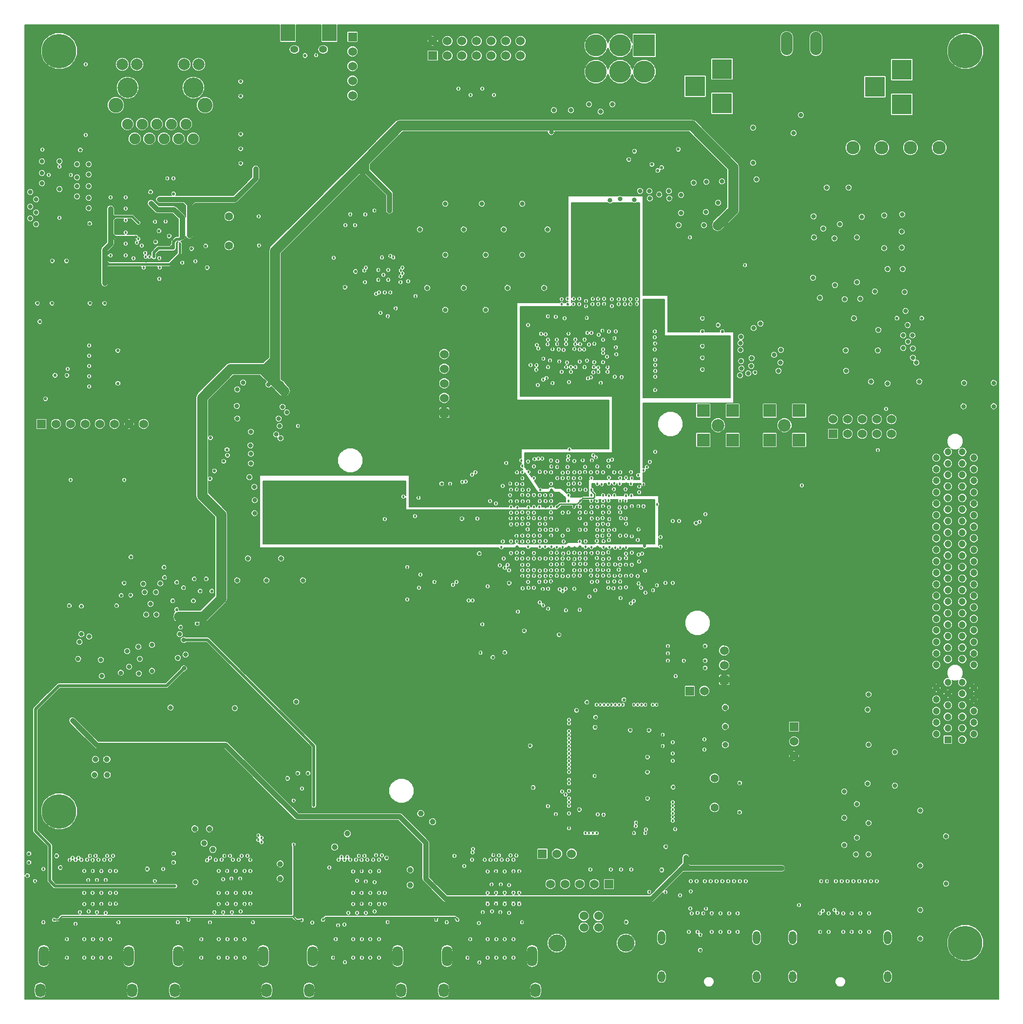
<source format=gbr>
G04 (created by PCBNEW (2013-07-07 BZR 4022)-stable) date 10/11/2015 03:16:47 PM*
%MOIN*%
G04 Gerber Fmt 3.4, Leading zero omitted, Abs format*
%FSLAX34Y34*%
G01*
G70*
G90*
G04 APERTURE LIST*
%ADD10C,0.00590551*%
%ADD11R,0.06X0.06*%
%ADD12C,0.06*%
%ADD13O,0.0511811X0.0905512*%
%ADD14O,0.0511811X0.0748031*%
%ADD15C,0.23622*%
%ADD16C,0.0905512*%
%ADD17R,0.0984252X0.11811*%
%ADD18O,0.0570866X0.0472441*%
%ADD19C,0.11811*%
%ADD20C,0.056*%
%ADD21O,0.0708661X0.137795*%
%ADD22O,0.0708661X0.0925197*%
%ADD23C,0.102362*%
%ADD24C,0.139764*%
%ADD25C,0.0751968*%
%ADD26C,0.0787402*%
%ADD27O,0.08X0.16*%
%ADD28R,0.1378X0.1378*%
%ADD29R,0.0472441X0.0472441*%
%ADD30C,0.0472441*%
%ADD31C,0.0866142*%
%ADD32R,0.0866142X0.0866142*%
%ADD33C,0.0393701*%
%ADD34C,0.15*%
%ADD35R,0.15X0.15*%
%ADD36C,0.018*%
%ADD37C,0.0318*%
%ADD38C,0.022*%
%ADD39C,0.036*%
%ADD40C,0.021*%
%ADD41C,0.016*%
%ADD42C,0.01*%
%ADD43C,0.07*%
%ADD44C,0.024*%
%ADD45C,0.005*%
G04 APERTURE END LIST*
G54D10*
G54D11*
X47605Y-49809D03*
G54D12*
X48605Y-49809D03*
X49605Y-49809D03*
X50605Y-49809D03*
X51605Y-49809D03*
X52605Y-49809D03*
X53605Y-49809D03*
X54605Y-49809D03*
G54D13*
X99019Y-84937D03*
X105515Y-84937D03*
G54D14*
X99019Y-87606D03*
X105515Y-87606D03*
G54D15*
X48820Y-24301D03*
X110820Y-85301D03*
X110820Y-24301D03*
G54D16*
X109035Y-30921D03*
X107066Y-30921D03*
X105097Y-30921D03*
X103129Y-30921D03*
G54D17*
X67317Y-23057D03*
X64482Y-23057D03*
G54D18*
X66884Y-24189D03*
X64915Y-24189D03*
G54D12*
X85730Y-83460D03*
X84730Y-83460D03*
X84730Y-84247D03*
X85730Y-84247D03*
G54D19*
X87592Y-85310D03*
X82868Y-85310D03*
G54D20*
X93660Y-76033D03*
X93660Y-74033D03*
G54D11*
X74385Y-24620D03*
G54D12*
X74385Y-23620D03*
X75385Y-24620D03*
X75385Y-23620D03*
X76385Y-24620D03*
X76385Y-23620D03*
X77385Y-24620D03*
X77385Y-23620D03*
X78385Y-24620D03*
X78385Y-23620D03*
X79385Y-24620D03*
X79385Y-23620D03*
X80385Y-24620D03*
X80385Y-23620D03*
G54D21*
X66160Y-86200D03*
X71987Y-86200D03*
G54D22*
X65924Y-88546D03*
X72223Y-88546D03*
G54D21*
X56960Y-86200D03*
X62787Y-86200D03*
G54D22*
X56724Y-88546D03*
X63023Y-88546D03*
G54D21*
X47760Y-86200D03*
X53587Y-86200D03*
G54D22*
X47524Y-88546D03*
X53823Y-88546D03*
G54D21*
X75360Y-86200D03*
X81187Y-86200D03*
G54D22*
X75124Y-88546D03*
X81423Y-88546D03*
G54D23*
X52701Y-28010D03*
X58800Y-28010D03*
G54D24*
X53500Y-26809D03*
X58000Y-26809D03*
G54D25*
X56498Y-29309D03*
X57998Y-30309D03*
X56998Y-30309D03*
X55998Y-30309D03*
X54998Y-30309D03*
X55498Y-29309D03*
X54498Y-29309D03*
X57498Y-29309D03*
G54D26*
X58361Y-25211D03*
X57361Y-25211D03*
X54140Y-25211D03*
X53140Y-25211D03*
G54D25*
X53498Y-29309D03*
X53998Y-30309D03*
G54D20*
X60447Y-35605D03*
X60447Y-37605D03*
G54D13*
X90034Y-84937D03*
X96531Y-84937D03*
G54D14*
X90034Y-87606D03*
X96531Y-87606D03*
G54D27*
X98602Y-23793D03*
X100602Y-23793D03*
G54D28*
X106478Y-27943D03*
X106478Y-25581D03*
X104628Y-26762D03*
X94182Y-27895D03*
X94182Y-25533D03*
X92332Y-26714D03*
G54D29*
X109631Y-71407D03*
G54D30*
X108843Y-71013D03*
X109631Y-70620D03*
X108843Y-70226D03*
X109631Y-69832D03*
X108843Y-69438D03*
X109631Y-69045D03*
X108843Y-68651D03*
X109631Y-68257D03*
X108843Y-67864D03*
X109631Y-67470D03*
X108843Y-66289D03*
X109631Y-65895D03*
X108843Y-65501D03*
X109631Y-65108D03*
X108843Y-64714D03*
X109631Y-64320D03*
X108843Y-63927D03*
X109631Y-63533D03*
X108843Y-63139D03*
X109631Y-62746D03*
X108843Y-62352D03*
X109631Y-61958D03*
X108843Y-61564D03*
X109631Y-61171D03*
X108843Y-60777D03*
X109631Y-60383D03*
X108843Y-59990D03*
X109631Y-59596D03*
X108843Y-59202D03*
X109631Y-58809D03*
X108843Y-58415D03*
X109631Y-58021D03*
X108843Y-57627D03*
X109631Y-57234D03*
X108843Y-56840D03*
X109631Y-56446D03*
X108843Y-56053D03*
X109631Y-55659D03*
X108843Y-55265D03*
X109631Y-54872D03*
X108843Y-54478D03*
X109631Y-54084D03*
X108843Y-53690D03*
X109631Y-53297D03*
X108843Y-52903D03*
X109631Y-52509D03*
X108843Y-52116D03*
X110615Y-71407D03*
X111402Y-71013D03*
X110615Y-70620D03*
X111402Y-70226D03*
X110615Y-69832D03*
X111402Y-69438D03*
X110615Y-69045D03*
X111402Y-68651D03*
X110615Y-68257D03*
X111402Y-67864D03*
X110615Y-67470D03*
X111402Y-66289D03*
X110615Y-65895D03*
X111402Y-65501D03*
X110615Y-65108D03*
X111402Y-64714D03*
X110615Y-64320D03*
X111402Y-63927D03*
X110615Y-63533D03*
X111402Y-63139D03*
X110615Y-62746D03*
X111402Y-62352D03*
X110615Y-61958D03*
X111402Y-61564D03*
X110615Y-61171D03*
X111402Y-60777D03*
X110615Y-60383D03*
X111402Y-59990D03*
X110615Y-59596D03*
X111402Y-59202D03*
X110615Y-58809D03*
X111402Y-58415D03*
X110615Y-58021D03*
X111402Y-57627D03*
X110615Y-57234D03*
X111402Y-56840D03*
X110615Y-56446D03*
X111402Y-56053D03*
X110615Y-55659D03*
X111402Y-55265D03*
X110615Y-54872D03*
X111402Y-54478D03*
X110615Y-54084D03*
X111402Y-53690D03*
X110615Y-53297D03*
X111402Y-52903D03*
X110615Y-52509D03*
X111402Y-52116D03*
X109631Y-51722D03*
X110615Y-51722D03*
G54D11*
X101772Y-50488D03*
G54D12*
X101772Y-49488D03*
X102772Y-50488D03*
X102772Y-49488D03*
X103772Y-50488D03*
X103772Y-49488D03*
X104772Y-50488D03*
X104772Y-49488D03*
X105772Y-50488D03*
X105772Y-49488D03*
G54D11*
X68890Y-23340D03*
G54D12*
X68890Y-24340D03*
X68890Y-25340D03*
X68890Y-26340D03*
X68890Y-27340D03*
G54D11*
X86441Y-81277D03*
G54D12*
X85441Y-81277D03*
X84441Y-81277D03*
X83441Y-81277D03*
X82441Y-81277D03*
G54D11*
X75172Y-49040D03*
G54D12*
X75172Y-48040D03*
X75172Y-47040D03*
X75172Y-46040D03*
X75172Y-45040D03*
G54D11*
X94331Y-67307D03*
G54D12*
X94331Y-66307D03*
X94331Y-65307D03*
G54D11*
X91969Y-68071D03*
G54D12*
X92969Y-68071D03*
G54D31*
X98450Y-49900D03*
G54D32*
X99453Y-48896D03*
X99453Y-50903D03*
X97446Y-50903D03*
X97446Y-48896D03*
G54D31*
X93900Y-49900D03*
G54D32*
X94903Y-48896D03*
X94903Y-50903D03*
X92896Y-50903D03*
X92896Y-48896D03*
G54D33*
X51237Y-73800D03*
X59100Y-77500D03*
X52086Y-72746D03*
X72850Y-80300D03*
X72850Y-81350D03*
X63950Y-79900D03*
X63950Y-80900D03*
X58100Y-77500D03*
X94400Y-71750D03*
X94400Y-70500D03*
X94400Y-69200D03*
G54D34*
X88856Y-25708D03*
X87206Y-25708D03*
X85556Y-25708D03*
X85556Y-23908D03*
X87206Y-23908D03*
G54D35*
X88856Y-23908D03*
G54D33*
X73560Y-76460D03*
X74380Y-77020D03*
X68540Y-77830D03*
X67670Y-78750D03*
X52101Y-73814D03*
X51300Y-72760D03*
X58750Y-78480D03*
X59340Y-78910D03*
G54D11*
X99110Y-70522D03*
G54D12*
X99110Y-71522D03*
X99110Y-72522D03*
G54D11*
X81887Y-79205D03*
G54D12*
X82887Y-79205D03*
X83887Y-79205D03*
G54D15*
X48820Y-76301D03*
G54D36*
X86298Y-45211D03*
X84816Y-52744D03*
X86041Y-44962D03*
X84651Y-52297D03*
X85077Y-44374D03*
X85245Y-53516D03*
X86653Y-52256D03*
X86429Y-43482D03*
X85730Y-43706D03*
X86409Y-52318D03*
X84846Y-54307D03*
X87303Y-46601D03*
X86919Y-44568D03*
X85645Y-53902D03*
X84445Y-53892D03*
X86029Y-45575D03*
X85697Y-45961D03*
X83675Y-54332D03*
X85641Y-53105D03*
X86031Y-44047D03*
X85723Y-46242D03*
X83627Y-53113D03*
X86039Y-44711D03*
X84029Y-53508D03*
X86350Y-46243D03*
X84460Y-54298D03*
X86049Y-53108D03*
X86823Y-43948D03*
X86951Y-45058D03*
X85548Y-52099D03*
X84810Y-53100D03*
X85407Y-45928D03*
X85434Y-44330D03*
X85359Y-51962D03*
X85428Y-45580D03*
X85276Y-52300D03*
X84779Y-45929D03*
X83657Y-53502D03*
X84775Y-44035D03*
X86419Y-52706D03*
X84743Y-44718D03*
X84435Y-53112D03*
X84441Y-44718D03*
X84475Y-53516D03*
X83046Y-45533D03*
X82485Y-53120D03*
X83346Y-44758D03*
X82464Y-52303D03*
X81701Y-53096D03*
X82266Y-44044D03*
X82161Y-46666D03*
X81603Y-52195D03*
X80928Y-53095D03*
X81605Y-44658D03*
X80907Y-52372D03*
X81459Y-46102D03*
X81505Y-44410D03*
X80511Y-52698D03*
X81487Y-45796D03*
X80442Y-52300D03*
X83205Y-46240D03*
X82890Y-52762D03*
X83505Y-44344D03*
X82902Y-52360D03*
X84073Y-53122D03*
X83841Y-45919D03*
X84075Y-52352D03*
X84144Y-44350D03*
X83625Y-52270D03*
X83833Y-46243D03*
X84083Y-44674D03*
X83731Y-51552D03*
X82890Y-44354D03*
X82491Y-52729D03*
X82263Y-45926D03*
X81882Y-52189D03*
X83261Y-53512D03*
X82996Y-44701D03*
X83567Y-45604D03*
X83669Y-52020D03*
X83265Y-53140D03*
X83517Y-45926D03*
X84990Y-46696D03*
X84048Y-54307D03*
X83665Y-53926D03*
X84430Y-45551D03*
X86443Y-53473D03*
X86352Y-45931D03*
X82899Y-53521D03*
X82413Y-45466D03*
X81354Y-52219D03*
X82249Y-44364D03*
X82584Y-44698D03*
X81305Y-52724D03*
X84939Y-45472D03*
X85638Y-52726D03*
X100957Y-81079D03*
X82090Y-56267D03*
X82488Y-56266D03*
X101357Y-81080D03*
X102071Y-83247D03*
X80133Y-55099D03*
X101874Y-83059D03*
X79719Y-55099D03*
X102362Y-81079D03*
X87622Y-58267D03*
X87604Y-57452D03*
X103162Y-81079D03*
X87571Y-55508D03*
X103962Y-81079D03*
X104762Y-81080D03*
X87586Y-55066D03*
X87205Y-58268D03*
X101962Y-81079D03*
X87207Y-57450D03*
X102761Y-81080D03*
X87163Y-55529D03*
X103562Y-81080D03*
X104362Y-81080D03*
X87216Y-55066D03*
X92045Y-81079D03*
X81699Y-58231D03*
X92445Y-81080D03*
X82076Y-58217D03*
X93087Y-82965D03*
X83640Y-57062D03*
X81310Y-60197D03*
X92890Y-83278D03*
X79594Y-59821D03*
X95395Y-81080D03*
X88511Y-54492D03*
X94595Y-81080D03*
X88455Y-55433D03*
X93794Y-81080D03*
X88421Y-57742D03*
X88481Y-58752D03*
X92995Y-81079D03*
X95795Y-81080D03*
X87976Y-54702D03*
X94995Y-81079D03*
X88803Y-55436D03*
X94195Y-81079D03*
X88006Y-57497D03*
X93395Y-81079D03*
X88717Y-58678D03*
X57727Y-36916D03*
X62276Y-32357D03*
X55678Y-34446D03*
X53908Y-38485D03*
X81305Y-55494D03*
X55673Y-38470D03*
X81301Y-54668D03*
X55669Y-39892D03*
X82094Y-55087D03*
X81705Y-55094D03*
X55698Y-39112D03*
X53367Y-38292D03*
X80139Y-56668D03*
X53366Y-34312D03*
X81688Y-55471D03*
X53367Y-35091D03*
X82488Y-55483D03*
X53366Y-35891D03*
X82484Y-55086D03*
X80935Y-54310D03*
X53366Y-36710D03*
X53366Y-37491D03*
X80527Y-54310D03*
X54233Y-37161D03*
X79735Y-56670D03*
X80919Y-55100D03*
X54990Y-38379D03*
X54143Y-37403D03*
X80927Y-55500D03*
X54469Y-37616D03*
X80539Y-55100D03*
X80125Y-54295D03*
X54720Y-38118D03*
X54734Y-38367D03*
X79734Y-54299D03*
X57228Y-37003D03*
X50638Y-30044D03*
X56203Y-35152D03*
X55095Y-34704D03*
X55298Y-38394D03*
X56655Y-37790D03*
X57069Y-37476D03*
X52336Y-35891D03*
X54233Y-36058D03*
X52335Y-37491D03*
G54D37*
X51931Y-40191D03*
G54D36*
X52336Y-36710D03*
X52337Y-35091D03*
X54070Y-37004D03*
X90809Y-60687D03*
X86030Y-54688D03*
X90465Y-65500D03*
X90316Y-60682D03*
X90465Y-65000D03*
X90465Y-66000D03*
X91561Y-66003D03*
X86063Y-57828D03*
X86427Y-57414D03*
X85641Y-55492D03*
X86027Y-55868D03*
X86461Y-58242D03*
X86391Y-58584D03*
X86025Y-56635D03*
X85659Y-56680D03*
X87121Y-59774D03*
X86861Y-59406D03*
X87207Y-59436D03*
X87161Y-59022D03*
X88492Y-59226D03*
X87999Y-59438D03*
X86057Y-58234D03*
X85621Y-57812D03*
X86021Y-57090D03*
X85639Y-57468D03*
X86796Y-54672D03*
X86786Y-54267D03*
X88790Y-53933D03*
X87607Y-53496D03*
X88821Y-52972D03*
X87951Y-53101D03*
X88409Y-60217D03*
X87966Y-60172D03*
X86447Y-59018D03*
X86027Y-58642D03*
X88000Y-58625D03*
X87609Y-58674D03*
X85659Y-56286D03*
X85261Y-56270D03*
X86811Y-53877D03*
X87171Y-53907D03*
X88518Y-54098D03*
X87571Y-54272D03*
X88447Y-53312D03*
X87991Y-53507D03*
X88920Y-59855D03*
X87606Y-59432D03*
X86031Y-55084D03*
X86401Y-55042D03*
X86436Y-55502D03*
X86026Y-55432D03*
X87218Y-53500D03*
X86387Y-56683D03*
X89980Y-57540D03*
X86817Y-57051D03*
X89970Y-58200D03*
X91250Y-56445D03*
X87259Y-56242D03*
X90800Y-56445D03*
X87586Y-56281D03*
X87221Y-53117D03*
X99636Y-54010D03*
X85622Y-55097D03*
X85229Y-55068D03*
X85243Y-55475D03*
X86438Y-53896D03*
X83665Y-54686D03*
X83667Y-55081D03*
X80518Y-53114D03*
G54D38*
X75002Y-53901D03*
G54D36*
X90123Y-71066D03*
X82882Y-60193D03*
X87227Y-61711D03*
X83705Y-70810D03*
X83670Y-58628D03*
X83705Y-71066D03*
X83275Y-58232D03*
X82521Y-58213D03*
X83705Y-71322D03*
X84029Y-59380D03*
X83705Y-70042D03*
X83665Y-59022D03*
X83705Y-70298D03*
X82881Y-58626D03*
X83706Y-76441D03*
X88924Y-69018D03*
X87603Y-60200D03*
X87604Y-60987D03*
X88668Y-69018D03*
X86380Y-60598D03*
X85085Y-77798D03*
X85341Y-77797D03*
X86407Y-61006D03*
X86826Y-60198D03*
X88284Y-77316D03*
X88291Y-77068D03*
X86754Y-61046D03*
X85204Y-59806D03*
X88924Y-77798D03*
X85632Y-60197D03*
X88981Y-77544D03*
X84451Y-57841D03*
X88412Y-69018D03*
X84850Y-58231D03*
X88156Y-69018D03*
X86363Y-69019D03*
X87211Y-60594D03*
X87219Y-61018D03*
X86107Y-69019D03*
X85851Y-69019D03*
X86026Y-59798D03*
X86433Y-60190D03*
X85595Y-69015D03*
X85639Y-59422D03*
X83705Y-77464D03*
X84829Y-77797D03*
X85659Y-59789D03*
X82486Y-59414D03*
X85597Y-77797D03*
X83705Y-74137D03*
X86041Y-59042D03*
X86418Y-59806D03*
X83705Y-74393D03*
X85251Y-58638D03*
X83230Y-74954D03*
X83705Y-74905D03*
X85617Y-58988D03*
X88136Y-61915D03*
X83482Y-75161D03*
X87952Y-62084D03*
X83704Y-75417D03*
X84846Y-58632D03*
X83705Y-75672D03*
X83705Y-75928D03*
X84846Y-59019D03*
X83705Y-71578D03*
X81702Y-60211D03*
X81921Y-61100D03*
X83705Y-71834D03*
X81672Y-60601D03*
X83705Y-72090D03*
X81293Y-61012D03*
X83705Y-72346D03*
X80917Y-60202D03*
X83705Y-72601D03*
X83705Y-72857D03*
X80926Y-61006D03*
X83705Y-73113D03*
X80909Y-60614D03*
X83705Y-73369D03*
X80526Y-61042D03*
X89691Y-69018D03*
X84828Y-59377D03*
X82881Y-59807D03*
X90814Y-76953D03*
X90815Y-76697D03*
X82487Y-59812D03*
X84060Y-58624D03*
X90814Y-76441D03*
X90815Y-76185D03*
X83332Y-57854D03*
X81711Y-59857D03*
X90815Y-75929D03*
X82093Y-59807D03*
X90815Y-75673D03*
X83257Y-59375D03*
X87131Y-69019D03*
X86619Y-69019D03*
X83274Y-59018D03*
X86032Y-60188D03*
X90123Y-71834D03*
X82093Y-59019D03*
X87387Y-69019D03*
X82882Y-59020D03*
X86875Y-69019D03*
X89436Y-69018D03*
X84480Y-59388D03*
X101088Y-83104D03*
X93042Y-55976D03*
X81307Y-56262D03*
X92636Y-56503D03*
X81693Y-56261D03*
X92103Y-83282D03*
X80220Y-62645D03*
X80518Y-59807D03*
X77295Y-53110D03*
X80523Y-53530D03*
X49408Y-46051D03*
X82083Y-54691D03*
X81729Y-54328D03*
X50865Y-45850D03*
X76639Y-53754D03*
X50865Y-46550D03*
X76400Y-53768D03*
X50865Y-47250D03*
X79689Y-53894D03*
X50865Y-44450D03*
X50865Y-45150D03*
X80517Y-53926D03*
X80519Y-60200D03*
X75761Y-60815D03*
X80151Y-53128D03*
X77067Y-53281D03*
X72643Y-59599D03*
X75564Y-53900D03*
X78143Y-60913D03*
X82487Y-57432D03*
X82111Y-57817D03*
X76004Y-60614D03*
X85113Y-61607D03*
X78524Y-79297D03*
X78918Y-79316D03*
X85221Y-60169D03*
X79115Y-79626D03*
X85508Y-61191D03*
X79508Y-79626D03*
X85635Y-60591D03*
X79705Y-79325D03*
X84454Y-59806D03*
X80099Y-79331D03*
X84849Y-59807D03*
X77138Y-78874D03*
X84435Y-58642D03*
X84062Y-59807D03*
X77933Y-79626D03*
X78327Y-79626D03*
X84048Y-60172D03*
X81303Y-59803D03*
X77070Y-79616D03*
X84445Y-59005D03*
X77114Y-79113D03*
X82487Y-59019D03*
X75861Y-79354D03*
X69324Y-79354D03*
X81712Y-62012D03*
X69718Y-79347D03*
X81930Y-62206D03*
X69914Y-79626D03*
X83471Y-61089D03*
X70308Y-79626D03*
X83260Y-60211D03*
X70506Y-79300D03*
X83078Y-61123D03*
X70899Y-79312D03*
X83274Y-61254D03*
X68536Y-79408D03*
X82287Y-61090D03*
X84067Y-61081D03*
X68734Y-79625D03*
X84450Y-60190D03*
X69127Y-79625D03*
X82459Y-60203D03*
X67947Y-79625D03*
X82093Y-60580D03*
X68340Y-79627D03*
X68142Y-79414D03*
X82460Y-60568D03*
X50924Y-79359D03*
X80516Y-56655D03*
X51318Y-79343D03*
X80914Y-56657D03*
X51515Y-79625D03*
X79731Y-55880D03*
X51910Y-79625D03*
X80147Y-55878D03*
X52106Y-79349D03*
X79733Y-55478D03*
X52499Y-79342D03*
X80912Y-55871D03*
X78697Y-55249D03*
X80948Y-56229D03*
X50137Y-79478D03*
X79719Y-56264D03*
X50334Y-79629D03*
X80525Y-56270D03*
X50727Y-79623D03*
X72371Y-54787D03*
X79669Y-54672D03*
X49546Y-79633D03*
X49940Y-79629D03*
X78314Y-55092D03*
X80507Y-54666D03*
X80512Y-55854D03*
X73418Y-54865D03*
X49743Y-79478D03*
X79731Y-57834D03*
X60124Y-79348D03*
X80517Y-57848D03*
X60518Y-79354D03*
X79740Y-58634D03*
X60715Y-79625D03*
X61109Y-79625D03*
X80136Y-58619D03*
X81700Y-57445D03*
X61305Y-79344D03*
X61699Y-79343D03*
X81701Y-57837D03*
X62668Y-78420D03*
X79318Y-59658D03*
X59533Y-79628D03*
X81715Y-57043D03*
X59928Y-79625D03*
X82111Y-57042D03*
X78977Y-59481D03*
X62456Y-77946D03*
X59142Y-79488D03*
X62453Y-78263D03*
X77102Y-61876D03*
X80516Y-59021D03*
X58948Y-79663D03*
X79231Y-59006D03*
X76844Y-61878D03*
X62663Y-78106D03*
X80914Y-57840D03*
X72693Y-40057D03*
X80915Y-57447D03*
X72189Y-39719D03*
X72297Y-39522D03*
X80520Y-59448D03*
X80914Y-59017D03*
X72190Y-39324D03*
X80124Y-57840D03*
X72299Y-39128D03*
X79085Y-58243D03*
X71686Y-38428D03*
X71489Y-38323D03*
X80535Y-58612D03*
X70899Y-38427D03*
X80912Y-58228D03*
X80886Y-57025D03*
X71489Y-40812D03*
X72188Y-40112D03*
X81306Y-57444D03*
X70505Y-40917D03*
X80518Y-57445D03*
X70702Y-40812D03*
X81306Y-59018D03*
X80904Y-59448D03*
X73163Y-56122D03*
X71095Y-40812D03*
G54D38*
X90054Y-80315D03*
G54D36*
X77788Y-63509D03*
X84445Y-62530D03*
X82881Y-58234D03*
X76968Y-27311D03*
X87961Y-80289D03*
X89723Y-60847D03*
X76150Y-26881D03*
X89456Y-61176D03*
X87260Y-80289D03*
X87198Y-60190D03*
X83495Y-62560D03*
X82485Y-58625D03*
X81703Y-59016D03*
X82289Y-62446D03*
X47160Y-81069D03*
X55360Y-81069D03*
X76083Y-83727D03*
X66883Y-83728D03*
X74623Y-83727D03*
X57683Y-83727D03*
X48483Y-83727D03*
X64859Y-78577D03*
X65423Y-83737D03*
X64859Y-75569D03*
G54D37*
X105271Y-37790D03*
X101866Y-37112D03*
X100459Y-37056D03*
X103406Y-37049D03*
X106497Y-35471D03*
X106488Y-37739D03*
X106470Y-36664D03*
X105279Y-35536D03*
X101095Y-36436D03*
X100450Y-35611D03*
X102250Y-36151D03*
X103750Y-35641D03*
X96300Y-29546D03*
X110700Y-48600D03*
X104384Y-46924D03*
X105500Y-47038D03*
X104845Y-44776D03*
X104871Y-43377D03*
X110750Y-47000D03*
G54D36*
X83277Y-59804D03*
X77656Y-65462D03*
G54D38*
X81048Y-71818D03*
G54D36*
X77768Y-26882D03*
X88942Y-61353D03*
X85160Y-80289D03*
X85677Y-58614D03*
X78568Y-27311D03*
X88640Y-61012D03*
X86424Y-59413D03*
X86560Y-80289D03*
G54D38*
X81254Y-74680D03*
G54D36*
X82815Y-76500D03*
G54D38*
X65644Y-24615D03*
G54D36*
X69752Y-40112D03*
X67615Y-38450D03*
X68733Y-35471D03*
X66412Y-24597D03*
X69696Y-39325D03*
X69798Y-39128D03*
X50531Y-82640D03*
X50250Y-83200D03*
X49950Y-84000D03*
X78400Y-81300D03*
X78721Y-81870D03*
X76550Y-80050D03*
X77800Y-83200D03*
X78130Y-82643D03*
X77550Y-83950D03*
X68350Y-84050D03*
X69200Y-83250D03*
X68930Y-82639D03*
X68600Y-83250D03*
X67900Y-84100D03*
X69200Y-81050D03*
X68926Y-80411D03*
X67300Y-80150D03*
X59730Y-82636D03*
X59450Y-83200D03*
X59150Y-83900D03*
X79902Y-81867D03*
X79600Y-81350D03*
X79311Y-81868D03*
X79050Y-81300D03*
X79902Y-82644D03*
X79600Y-83250D03*
X79311Y-82643D03*
X79000Y-83200D03*
X78721Y-82632D03*
X78450Y-83150D03*
X51713Y-80395D03*
X52000Y-81000D03*
X51123Y-80387D03*
X51400Y-81000D03*
X50533Y-80391D03*
X50800Y-81000D03*
X52302Y-82631D03*
X51400Y-83200D03*
X51122Y-82635D03*
X50850Y-83150D03*
X51713Y-82632D03*
X52000Y-83250D03*
X60321Y-82628D03*
X60050Y-83200D03*
X60650Y-83200D03*
X60911Y-82635D03*
X61250Y-83150D03*
X61502Y-82634D03*
X70112Y-82634D03*
X70400Y-83150D03*
X69523Y-82631D03*
X69800Y-83250D03*
X70112Y-80413D03*
X70400Y-81150D03*
X69523Y-80398D03*
X69800Y-81100D03*
X61504Y-80381D03*
X61200Y-80900D03*
X60913Y-80381D03*
X60600Y-80900D03*
X60322Y-80379D03*
X60050Y-80950D03*
X59732Y-80376D03*
G54D37*
X58150Y-81150D03*
X107750Y-83050D03*
X60850Y-69250D03*
X56450Y-69200D03*
X103400Y-78100D03*
X103400Y-75800D03*
X102550Y-74950D03*
X102550Y-76750D03*
X102550Y-78600D03*
X103350Y-79250D03*
X104150Y-69350D03*
X104200Y-71750D03*
X104200Y-79250D03*
X104200Y-77100D03*
X104150Y-74400D03*
X106000Y-72250D03*
X107750Y-76250D03*
X109500Y-78000D03*
X106000Y-74550D03*
X104200Y-68300D03*
X109500Y-81250D03*
X107750Y-80000D03*
X65050Y-68800D03*
X55166Y-66699D03*
X63000Y-60500D03*
X65500Y-60500D03*
X64000Y-59000D03*
X61750Y-59000D03*
X61000Y-60500D03*
G54D38*
X58881Y-60410D03*
G54D37*
X75250Y-42000D03*
X78000Y-42000D03*
X79500Y-40500D03*
X76500Y-40500D03*
X74000Y-40500D03*
X75250Y-38250D03*
X80500Y-34750D03*
X78000Y-38250D03*
X80500Y-38250D03*
X82250Y-36500D03*
X79250Y-36500D03*
X76500Y-36500D03*
X73500Y-36500D03*
X75250Y-34750D03*
X77750Y-34750D03*
X82000Y-40500D03*
X107750Y-85000D03*
G54D38*
X65150Y-73700D03*
X64450Y-74050D03*
X65850Y-73700D03*
X54850Y-80250D03*
X56650Y-79200D03*
X56650Y-79800D03*
X48900Y-80150D03*
X48650Y-79350D03*
X46650Y-80700D03*
X46750Y-79200D03*
X46750Y-79800D03*
X90329Y-78721D03*
G54D36*
X100890Y-84545D03*
X101480Y-84545D03*
X102464Y-84546D03*
G54D38*
X92693Y-85800D03*
G54D36*
X93480Y-84544D03*
X92495Y-84544D03*
X91905Y-84547D03*
G54D38*
X87620Y-83881D03*
G54D36*
X90298Y-81832D03*
X104236Y-83282D03*
X104236Y-84545D03*
X103647Y-83282D03*
X103646Y-84544D03*
X103055Y-83282D03*
X103055Y-84545D03*
X102464Y-83282D03*
X101480Y-83282D03*
X100889Y-83282D03*
X104850Y-51600D03*
X75333Y-83895D03*
X66131Y-83910D03*
X91008Y-67061D03*
G54D37*
X86670Y-27940D03*
X85080Y-27950D03*
X85870Y-28460D03*
G54D36*
X93480Y-83269D03*
X94661Y-83282D03*
X94661Y-84545D03*
X94070Y-84545D03*
X79502Y-59451D03*
X82486Y-53901D03*
X80296Y-81867D03*
X80296Y-82643D03*
X78130Y-81875D03*
X78721Y-79624D03*
X78721Y-80399D03*
X79902Y-79624D03*
X80296Y-80400D03*
X79902Y-80399D03*
X70702Y-79624D03*
X70701Y-80396D03*
X92017Y-82953D03*
X78726Y-85057D03*
X79317Y-85057D03*
X79907Y-85057D03*
X79907Y-86320D03*
X79317Y-86320D03*
X78726Y-86320D03*
X78136Y-86320D03*
X78136Y-85057D03*
X76955Y-85056D03*
X68372Y-86630D03*
X68936Y-86319D03*
X69527Y-86320D03*
X70117Y-86320D03*
X70708Y-86320D03*
X70708Y-85057D03*
X70117Y-85057D03*
X69527Y-85057D03*
X68936Y-85057D03*
X67754Y-85057D03*
X61508Y-85056D03*
X61508Y-86320D03*
X60917Y-85057D03*
X60917Y-86319D03*
X60326Y-86320D03*
X60326Y-85057D03*
X59736Y-85057D03*
X59736Y-86320D03*
X58555Y-85057D03*
X58554Y-86320D03*
X49355Y-85057D03*
X49355Y-86319D03*
X50536Y-86319D03*
X51126Y-86320D03*
X51717Y-86320D03*
X52307Y-86320D03*
X52308Y-85057D03*
X51717Y-85057D03*
X51127Y-85057D03*
X50536Y-85057D03*
X87613Y-54701D03*
X82881Y-57055D03*
X86865Y-58279D03*
X86445Y-57762D03*
X87621Y-56638D03*
X49615Y-53636D03*
G54D38*
X71224Y-79492D03*
G54D36*
X82261Y-75942D03*
G54D38*
X95385Y-74368D03*
X95377Y-76370D03*
G54D37*
X48850Y-31850D03*
X47650Y-31850D03*
X47650Y-32650D03*
X47650Y-33350D03*
G54D36*
X48850Y-32208D03*
G54D37*
X46850Y-33950D03*
X46850Y-34950D03*
X46850Y-35750D03*
X47250Y-36150D03*
X47250Y-35350D03*
X47250Y-34450D03*
X48850Y-33750D03*
X50050Y-32050D03*
X50850Y-32050D03*
X50850Y-32750D03*
X50850Y-33550D03*
X50850Y-34350D03*
X50850Y-35050D03*
G54D36*
X49623Y-32790D03*
G54D37*
X50050Y-34250D03*
X50050Y-33550D03*
X50050Y-32950D03*
G54D38*
X92400Y-56593D03*
G54D36*
X77428Y-56292D03*
X74492Y-60625D03*
X72642Y-61823D03*
G54D38*
X90836Y-74649D03*
X84416Y-76187D03*
G54D36*
X84451Y-55867D03*
G54D38*
X93019Y-65000D03*
X93021Y-66499D03*
X93021Y-66001D03*
X53735Y-58911D03*
X58066Y-60410D03*
X58006Y-61910D03*
X58270Y-63473D03*
X49352Y-46485D03*
X48541Y-46484D03*
X47887Y-48090D03*
X52840Y-47033D03*
X52839Y-44789D03*
X47499Y-42815D03*
X51932Y-41559D03*
X50932Y-41558D03*
X48331Y-41558D03*
X47332Y-41559D03*
X49325Y-38660D03*
X48350Y-38660D03*
X50910Y-36100D03*
X50272Y-31078D03*
X61241Y-26392D03*
X61242Y-27392D03*
X61242Y-29992D03*
X61242Y-30992D03*
X61244Y-31992D03*
X59176Y-50753D03*
X87804Y-31727D03*
X69098Y-39382D03*
X68376Y-40457D03*
G54D36*
X89730Y-55300D03*
G54D38*
X83027Y-64228D03*
X80646Y-63960D03*
X79310Y-65442D03*
X78499Y-65771D03*
X84932Y-68844D03*
X85528Y-69868D03*
X87469Y-68666D03*
X89180Y-70759D03*
X87901Y-70758D03*
X84226Y-69397D03*
X85493Y-70554D03*
X89076Y-75424D03*
X89075Y-73624D03*
X89080Y-72594D03*
G54D37*
X96299Y-31964D03*
X112759Y-48599D03*
X112760Y-47000D03*
X101350Y-33641D03*
X102850Y-33640D03*
G54D36*
X68407Y-36215D03*
X69060Y-36215D03*
X65157Y-49954D03*
X95755Y-38944D03*
X91989Y-37042D03*
X105400Y-48787D03*
X99453Y-82718D03*
X92496Y-83251D03*
X95252Y-83282D03*
X94071Y-83283D03*
X95251Y-84545D03*
X89190Y-81808D03*
X80490Y-83896D03*
X77579Y-86634D03*
X69521Y-79628D03*
X71096Y-81876D03*
X71096Y-82635D03*
X70702Y-82636D03*
X71290Y-83876D03*
X56932Y-83895D03*
X61895Y-79631D03*
X61896Y-80382D03*
X61895Y-81885D03*
X61895Y-82634D03*
X62089Y-83895D03*
X51121Y-79637D03*
X52302Y-79623D03*
X52696Y-80391D03*
X52696Y-82629D03*
X52700Y-81874D03*
X52886Y-83895D03*
X47733Y-83895D03*
X92976Y-71373D03*
X92975Y-72074D03*
X90815Y-72346D03*
X90815Y-72858D03*
X83706Y-73626D03*
X85458Y-73874D03*
X85666Y-76522D03*
X86076Y-76536D03*
X88156Y-77795D03*
X90967Y-77527D03*
G54D38*
X56650Y-34075D03*
X55075Y-33946D03*
X58951Y-39118D03*
X58852Y-37641D03*
X57883Y-37822D03*
G54D36*
X54605Y-39112D03*
X52336Y-34311D03*
X52335Y-38291D03*
X55388Y-35992D03*
G54D38*
X55650Y-36609D03*
G54D36*
X56108Y-35965D03*
X62494Y-37605D03*
X62484Y-35606D03*
X48111Y-32790D03*
X48850Y-35721D03*
X47672Y-31059D03*
X50631Y-25216D03*
X73209Y-41066D03*
X70812Y-42219D03*
X71297Y-42434D03*
X71853Y-41901D03*
X70657Y-39959D03*
X71004Y-39608D03*
X70657Y-39280D03*
X71336Y-39280D03*
X71336Y-39959D03*
G54D37*
X102661Y-46177D03*
G54D38*
X59445Y-53022D03*
G54D37*
X106889Y-43039D03*
X106680Y-40780D03*
X106733Y-42085D03*
X107687Y-46910D03*
X107470Y-45629D03*
X107243Y-45274D03*
X106583Y-44614D03*
X107228Y-44641D03*
X106580Y-43762D03*
X106895Y-44176D03*
X107207Y-43762D03*
G54D36*
X69761Y-35479D03*
X70391Y-35213D03*
X88460Y-57030D03*
X80913Y-59812D03*
X81317Y-57838D03*
X81309Y-58636D03*
X81309Y-55891D03*
X79312Y-80411D03*
X78130Y-80414D03*
X81699Y-54687D03*
X82876Y-59407D03*
X83311Y-58667D03*
X84089Y-59046D03*
X80127Y-59020D03*
X80905Y-54674D03*
X81309Y-53513D03*
X86793Y-53113D03*
G54D38*
X79611Y-60692D03*
G54D36*
X80119Y-57466D03*
X84454Y-56264D03*
X84854Y-56651D03*
X85243Y-58237D03*
X86446Y-54707D03*
X86457Y-56318D03*
X86806Y-60589D03*
X86425Y-57068D03*
X82093Y-60205D03*
X84857Y-55862D03*
X87221Y-55852D03*
G54D37*
X61421Y-46973D03*
X61011Y-47443D03*
X60981Y-48573D03*
X61021Y-49433D03*
X61941Y-50343D03*
X61847Y-53463D03*
X62169Y-54128D03*
X62190Y-55913D03*
X62197Y-55031D03*
X53605Y-66419D03*
X53479Y-65355D03*
X54242Y-65054D03*
X54340Y-65880D03*
X54284Y-66874D03*
X53038Y-66832D03*
X51750Y-67060D03*
X91378Y-34146D03*
G54D38*
X92837Y-46086D03*
X96437Y-46286D03*
G54D36*
X86040Y-59425D03*
G54D37*
X105513Y-39212D03*
X106549Y-39205D03*
X103197Y-42586D03*
X102653Y-44770D03*
X103625Y-41256D03*
X102575Y-41276D03*
X100885Y-41186D03*
X100395Y-39806D03*
X101895Y-40306D03*
X103415Y-40126D03*
X104625Y-40756D03*
X93911Y-34693D03*
X94170Y-33220D03*
X93096Y-33249D03*
X92228Y-33312D03*
X88563Y-33871D03*
X88178Y-34494D03*
X86519Y-34508D03*
X87198Y-34417D03*
X89226Y-34387D03*
X89208Y-33888D03*
X90558Y-34374D03*
X89888Y-34126D03*
X90527Y-33892D03*
X54578Y-60749D03*
X55740Y-60728D03*
X55159Y-64928D03*
X54663Y-61310D03*
X55446Y-61319D03*
X55474Y-62842D03*
X55070Y-62110D03*
X54774Y-62856D03*
X61916Y-51269D03*
X61941Y-51853D03*
X61952Y-52502D03*
X97737Y-45096D03*
X98202Y-44736D03*
X98187Y-45606D03*
X98052Y-46176D03*
X96343Y-43261D03*
X96819Y-42939D03*
X95972Y-46362D03*
X96182Y-45844D03*
X96203Y-45305D03*
X95412Y-46488D03*
X95517Y-46012D03*
X95489Y-45501D03*
X95437Y-44280D03*
X95441Y-44752D03*
X95465Y-43846D03*
G54D38*
X92837Y-45286D03*
X92837Y-44486D03*
X92837Y-42586D03*
X92837Y-43486D03*
X91188Y-31026D03*
X56344Y-36959D03*
X55417Y-37363D03*
G54D36*
X50527Y-81878D03*
X51116Y-81875D03*
X51707Y-81876D03*
X52301Y-81873D03*
X52304Y-80385D03*
X61504Y-81875D03*
X60909Y-81879D03*
X60319Y-81881D03*
X59728Y-81892D03*
X68927Y-81883D03*
X69519Y-81878D03*
X70109Y-81884D03*
X70703Y-81879D03*
G54D38*
X77571Y-58678D03*
G54D36*
X89026Y-52762D03*
X81566Y-47140D03*
X81939Y-46784D03*
X84032Y-53888D03*
X83205Y-41272D03*
X83616Y-41263D03*
X84027Y-41260D03*
X84420Y-41257D03*
X84882Y-41399D03*
X85325Y-41260D03*
X85693Y-41260D03*
X86109Y-41250D03*
X87120Y-41275D03*
X87516Y-41281D03*
X88356Y-41281D03*
X87906Y-41287D03*
X83596Y-52753D03*
X80157Y-55522D03*
X79418Y-52483D03*
X79185Y-57855D03*
X82883Y-44048D03*
X83279Y-55870D03*
X87999Y-55432D03*
X83272Y-57449D03*
X84456Y-57050D03*
X84848Y-57050D03*
X79165Y-54050D03*
X80125Y-53906D03*
X87621Y-58992D03*
X87951Y-53927D03*
X83661Y-55861D03*
X84847Y-57836D03*
X89584Y-43487D03*
X89571Y-43882D03*
X89593Y-44302D03*
X89566Y-44707D03*
X89616Y-46588D03*
X89613Y-46192D03*
X89607Y-45787D03*
X89593Y-45418D03*
X86903Y-43482D03*
X86841Y-46579D03*
X89593Y-47494D03*
X86637Y-41278D03*
X85884Y-46999D03*
X85377Y-46276D03*
X85991Y-43432D03*
X83671Y-43631D03*
X83513Y-44038D03*
X83397Y-42578D03*
X85235Y-43580D03*
X84149Y-44038D03*
X84150Y-45928D03*
X82258Y-42448D03*
X80901Y-43046D03*
X81792Y-43639D03*
X82104Y-43681D03*
X81955Y-45348D03*
X81088Y-45787D03*
X82587Y-47023D03*
X82794Y-42475D03*
X88482Y-60730D03*
X85954Y-53935D03*
X85242Y-54688D03*
X85197Y-53117D03*
X82092Y-53102D03*
X83650Y-60214D03*
X89613Y-51719D03*
X84922Y-42560D03*
X85276Y-60608D03*
X55950Y-80239D03*
X47750Y-80239D03*
X65450Y-74750D03*
X84462Y-44354D03*
X85213Y-46630D03*
X73450Y-61008D03*
X73534Y-60115D03*
X86435Y-55852D03*
X82489Y-54691D03*
X53282Y-53636D03*
X71096Y-56317D03*
X56223Y-33006D03*
X57251Y-38776D03*
X56648Y-33008D03*
X58136Y-38690D03*
X90816Y-71578D03*
G54D38*
X90048Y-32272D03*
X58470Y-61243D03*
X52752Y-62239D03*
X53070Y-61537D03*
X60308Y-51568D03*
X60341Y-51953D03*
X89780Y-32476D03*
X89376Y-32062D03*
X56592Y-61913D03*
X56870Y-60645D03*
X56036Y-60310D03*
X53717Y-61519D03*
X60076Y-52365D03*
X53268Y-60689D03*
X59271Y-61243D03*
X57335Y-61010D03*
X106145Y-42576D03*
X107845Y-42576D03*
G54D37*
X96530Y-33080D03*
X99080Y-29920D03*
X99580Y-28680D03*
X82667Y-28362D03*
X83852Y-28362D03*
G54D36*
X76758Y-86322D03*
X67558Y-86316D03*
X92692Y-84753D03*
X92045Y-81772D03*
X91316Y-82050D03*
G54D37*
X82490Y-29860D03*
G54D38*
X59141Y-53553D03*
X56002Y-59610D03*
G54D37*
X57462Y-65586D03*
X57357Y-66531D03*
G54D36*
X71423Y-35214D03*
G54D37*
X57059Y-64187D03*
X57347Y-64570D03*
G54D38*
X57133Y-63712D03*
X88189Y-31155D03*
G54D37*
X93883Y-36230D03*
X92930Y-36219D03*
X63147Y-47112D03*
X64031Y-47043D03*
X64391Y-49013D03*
X64101Y-48643D03*
X64201Y-47533D03*
X57020Y-62970D03*
G54D38*
X56857Y-62503D03*
G54D36*
X66248Y-75917D03*
X48547Y-81418D03*
X56748Y-81418D03*
G54D37*
X56944Y-65803D03*
X91363Y-35369D03*
X91195Y-36209D03*
X93085Y-35327D03*
X63968Y-50789D03*
X63660Y-50530D03*
X63905Y-49949D03*
X63828Y-49438D03*
G54D36*
X87586Y-55872D03*
G54D37*
X66227Y-54707D03*
X66241Y-55960D03*
X65331Y-55932D03*
X64561Y-55960D03*
X64008Y-55554D03*
X64008Y-54399D03*
X64365Y-54833D03*
G54D36*
X87960Y-57090D03*
X89373Y-55258D03*
X88889Y-58186D03*
X83273Y-56658D03*
X82879Y-56658D03*
X82875Y-57448D03*
X86831Y-55452D03*
X86811Y-56662D03*
X86824Y-57446D03*
X83667Y-55476D03*
X84061Y-55869D03*
X84849Y-56262D03*
X84060Y-57842D03*
X83269Y-55486D03*
X84081Y-56254D03*
X83670Y-57440D03*
X82489Y-57839D03*
G54D38*
X63831Y-56047D03*
X63133Y-56069D03*
G54D36*
X84848Y-55081D03*
X83251Y-56272D03*
X85242Y-56657D03*
X84848Y-55476D03*
X84456Y-56655D03*
X84062Y-57050D03*
X85245Y-57841D03*
X84455Y-57445D03*
G54D37*
X87290Y-38893D03*
G54D36*
X81174Y-46693D03*
X86019Y-53500D03*
G54D37*
X86612Y-36993D03*
X86769Y-36471D03*
X87206Y-36147D03*
X86333Y-37996D03*
X87719Y-36142D03*
X87714Y-36813D03*
X87273Y-37155D03*
G54D38*
X94197Y-43486D03*
X93913Y-43049D03*
X86268Y-36180D03*
X86244Y-35418D03*
G54D36*
X84841Y-42996D03*
X81715Y-53906D03*
X84828Y-53909D03*
X80901Y-52720D03*
X87603Y-53116D03*
X86037Y-52722D03*
X84036Y-54679D03*
X83292Y-53920D03*
X82851Y-53088D03*
X84079Y-52758D03*
X86616Y-42732D03*
G54D38*
X85713Y-47290D03*
X86103Y-47365D03*
G54D36*
X83397Y-42911D03*
X83595Y-44755D03*
X84126Y-46228D03*
X83346Y-47044D03*
X84528Y-47041D03*
X80589Y-43744D03*
X81696Y-42821D03*
X81093Y-46450D03*
X82788Y-42820D03*
X82449Y-47242D03*
X103250Y-51600D03*
X82083Y-56648D03*
X80125Y-59806D03*
X81302Y-60590D03*
X79602Y-80636D03*
X79012Y-80618D03*
X78420Y-80608D03*
X77558Y-80730D03*
X70414Y-80628D03*
X69824Y-80634D03*
X69211Y-80607D03*
G54D38*
X62070Y-79341D03*
G54D36*
X80364Y-78884D03*
X79652Y-78580D03*
X78962Y-78584D03*
X78467Y-78578D03*
X70932Y-78599D03*
X70474Y-78598D03*
X69759Y-78644D03*
X69286Y-78646D03*
G54D38*
X56858Y-39591D03*
X71293Y-80417D03*
G54D36*
X81999Y-77516D03*
G54D38*
X76380Y-56292D03*
G54D36*
X58640Y-83727D03*
X75178Y-59603D03*
G54D38*
X67633Y-83916D03*
X52871Y-79557D03*
X80453Y-79584D03*
X98173Y-44087D03*
X48586Y-36600D03*
X48346Y-37335D03*
X48332Y-40242D03*
X47333Y-40240D03*
X48542Y-45618D03*
X49351Y-45618D03*
X51650Y-47250D03*
X51650Y-45850D03*
X51486Y-44450D03*
X84436Y-64180D03*
G54D37*
X51225Y-70090D03*
G54D36*
X94945Y-58780D03*
X91820Y-73888D03*
X77041Y-83727D03*
X62975Y-77241D03*
X62135Y-77409D03*
X62828Y-79446D03*
X49925Y-80934D03*
X49600Y-78443D03*
X50745Y-78666D03*
X49441Y-83727D03*
X92976Y-69973D03*
X92976Y-70673D03*
X90675Y-77912D03*
X75050Y-80838D03*
X74836Y-80251D03*
X75050Y-79786D03*
X68340Y-80774D03*
X65836Y-79350D03*
X65835Y-80250D03*
X65835Y-81150D03*
X54757Y-38668D03*
X62541Y-27392D03*
X60503Y-25211D03*
X62542Y-26392D03*
X62277Y-26028D03*
X72184Y-40468D03*
X69719Y-39717D03*
X71854Y-40878D03*
X78829Y-54301D03*
G54D38*
X74428Y-59451D03*
X71687Y-60706D03*
X75350Y-63526D03*
G54D37*
X78221Y-67915D03*
G54D38*
X79811Y-65017D03*
G54D36*
X84454Y-55475D03*
X85251Y-55862D03*
X85645Y-57044D03*
X81303Y-54322D03*
G54D37*
X52257Y-70090D03*
X51738Y-69380D03*
X51739Y-70798D03*
G54D36*
X83644Y-59379D03*
X86816Y-59806D03*
X87613Y-60636D03*
X86049Y-60605D03*
X84455Y-60593D03*
X84089Y-58270D03*
X85040Y-69734D03*
G54D38*
X90465Y-66500D03*
G54D36*
X82883Y-60596D03*
X82094Y-59414D03*
X81693Y-58638D03*
X87997Y-59880D03*
X85853Y-77797D03*
X84399Y-70554D03*
X85221Y-59047D03*
X86011Y-56252D03*
X85636Y-58234D03*
X82515Y-54314D03*
X82483Y-57047D03*
X81299Y-55096D03*
X82095Y-55478D03*
X78511Y-52442D03*
X79741Y-53126D03*
X80121Y-54671D03*
X80909Y-53901D03*
X84454Y-58231D03*
X86801Y-59022D03*
X85991Y-57442D03*
X86436Y-54289D03*
X87597Y-53908D03*
X80126Y-58229D03*
X81703Y-56648D03*
X83272Y-55086D03*
X82477Y-55862D03*
X80127Y-56266D03*
X83668Y-58234D03*
X84430Y-73881D03*
X87900Y-69710D03*
X89179Y-69710D03*
X90123Y-72601D03*
X90123Y-73625D03*
X90123Y-75417D03*
X84397Y-76952D03*
G54D38*
X91700Y-79435D03*
X98258Y-80197D03*
G54D37*
X49726Y-70090D03*
X50326Y-64190D03*
X50123Y-65880D03*
X51665Y-65934D03*
X50870Y-64361D03*
X50218Y-64721D03*
G54D38*
X49510Y-62240D03*
X50340Y-62280D03*
X94337Y-44886D03*
X94437Y-45386D03*
X94537Y-45586D03*
G54D36*
X90011Y-47792D03*
X90011Y-47292D03*
X89911Y-46392D03*
X89911Y-45992D03*
X89911Y-45592D03*
X89911Y-44892D03*
X89911Y-44492D03*
X89911Y-44092D03*
X89911Y-43692D03*
X89911Y-43192D03*
X89111Y-41892D03*
X89411Y-41992D03*
X89411Y-42392D03*
X88811Y-42392D03*
X88811Y-42792D03*
X89711Y-42792D03*
X89711Y-42092D03*
X89711Y-41592D03*
X89111Y-41592D03*
X89631Y-46940D03*
X83202Y-41618D03*
X87109Y-41606D03*
X87527Y-41612D03*
X87913Y-41616D03*
X88356Y-41602D03*
X89187Y-43495D03*
X89193Y-43876D03*
X89199Y-44298D03*
X89203Y-44687D03*
X89569Y-45144D03*
X86637Y-41758D03*
X85321Y-41610D03*
X85715Y-41602D03*
X86109Y-41599D03*
X83610Y-41617D03*
X84003Y-41608D03*
X84411Y-41614D03*
X84864Y-41764D03*
X84457Y-55084D03*
X85255Y-54316D03*
X89238Y-52402D03*
X82880Y-55476D03*
X84055Y-55470D03*
X83715Y-46940D03*
X84957Y-43582D03*
G54D39*
X57727Y-34747D02*
X58027Y-34446D01*
X57727Y-36916D02*
X57727Y-34840D01*
X57727Y-34767D02*
X57406Y-34446D01*
X62276Y-32357D02*
X62276Y-33019D01*
X62276Y-33019D02*
X60848Y-34446D01*
X60848Y-34446D02*
X58027Y-34446D01*
X58027Y-34446D02*
X57406Y-34446D01*
X57406Y-34446D02*
X55678Y-34446D01*
G54D40*
X57228Y-37003D02*
X57060Y-37172D01*
X57060Y-37172D02*
X56845Y-37172D01*
X56655Y-37405D02*
X56655Y-37571D01*
X56655Y-37571D02*
X56436Y-37790D01*
X56655Y-37790D02*
X56436Y-37790D01*
X56436Y-37790D02*
X55601Y-37790D01*
X55601Y-37790D02*
X55298Y-38093D01*
X55298Y-38093D02*
X55298Y-38394D01*
X56655Y-37361D02*
X56655Y-37405D01*
X56655Y-37405D02*
X56655Y-37790D01*
X56845Y-37172D02*
X56655Y-37361D01*
G54D39*
X56203Y-35152D02*
X55542Y-35152D01*
X55542Y-35152D02*
X55095Y-34704D01*
X57228Y-37003D02*
X57228Y-35698D01*
X56682Y-35152D02*
X56203Y-35152D01*
X57228Y-35698D02*
X56682Y-35152D01*
G54D41*
X52130Y-38886D02*
X56358Y-38886D01*
X57069Y-38175D02*
X56358Y-38886D01*
X57069Y-37476D02*
X57069Y-38175D01*
X52130Y-38886D02*
X51931Y-39085D01*
X54070Y-37004D02*
X52608Y-37004D01*
X52591Y-36987D02*
X52335Y-36731D01*
X52608Y-37004D02*
X52591Y-36987D01*
X52335Y-36731D02*
X52335Y-36711D01*
X52180Y-38860D02*
X51931Y-38611D01*
X52130Y-38886D02*
X51931Y-39085D01*
X52630Y-35630D02*
X52369Y-35891D01*
X52369Y-35891D02*
X52336Y-35891D01*
X54233Y-36058D02*
X53805Y-35630D01*
X52544Y-35630D02*
X52336Y-35422D01*
X53805Y-35630D02*
X52630Y-35630D01*
X52630Y-35630D02*
X52544Y-35630D01*
X52594Y-37004D02*
X52335Y-37263D01*
G54D39*
X51931Y-40191D02*
X51931Y-39085D01*
X51931Y-39085D02*
X51931Y-38611D01*
X51931Y-38611D02*
X51931Y-37895D01*
X52335Y-37491D02*
X52335Y-37263D01*
X51931Y-37895D02*
X52335Y-37491D01*
X52335Y-36711D02*
X52335Y-36711D01*
X52335Y-36711D02*
X52336Y-36710D01*
X52336Y-36710D02*
X52336Y-35422D01*
X52336Y-35422D02*
X52336Y-35092D01*
X52337Y-35091D02*
X52336Y-35092D01*
X52335Y-37263D02*
X52335Y-36711D01*
G54D42*
X74327Y-83540D02*
X74522Y-83540D01*
X74522Y-83540D02*
X74623Y-83641D01*
X74623Y-83641D02*
X74623Y-83727D01*
X65423Y-83737D02*
X65047Y-83737D01*
X65047Y-83737D02*
X64859Y-83549D01*
X64859Y-82520D02*
X64859Y-83173D01*
X74623Y-83727D02*
X74623Y-83641D01*
X74623Y-83641D02*
X74522Y-83540D01*
X74623Y-83727D02*
X74623Y-83614D01*
X74623Y-83614D02*
X74697Y-83540D01*
X73936Y-83540D02*
X74022Y-83540D01*
X74022Y-83540D02*
X74197Y-83540D01*
X74197Y-83540D02*
X74327Y-83540D01*
X74327Y-83540D02*
X75896Y-83540D01*
X75896Y-83540D02*
X76083Y-83727D01*
X66883Y-83728D02*
X67071Y-83540D01*
X67071Y-83540D02*
X73936Y-83540D01*
X57683Y-83727D02*
X57683Y-83599D01*
X57683Y-83599D02*
X57569Y-83485D01*
X57683Y-83727D02*
X57683Y-83591D01*
X57683Y-83591D02*
X57789Y-83485D01*
X64775Y-83485D02*
X64859Y-83401D01*
X64859Y-83401D02*
X64859Y-83225D01*
X57441Y-83485D02*
X57569Y-83485D01*
X57569Y-83485D02*
X57789Y-83485D01*
X57789Y-83485D02*
X64775Y-83485D01*
X64775Y-83485D02*
X64795Y-83485D01*
X64795Y-83485D02*
X64859Y-83549D01*
X48483Y-83727D02*
X48757Y-83727D01*
X48999Y-83485D02*
X57441Y-83485D01*
X48757Y-83727D02*
X48999Y-83485D01*
X64859Y-78577D02*
X64859Y-82520D01*
X64859Y-82520D02*
X64859Y-83225D01*
X64859Y-83225D02*
X64859Y-83549D01*
G54D40*
X65330Y-70930D02*
X66248Y-71848D01*
X66248Y-71848D02*
X66248Y-75917D01*
G54D43*
X62717Y-46050D02*
X60550Y-46050D01*
X59900Y-61732D02*
X59900Y-56000D01*
X59900Y-56000D02*
X58600Y-54700D01*
X58600Y-54700D02*
X58600Y-48000D01*
X58600Y-48000D02*
X60550Y-46050D01*
X58662Y-62970D02*
X59900Y-61732D01*
X58662Y-62970D02*
X57020Y-62970D01*
X62717Y-46050D02*
X63584Y-46050D01*
X64201Y-47533D02*
X63584Y-46917D01*
X63584Y-46917D02*
X63584Y-46011D01*
X63584Y-46011D02*
X63584Y-45415D01*
X62717Y-46050D02*
X63584Y-46917D01*
G54D40*
X47193Y-77654D02*
X47193Y-69307D01*
X48187Y-81058D02*
X48187Y-78648D01*
X48187Y-78648D02*
X47193Y-77654D01*
X48547Y-81418D02*
X48187Y-81058D01*
X56188Y-67700D02*
X57357Y-66531D01*
X48800Y-67700D02*
X56188Y-67700D01*
X47193Y-69307D02*
X48800Y-67700D01*
G54D39*
X69850Y-32500D02*
X69051Y-32500D01*
X71423Y-35214D02*
X71423Y-34073D01*
X69850Y-32500D02*
X69850Y-31701D01*
X71423Y-34073D02*
X69850Y-32500D01*
G54D43*
X62950Y-46050D02*
X63584Y-45415D01*
X63584Y-45415D02*
X63584Y-41250D01*
X69101Y-32450D02*
X66950Y-34601D01*
X63584Y-37966D02*
X66950Y-34601D01*
X63584Y-41250D02*
X63584Y-37966D01*
X72155Y-29396D02*
X69850Y-31701D01*
X94940Y-35174D02*
X93883Y-36230D01*
X94940Y-32245D02*
X94940Y-35174D01*
X92091Y-29396D02*
X94940Y-32245D01*
X84014Y-29396D02*
X92091Y-29396D01*
X82322Y-29396D02*
X84014Y-29396D01*
X72155Y-29396D02*
X82322Y-29396D01*
X69850Y-31701D02*
X69101Y-32450D01*
G54D40*
X65330Y-70930D02*
X58970Y-64570D01*
X58970Y-64570D02*
X57347Y-64570D01*
X56748Y-81418D02*
X48547Y-81418D01*
X88889Y-58186D02*
X88889Y-57617D01*
X88234Y-57364D02*
X87960Y-57090D01*
X88636Y-57364D02*
X88234Y-57364D01*
X88889Y-57617D02*
X88636Y-57364D01*
G54D41*
X89373Y-55258D02*
X89199Y-55084D01*
X86994Y-55290D02*
X86831Y-55452D01*
X87790Y-55290D02*
X86994Y-55290D01*
X87996Y-55084D02*
X87790Y-55290D01*
X89199Y-55084D02*
X87996Y-55084D01*
G54D40*
X82515Y-54314D02*
X82515Y-54447D01*
X82095Y-55478D02*
X82095Y-55463D01*
X82095Y-55463D02*
X82000Y-55368D01*
G54D44*
X87597Y-53908D02*
X87597Y-53947D01*
X80126Y-58229D02*
X80126Y-58313D01*
X85636Y-58234D02*
X85636Y-58330D01*
X83668Y-58234D02*
X83668Y-58305D01*
X84089Y-58270D02*
X84089Y-58278D01*
G54D40*
X84089Y-58278D02*
X84203Y-58392D01*
G54D44*
X84454Y-58231D02*
X84454Y-58263D01*
G54D40*
X84454Y-58263D02*
X84338Y-58380D01*
G54D41*
X82515Y-54447D02*
X82524Y-54456D01*
G54D40*
X82482Y-57047D02*
X82483Y-57047D01*
G54D42*
X82000Y-55368D02*
X82178Y-55368D01*
X82178Y-55368D02*
X82282Y-55265D01*
X82683Y-54482D02*
X82515Y-54314D01*
X82095Y-55478D02*
X82095Y-55451D01*
X82095Y-55451D02*
X82282Y-55265D01*
X82282Y-54548D02*
X82515Y-54314D01*
X82282Y-55265D02*
X82282Y-54548D01*
X81299Y-55096D02*
X81299Y-55079D01*
X81118Y-54508D02*
X81303Y-54322D01*
X81118Y-54898D02*
X81118Y-54508D01*
X81299Y-55079D02*
X81118Y-54898D01*
X81491Y-54509D02*
X81303Y-54322D01*
X81491Y-54826D02*
X81491Y-54509D01*
X81548Y-54883D02*
X81491Y-54826D01*
X81839Y-54883D02*
X81548Y-54883D01*
X81899Y-54943D02*
X81839Y-54883D01*
X81899Y-55267D02*
X81899Y-54943D01*
X82095Y-55463D02*
X82000Y-55368D01*
X82000Y-55368D02*
X81899Y-55267D01*
G54D41*
X82515Y-54314D02*
X82515Y-54332D01*
G54D39*
X51435Y-71770D02*
X60206Y-71770D01*
X60206Y-71770D02*
X65096Y-76660D01*
X51435Y-71770D02*
X51406Y-71770D01*
X86081Y-82274D02*
X89352Y-82274D01*
X89352Y-82274D02*
X91429Y-80197D01*
X65096Y-76660D02*
X72115Y-76660D01*
X72115Y-76660D02*
X73905Y-78450D01*
X73905Y-80915D02*
X73905Y-78450D01*
X75264Y-82274D02*
X86081Y-82274D01*
X73905Y-80915D02*
X75264Y-82274D01*
X49726Y-70090D02*
X51406Y-71770D01*
X91700Y-79725D02*
X91700Y-79989D01*
X91700Y-79989D02*
X91908Y-80197D01*
X91429Y-80197D02*
X91700Y-79926D01*
X91700Y-79926D02*
X91700Y-79725D01*
X91700Y-79725D02*
X91700Y-79435D01*
X91908Y-80197D02*
X98258Y-80197D01*
X91429Y-80197D02*
X91908Y-80197D01*
G54D41*
X87909Y-41612D02*
X87919Y-41602D01*
X83609Y-41618D02*
X83619Y-41608D01*
X89187Y-43870D02*
X89199Y-43882D01*
G54D42*
X84643Y-54898D02*
X84656Y-54886D01*
X84246Y-55295D02*
X84457Y-55084D01*
X84643Y-54898D02*
X84457Y-55084D01*
X84144Y-55295D02*
X84246Y-55295D01*
X84656Y-54886D02*
X85363Y-54886D01*
X84055Y-55470D02*
X84055Y-55384D01*
X84055Y-55384D02*
X84144Y-55295D01*
X83944Y-55295D02*
X84144Y-55295D01*
X85255Y-54404D02*
X85446Y-54595D01*
X85255Y-54316D02*
X85255Y-54404D01*
X85446Y-54802D02*
X85363Y-54886D01*
X85446Y-54595D02*
X85446Y-54802D01*
X84055Y-55470D02*
X84055Y-55406D01*
X84055Y-55406D02*
X83944Y-55295D01*
X83944Y-55295D02*
X83937Y-55288D01*
X83802Y-55288D02*
X83937Y-55288D01*
X82880Y-55476D02*
X83068Y-55288D01*
X83802Y-55288D02*
X83873Y-55288D01*
X83068Y-55288D02*
X83802Y-55288D01*
G54D10*
G36*
X89575Y-58025D02*
X88968Y-58025D01*
X88968Y-55403D01*
X88942Y-55342D01*
X88896Y-55296D01*
X88835Y-55271D01*
X88770Y-55270D01*
X88709Y-55296D01*
X88663Y-55342D01*
X88638Y-55403D01*
X88637Y-55468D01*
X88663Y-55529D01*
X88709Y-55575D01*
X88770Y-55600D01*
X88835Y-55601D01*
X88896Y-55575D01*
X88942Y-55529D01*
X88967Y-55468D01*
X88968Y-55403D01*
X88968Y-58025D01*
X88625Y-58025D01*
X88625Y-56997D01*
X88620Y-56987D01*
X88620Y-55400D01*
X88595Y-55339D01*
X88549Y-55293D01*
X88488Y-55268D01*
X88423Y-55268D01*
X88362Y-55293D01*
X88316Y-55339D01*
X88290Y-55400D01*
X88290Y-55465D01*
X88315Y-55526D01*
X88362Y-55572D01*
X88422Y-55598D01*
X88488Y-55598D01*
X88549Y-55573D01*
X88595Y-55526D01*
X88620Y-55466D01*
X88620Y-55400D01*
X88620Y-56987D01*
X88599Y-56936D01*
X88553Y-56890D01*
X88492Y-56865D01*
X88427Y-56864D01*
X88366Y-56890D01*
X88320Y-56936D01*
X88295Y-56997D01*
X88294Y-57062D01*
X88320Y-57123D01*
X88366Y-57169D01*
X88427Y-57194D01*
X88492Y-57195D01*
X88553Y-57169D01*
X88599Y-57123D01*
X88624Y-57062D01*
X88625Y-56997D01*
X88625Y-58025D01*
X88586Y-58025D01*
X88586Y-57709D01*
X88561Y-57648D01*
X88515Y-57602D01*
X88454Y-57577D01*
X88389Y-57577D01*
X88328Y-57602D01*
X88282Y-57648D01*
X88256Y-57709D01*
X88256Y-57774D01*
X88281Y-57835D01*
X88328Y-57881D01*
X88388Y-57907D01*
X88454Y-57907D01*
X88515Y-57882D01*
X88561Y-57835D01*
X88586Y-57775D01*
X88586Y-57709D01*
X88586Y-58025D01*
X88171Y-58025D01*
X88171Y-57464D01*
X88164Y-57447D01*
X88164Y-55399D01*
X88139Y-55338D01*
X88093Y-55292D01*
X88032Y-55267D01*
X87967Y-55267D01*
X87906Y-55292D01*
X87860Y-55338D01*
X87834Y-55399D01*
X87834Y-55464D01*
X87859Y-55525D01*
X87906Y-55571D01*
X87966Y-55597D01*
X88032Y-55597D01*
X88093Y-55572D01*
X88139Y-55525D01*
X88164Y-55465D01*
X88164Y-55399D01*
X88164Y-57447D01*
X88146Y-57403D01*
X88100Y-57357D01*
X88039Y-57332D01*
X87974Y-57332D01*
X87913Y-57357D01*
X87867Y-57403D01*
X87841Y-57464D01*
X87841Y-57529D01*
X87866Y-57590D01*
X87913Y-57636D01*
X87973Y-57662D01*
X88039Y-57662D01*
X88100Y-57637D01*
X88146Y-57590D01*
X88171Y-57530D01*
X88171Y-57464D01*
X88171Y-58025D01*
X87786Y-58025D01*
X87786Y-56605D01*
X87761Y-56544D01*
X87751Y-56533D01*
X87751Y-56248D01*
X87736Y-56214D01*
X87736Y-55475D01*
X87711Y-55414D01*
X87665Y-55368D01*
X87604Y-55343D01*
X87539Y-55343D01*
X87478Y-55368D01*
X87432Y-55414D01*
X87406Y-55475D01*
X87406Y-55540D01*
X87431Y-55601D01*
X87478Y-55647D01*
X87538Y-55673D01*
X87604Y-55673D01*
X87665Y-55648D01*
X87711Y-55601D01*
X87736Y-55541D01*
X87736Y-55475D01*
X87736Y-56214D01*
X87725Y-56187D01*
X87679Y-56141D01*
X87618Y-56116D01*
X87553Y-56115D01*
X87492Y-56141D01*
X87446Y-56187D01*
X87424Y-56240D01*
X87424Y-56209D01*
X87398Y-56148D01*
X87386Y-56136D01*
X87386Y-55819D01*
X87361Y-55758D01*
X87315Y-55712D01*
X87254Y-55687D01*
X87213Y-55687D01*
X87257Y-55669D01*
X87303Y-55622D01*
X87328Y-55562D01*
X87328Y-55496D01*
X87303Y-55435D01*
X87257Y-55389D01*
X87196Y-55364D01*
X87131Y-55364D01*
X87070Y-55389D01*
X87024Y-55435D01*
X86998Y-55496D01*
X86998Y-55561D01*
X87023Y-55622D01*
X87070Y-55668D01*
X87130Y-55694D01*
X87172Y-55694D01*
X87128Y-55712D01*
X87082Y-55758D01*
X87056Y-55819D01*
X87056Y-55884D01*
X87081Y-55945D01*
X87128Y-55991D01*
X87188Y-56017D01*
X87254Y-56017D01*
X87315Y-55992D01*
X87361Y-55945D01*
X87386Y-55885D01*
X87386Y-55819D01*
X87386Y-56136D01*
X87352Y-56102D01*
X87291Y-56077D01*
X87226Y-56076D01*
X87165Y-56102D01*
X87119Y-56148D01*
X87094Y-56209D01*
X87093Y-56274D01*
X87119Y-56335D01*
X87165Y-56381D01*
X87226Y-56406D01*
X87291Y-56407D01*
X87352Y-56381D01*
X87398Y-56335D01*
X87420Y-56282D01*
X87420Y-56313D01*
X87446Y-56374D01*
X87492Y-56420D01*
X87553Y-56445D01*
X87618Y-56446D01*
X87679Y-56420D01*
X87725Y-56374D01*
X87750Y-56313D01*
X87751Y-56248D01*
X87751Y-56533D01*
X87715Y-56498D01*
X87654Y-56473D01*
X87589Y-56473D01*
X87528Y-56498D01*
X87482Y-56544D01*
X87456Y-56605D01*
X87456Y-56670D01*
X87481Y-56731D01*
X87528Y-56777D01*
X87588Y-56803D01*
X87654Y-56803D01*
X87715Y-56778D01*
X87761Y-56731D01*
X87786Y-56671D01*
X87786Y-56605D01*
X87786Y-58025D01*
X87769Y-58025D01*
X87769Y-57419D01*
X87744Y-57358D01*
X87698Y-57312D01*
X87637Y-57287D01*
X87572Y-57287D01*
X87511Y-57312D01*
X87465Y-57358D01*
X87439Y-57419D01*
X87439Y-57484D01*
X87464Y-57545D01*
X87511Y-57591D01*
X87571Y-57617D01*
X87637Y-57617D01*
X87698Y-57592D01*
X87744Y-57545D01*
X87769Y-57485D01*
X87769Y-57419D01*
X87769Y-58025D01*
X87372Y-58025D01*
X87372Y-57417D01*
X87347Y-57356D01*
X87301Y-57310D01*
X87240Y-57285D01*
X87175Y-57285D01*
X87114Y-57310D01*
X87068Y-57356D01*
X87042Y-57417D01*
X87042Y-57482D01*
X87067Y-57543D01*
X87114Y-57589D01*
X87174Y-57615D01*
X87240Y-57615D01*
X87301Y-57590D01*
X87347Y-57543D01*
X87372Y-57483D01*
X87372Y-57417D01*
X87372Y-58025D01*
X86982Y-58025D01*
X86982Y-57018D01*
X86957Y-56957D01*
X86911Y-56911D01*
X86850Y-56886D01*
X86785Y-56886D01*
X86724Y-56911D01*
X86678Y-56957D01*
X86652Y-57018D01*
X86652Y-57083D01*
X86677Y-57144D01*
X86724Y-57190D01*
X86784Y-57216D01*
X86850Y-57216D01*
X86911Y-57191D01*
X86957Y-57144D01*
X86982Y-57084D01*
X86982Y-57018D01*
X86982Y-58025D01*
X86622Y-58025D01*
X86622Y-56285D01*
X86601Y-56234D01*
X86601Y-55469D01*
X86576Y-55408D01*
X86530Y-55362D01*
X86469Y-55337D01*
X86404Y-55337D01*
X86343Y-55362D01*
X86297Y-55408D01*
X86271Y-55469D01*
X86271Y-55534D01*
X86296Y-55595D01*
X86343Y-55641D01*
X86403Y-55667D01*
X86469Y-55667D01*
X86530Y-55642D01*
X86576Y-55595D01*
X86601Y-55535D01*
X86601Y-55469D01*
X86601Y-56234D01*
X86600Y-56232D01*
X86600Y-55819D01*
X86575Y-55758D01*
X86529Y-55712D01*
X86468Y-55687D01*
X86403Y-55687D01*
X86342Y-55712D01*
X86296Y-55758D01*
X86270Y-55819D01*
X86270Y-55884D01*
X86295Y-55945D01*
X86342Y-55991D01*
X86402Y-56017D01*
X86468Y-56017D01*
X86529Y-55992D01*
X86575Y-55945D01*
X86600Y-55885D01*
X86600Y-55819D01*
X86600Y-56232D01*
X86597Y-56224D01*
X86551Y-56178D01*
X86490Y-56153D01*
X86425Y-56153D01*
X86364Y-56178D01*
X86318Y-56224D01*
X86292Y-56285D01*
X86292Y-56350D01*
X86317Y-56411D01*
X86364Y-56457D01*
X86424Y-56483D01*
X86490Y-56483D01*
X86551Y-56458D01*
X86597Y-56411D01*
X86622Y-56351D01*
X86622Y-56285D01*
X86622Y-58025D01*
X86610Y-58025D01*
X86610Y-57729D01*
X86592Y-57685D01*
X86592Y-57381D01*
X86590Y-57376D01*
X86590Y-57035D01*
X86565Y-56974D01*
X86552Y-56960D01*
X86552Y-56650D01*
X86526Y-56589D01*
X86480Y-56543D01*
X86419Y-56518D01*
X86354Y-56517D01*
X86293Y-56543D01*
X86247Y-56589D01*
X86222Y-56650D01*
X86221Y-56715D01*
X86247Y-56776D01*
X86293Y-56822D01*
X86354Y-56847D01*
X86419Y-56848D01*
X86480Y-56822D01*
X86526Y-56776D01*
X86551Y-56715D01*
X86552Y-56650D01*
X86552Y-56960D01*
X86519Y-56928D01*
X86458Y-56903D01*
X86393Y-56903D01*
X86332Y-56928D01*
X86286Y-56974D01*
X86260Y-57035D01*
X86260Y-57100D01*
X86285Y-57161D01*
X86332Y-57207D01*
X86392Y-57233D01*
X86458Y-57233D01*
X86519Y-57208D01*
X86565Y-57161D01*
X86590Y-57101D01*
X86590Y-57035D01*
X86590Y-57376D01*
X86567Y-57320D01*
X86521Y-57274D01*
X86460Y-57249D01*
X86395Y-57249D01*
X86334Y-57274D01*
X86288Y-57320D01*
X86262Y-57381D01*
X86262Y-57446D01*
X86287Y-57507D01*
X86334Y-57553D01*
X86394Y-57579D01*
X86460Y-57579D01*
X86521Y-57554D01*
X86567Y-57507D01*
X86592Y-57447D01*
X86592Y-57381D01*
X86592Y-57685D01*
X86585Y-57668D01*
X86539Y-57622D01*
X86478Y-57597D01*
X86413Y-57597D01*
X86352Y-57622D01*
X86306Y-57668D01*
X86280Y-57729D01*
X86280Y-57794D01*
X86305Y-57855D01*
X86352Y-57901D01*
X86412Y-57927D01*
X86478Y-57927D01*
X86539Y-57902D01*
X86585Y-57855D01*
X86610Y-57795D01*
X86610Y-57729D01*
X86610Y-58025D01*
X86228Y-58025D01*
X86228Y-57795D01*
X86203Y-57734D01*
X86192Y-57723D01*
X86192Y-55835D01*
X86191Y-55833D01*
X86191Y-55399D01*
X86166Y-55338D01*
X86120Y-55292D01*
X86059Y-55267D01*
X85994Y-55267D01*
X85933Y-55292D01*
X85887Y-55338D01*
X85861Y-55399D01*
X85861Y-55464D01*
X85886Y-55525D01*
X85933Y-55571D01*
X85993Y-55597D01*
X86059Y-55597D01*
X86120Y-55572D01*
X86166Y-55525D01*
X86191Y-55465D01*
X86191Y-55399D01*
X86191Y-55833D01*
X86167Y-55774D01*
X86121Y-55728D01*
X86060Y-55703D01*
X85995Y-55703D01*
X85934Y-55728D01*
X85888Y-55774D01*
X85862Y-55835D01*
X85862Y-55900D01*
X85887Y-55961D01*
X85934Y-56007D01*
X85994Y-56033D01*
X86060Y-56033D01*
X86121Y-56008D01*
X86167Y-55961D01*
X86192Y-55901D01*
X86192Y-55835D01*
X86192Y-57723D01*
X86190Y-57721D01*
X86190Y-56602D01*
X86176Y-56568D01*
X86176Y-56219D01*
X86151Y-56158D01*
X86105Y-56112D01*
X86044Y-56087D01*
X85979Y-56087D01*
X85918Y-56112D01*
X85872Y-56158D01*
X85846Y-56219D01*
X85846Y-56284D01*
X85871Y-56345D01*
X85918Y-56391D01*
X85978Y-56417D01*
X86044Y-56417D01*
X86105Y-56392D01*
X86151Y-56345D01*
X86176Y-56285D01*
X86176Y-56219D01*
X86176Y-56568D01*
X86165Y-56541D01*
X86119Y-56495D01*
X86058Y-56470D01*
X85993Y-56470D01*
X85932Y-56495D01*
X85886Y-56541D01*
X85860Y-56602D01*
X85860Y-56667D01*
X85885Y-56728D01*
X85932Y-56774D01*
X85992Y-56800D01*
X86058Y-56800D01*
X86119Y-56775D01*
X86165Y-56728D01*
X86190Y-56668D01*
X86190Y-56602D01*
X86190Y-57721D01*
X86186Y-57717D01*
X86186Y-57057D01*
X86161Y-56996D01*
X86115Y-56950D01*
X86054Y-56925D01*
X85989Y-56925D01*
X85928Y-56950D01*
X85882Y-56996D01*
X85856Y-57057D01*
X85856Y-57122D01*
X85881Y-57183D01*
X85928Y-57229D01*
X85988Y-57255D01*
X86054Y-57255D01*
X86115Y-57230D01*
X86161Y-57183D01*
X86186Y-57123D01*
X86186Y-57057D01*
X86186Y-57717D01*
X86157Y-57688D01*
X86156Y-57688D01*
X86156Y-57409D01*
X86131Y-57348D01*
X86085Y-57302D01*
X86024Y-57277D01*
X85959Y-57277D01*
X85898Y-57302D01*
X85852Y-57348D01*
X85826Y-57409D01*
X85826Y-57474D01*
X85851Y-57535D01*
X85898Y-57581D01*
X85958Y-57607D01*
X86024Y-57607D01*
X86085Y-57582D01*
X86131Y-57535D01*
X86156Y-57475D01*
X86156Y-57409D01*
X86156Y-57688D01*
X86096Y-57663D01*
X86031Y-57663D01*
X85970Y-57688D01*
X85924Y-57734D01*
X85898Y-57795D01*
X85898Y-57860D01*
X85923Y-57921D01*
X85970Y-57967D01*
X86030Y-57993D01*
X86096Y-57993D01*
X86157Y-57968D01*
X86203Y-57921D01*
X86228Y-57861D01*
X86228Y-57795D01*
X86228Y-58025D01*
X85824Y-58025D01*
X85824Y-56647D01*
X85824Y-56253D01*
X85806Y-56209D01*
X85806Y-55459D01*
X85781Y-55398D01*
X85735Y-55352D01*
X85674Y-55327D01*
X85609Y-55327D01*
X85548Y-55352D01*
X85502Y-55398D01*
X85476Y-55459D01*
X85476Y-55524D01*
X85501Y-55585D01*
X85548Y-55631D01*
X85608Y-55657D01*
X85674Y-55657D01*
X85735Y-55632D01*
X85781Y-55585D01*
X85806Y-55525D01*
X85806Y-55459D01*
X85806Y-56209D01*
X85799Y-56192D01*
X85753Y-56146D01*
X85692Y-56121D01*
X85627Y-56121D01*
X85566Y-56146D01*
X85520Y-56192D01*
X85494Y-56253D01*
X85494Y-56318D01*
X85519Y-56379D01*
X85566Y-56425D01*
X85626Y-56451D01*
X85692Y-56451D01*
X85753Y-56426D01*
X85799Y-56379D01*
X85824Y-56319D01*
X85824Y-56253D01*
X85824Y-56647D01*
X85799Y-56586D01*
X85753Y-56540D01*
X85692Y-56515D01*
X85627Y-56515D01*
X85566Y-56540D01*
X85520Y-56586D01*
X85494Y-56647D01*
X85494Y-56712D01*
X85519Y-56773D01*
X85566Y-56819D01*
X85626Y-56845D01*
X85692Y-56845D01*
X85753Y-56820D01*
X85799Y-56773D01*
X85824Y-56713D01*
X85824Y-56647D01*
X85824Y-58025D01*
X85810Y-58025D01*
X85810Y-57011D01*
X85785Y-56950D01*
X85739Y-56904D01*
X85678Y-56879D01*
X85613Y-56879D01*
X85552Y-56904D01*
X85506Y-56950D01*
X85480Y-57011D01*
X85480Y-57076D01*
X85505Y-57137D01*
X85552Y-57183D01*
X85612Y-57209D01*
X85678Y-57209D01*
X85739Y-57184D01*
X85785Y-57137D01*
X85810Y-57077D01*
X85810Y-57011D01*
X85810Y-58025D01*
X85810Y-58025D01*
X85804Y-58019D01*
X85804Y-57435D01*
X85779Y-57374D01*
X85733Y-57328D01*
X85672Y-57303D01*
X85607Y-57303D01*
X85546Y-57328D01*
X85500Y-57374D01*
X85474Y-57435D01*
X85474Y-57500D01*
X85499Y-57561D01*
X85546Y-57607D01*
X85606Y-57633D01*
X85672Y-57633D01*
X85733Y-57608D01*
X85779Y-57561D01*
X85804Y-57501D01*
X85804Y-57435D01*
X85804Y-58019D01*
X85760Y-57975D01*
X85659Y-57975D01*
X85715Y-57952D01*
X85761Y-57905D01*
X85786Y-57845D01*
X85786Y-57779D01*
X85761Y-57718D01*
X85715Y-57672D01*
X85654Y-57647D01*
X85589Y-57647D01*
X85528Y-57672D01*
X85482Y-57718D01*
X85456Y-57779D01*
X85456Y-57844D01*
X85481Y-57905D01*
X85528Y-57951D01*
X85583Y-57975D01*
X85489Y-57975D01*
X85439Y-58025D01*
X85426Y-58025D01*
X85426Y-56237D01*
X85416Y-56213D01*
X85416Y-55829D01*
X85408Y-55807D01*
X85408Y-55442D01*
X85382Y-55381D01*
X85336Y-55335D01*
X85275Y-55310D01*
X85210Y-55309D01*
X85149Y-55335D01*
X85103Y-55381D01*
X85078Y-55442D01*
X85077Y-55507D01*
X85103Y-55568D01*
X85149Y-55614D01*
X85210Y-55639D01*
X85275Y-55640D01*
X85336Y-55614D01*
X85382Y-55568D01*
X85407Y-55507D01*
X85408Y-55442D01*
X85408Y-55807D01*
X85391Y-55768D01*
X85345Y-55722D01*
X85284Y-55697D01*
X85219Y-55697D01*
X85158Y-55722D01*
X85112Y-55768D01*
X85086Y-55829D01*
X85086Y-55894D01*
X85111Y-55955D01*
X85158Y-56001D01*
X85218Y-56027D01*
X85284Y-56027D01*
X85345Y-56002D01*
X85391Y-55955D01*
X85416Y-55895D01*
X85416Y-55829D01*
X85416Y-56213D01*
X85401Y-56176D01*
X85355Y-56130D01*
X85294Y-56105D01*
X85229Y-56105D01*
X85168Y-56130D01*
X85122Y-56176D01*
X85096Y-56237D01*
X85096Y-56302D01*
X85121Y-56363D01*
X85168Y-56409D01*
X85228Y-56435D01*
X85294Y-56435D01*
X85355Y-56410D01*
X85401Y-56363D01*
X85426Y-56303D01*
X85426Y-56237D01*
X85426Y-58025D01*
X85022Y-58025D01*
X85022Y-55829D01*
X84997Y-55768D01*
X84951Y-55722D01*
X84890Y-55697D01*
X84825Y-55697D01*
X84764Y-55722D01*
X84718Y-55768D01*
X84692Y-55829D01*
X84692Y-55894D01*
X84717Y-55955D01*
X84764Y-56001D01*
X84824Y-56027D01*
X84890Y-56027D01*
X84951Y-56002D01*
X84997Y-55955D01*
X85022Y-55895D01*
X85022Y-55829D01*
X85022Y-58025D01*
X85019Y-58025D01*
X85019Y-56618D01*
X84994Y-56557D01*
X84948Y-56511D01*
X84887Y-56486D01*
X84822Y-56486D01*
X84761Y-56511D01*
X84715Y-56557D01*
X84689Y-56618D01*
X84689Y-56683D01*
X84714Y-56744D01*
X84761Y-56790D01*
X84821Y-56816D01*
X84887Y-56816D01*
X84948Y-56791D01*
X84994Y-56744D01*
X85019Y-56684D01*
X85019Y-56618D01*
X85019Y-58025D01*
X85013Y-58025D01*
X85013Y-57017D01*
X84988Y-56956D01*
X84942Y-56910D01*
X84881Y-56885D01*
X84816Y-56885D01*
X84755Y-56910D01*
X84709Y-56956D01*
X84683Y-57017D01*
X84683Y-57082D01*
X84708Y-57143D01*
X84755Y-57189D01*
X84815Y-57215D01*
X84881Y-57215D01*
X84942Y-57190D01*
X84988Y-57143D01*
X85013Y-57083D01*
X85013Y-57017D01*
X85013Y-58025D01*
X85012Y-58025D01*
X85012Y-57803D01*
X84987Y-57742D01*
X84941Y-57696D01*
X84880Y-57671D01*
X84815Y-57671D01*
X84754Y-57696D01*
X84708Y-57742D01*
X84682Y-57803D01*
X84682Y-57868D01*
X84707Y-57929D01*
X84754Y-57975D01*
X84814Y-58001D01*
X84880Y-58001D01*
X84941Y-57976D01*
X84987Y-57929D01*
X85012Y-57869D01*
X85012Y-57803D01*
X85012Y-58025D01*
X84660Y-58025D01*
X84621Y-57986D01*
X84621Y-57017D01*
X84619Y-57012D01*
X84619Y-56231D01*
X84616Y-56224D01*
X84616Y-55834D01*
X84591Y-55773D01*
X84545Y-55727D01*
X84484Y-55702D01*
X84419Y-55702D01*
X84358Y-55727D01*
X84312Y-55773D01*
X84286Y-55834D01*
X84286Y-55899D01*
X84311Y-55960D01*
X84358Y-56006D01*
X84418Y-56032D01*
X84484Y-56032D01*
X84545Y-56007D01*
X84591Y-55960D01*
X84616Y-55900D01*
X84616Y-55834D01*
X84616Y-56224D01*
X84594Y-56170D01*
X84548Y-56124D01*
X84487Y-56099D01*
X84422Y-56099D01*
X84361Y-56124D01*
X84315Y-56170D01*
X84289Y-56231D01*
X84289Y-56296D01*
X84314Y-56357D01*
X84361Y-56403D01*
X84421Y-56429D01*
X84487Y-56429D01*
X84548Y-56404D01*
X84594Y-56357D01*
X84619Y-56297D01*
X84619Y-56231D01*
X84619Y-57012D01*
X84596Y-56956D01*
X84550Y-56910D01*
X84489Y-56885D01*
X84424Y-56885D01*
X84363Y-56910D01*
X84317Y-56956D01*
X84291Y-57017D01*
X84291Y-57082D01*
X84316Y-57143D01*
X84363Y-57189D01*
X84423Y-57215D01*
X84489Y-57215D01*
X84550Y-57190D01*
X84596Y-57143D01*
X84621Y-57083D01*
X84621Y-57017D01*
X84621Y-57986D01*
X84580Y-57945D01*
X84590Y-57934D01*
X84615Y-57873D01*
X84616Y-57808D01*
X84590Y-57747D01*
X84544Y-57701D01*
X84483Y-57676D01*
X84418Y-57675D01*
X84357Y-57701D01*
X84311Y-57747D01*
X84286Y-57808D01*
X84285Y-57873D01*
X84307Y-57925D01*
X83826Y-57925D01*
X83826Y-55828D01*
X83801Y-55767D01*
X83755Y-55721D01*
X83694Y-55696D01*
X83629Y-55696D01*
X83568Y-55721D01*
X83522Y-55767D01*
X83496Y-55828D01*
X83496Y-55893D01*
X83521Y-55954D01*
X83568Y-56000D01*
X83628Y-56026D01*
X83694Y-56026D01*
X83755Y-56001D01*
X83801Y-55954D01*
X83826Y-55894D01*
X83826Y-55828D01*
X83826Y-57925D01*
X83805Y-57925D01*
X83805Y-57029D01*
X83779Y-56968D01*
X83733Y-56922D01*
X83672Y-56897D01*
X83607Y-56896D01*
X83546Y-56922D01*
X83500Y-56968D01*
X83475Y-57029D01*
X83474Y-57094D01*
X83500Y-57155D01*
X83546Y-57201D01*
X83607Y-57226D01*
X83672Y-57227D01*
X83733Y-57201D01*
X83779Y-57155D01*
X83804Y-57094D01*
X83805Y-57029D01*
X83805Y-57925D01*
X83642Y-57925D01*
X83497Y-58021D01*
X83497Y-57821D01*
X83471Y-57760D01*
X83444Y-57733D01*
X83444Y-55837D01*
X83419Y-55776D01*
X83373Y-55730D01*
X83312Y-55705D01*
X83247Y-55705D01*
X83186Y-55730D01*
X83140Y-55776D01*
X83114Y-55837D01*
X83114Y-55902D01*
X83139Y-55963D01*
X83186Y-56009D01*
X83246Y-56035D01*
X83312Y-56035D01*
X83373Y-56010D01*
X83419Y-55963D01*
X83444Y-55903D01*
X83444Y-55837D01*
X83444Y-57733D01*
X83437Y-57726D01*
X83437Y-57416D01*
X83412Y-57355D01*
X83366Y-57309D01*
X83305Y-57284D01*
X83240Y-57284D01*
X83179Y-57309D01*
X83133Y-57355D01*
X83107Y-57416D01*
X83107Y-57481D01*
X83132Y-57542D01*
X83179Y-57588D01*
X83239Y-57614D01*
X83305Y-57614D01*
X83366Y-57589D01*
X83412Y-57542D01*
X83437Y-57482D01*
X83437Y-57416D01*
X83437Y-57726D01*
X83425Y-57714D01*
X83364Y-57689D01*
X83299Y-57688D01*
X83238Y-57714D01*
X83192Y-57760D01*
X83167Y-57821D01*
X83166Y-57886D01*
X83192Y-57947D01*
X83238Y-57993D01*
X83299Y-58018D01*
X83364Y-58019D01*
X83425Y-57993D01*
X83471Y-57947D01*
X83496Y-57886D01*
X83497Y-57821D01*
X83497Y-58021D01*
X83492Y-58025D01*
X83046Y-58025D01*
X83046Y-57022D01*
X83021Y-56961D01*
X82975Y-56915D01*
X82914Y-56890D01*
X82849Y-56890D01*
X82788Y-56915D01*
X82742Y-56961D01*
X82716Y-57022D01*
X82716Y-57087D01*
X82741Y-57148D01*
X82788Y-57194D01*
X82848Y-57220D01*
X82914Y-57220D01*
X82975Y-57195D01*
X83021Y-57148D01*
X83046Y-57088D01*
X83046Y-57022D01*
X83046Y-58025D01*
X82663Y-58025D01*
X82663Y-57047D01*
X82653Y-56997D01*
X82653Y-56233D01*
X82642Y-56206D01*
X82642Y-55829D01*
X82617Y-55768D01*
X82571Y-55722D01*
X82510Y-55697D01*
X82445Y-55697D01*
X82384Y-55722D01*
X82338Y-55768D01*
X82312Y-55829D01*
X82312Y-55894D01*
X82337Y-55955D01*
X82384Y-56001D01*
X82444Y-56027D01*
X82510Y-56027D01*
X82571Y-56002D01*
X82617Y-55955D01*
X82642Y-55895D01*
X82642Y-55829D01*
X82642Y-56206D01*
X82628Y-56172D01*
X82582Y-56126D01*
X82521Y-56101D01*
X82456Y-56101D01*
X82395Y-56126D01*
X82349Y-56172D01*
X82323Y-56233D01*
X82323Y-56298D01*
X82348Y-56359D01*
X82395Y-56405D01*
X82455Y-56431D01*
X82521Y-56431D01*
X82582Y-56406D01*
X82628Y-56359D01*
X82653Y-56299D01*
X82653Y-56233D01*
X82653Y-56997D01*
X82650Y-56978D01*
X82611Y-56919D01*
X82552Y-56880D01*
X82483Y-56867D01*
X82482Y-56867D01*
X82414Y-56880D01*
X82355Y-56919D01*
X82316Y-56978D01*
X82302Y-57047D01*
X82316Y-57116D01*
X82355Y-57174D01*
X82414Y-57213D01*
X82482Y-57227D01*
X82483Y-57227D01*
X82552Y-57213D01*
X82611Y-57174D01*
X82650Y-57116D01*
X82663Y-57047D01*
X82663Y-58025D01*
X82652Y-58025D01*
X82652Y-57399D01*
X82627Y-57338D01*
X82581Y-57292D01*
X82520Y-57267D01*
X82455Y-57267D01*
X82394Y-57292D01*
X82348Y-57338D01*
X82322Y-57399D01*
X82322Y-57464D01*
X82347Y-57525D01*
X82394Y-57571D01*
X82454Y-57597D01*
X82520Y-57597D01*
X82581Y-57572D01*
X82627Y-57525D01*
X82652Y-57465D01*
X82652Y-57399D01*
X82652Y-58025D01*
X82276Y-58025D01*
X82276Y-57784D01*
X82276Y-57009D01*
X82255Y-56958D01*
X82255Y-56234D01*
X82230Y-56173D01*
X82184Y-56127D01*
X82123Y-56102D01*
X82058Y-56102D01*
X81997Y-56127D01*
X81951Y-56173D01*
X81925Y-56234D01*
X81925Y-56299D01*
X81950Y-56360D01*
X81997Y-56406D01*
X82057Y-56432D01*
X82123Y-56432D01*
X82184Y-56407D01*
X82230Y-56360D01*
X82255Y-56300D01*
X82255Y-56234D01*
X82255Y-56958D01*
X82251Y-56948D01*
X82248Y-56945D01*
X82248Y-56615D01*
X82223Y-56554D01*
X82177Y-56508D01*
X82116Y-56483D01*
X82051Y-56483D01*
X81990Y-56508D01*
X81944Y-56554D01*
X81918Y-56615D01*
X81918Y-56680D01*
X81943Y-56741D01*
X81990Y-56787D01*
X82050Y-56813D01*
X82116Y-56813D01*
X82177Y-56788D01*
X82223Y-56741D01*
X82248Y-56681D01*
X82248Y-56615D01*
X82248Y-56945D01*
X82205Y-56902D01*
X82144Y-56877D01*
X82079Y-56877D01*
X82018Y-56902D01*
X81972Y-56948D01*
X81946Y-57009D01*
X81946Y-57074D01*
X81971Y-57135D01*
X82018Y-57181D01*
X82078Y-57207D01*
X82144Y-57207D01*
X82205Y-57182D01*
X82251Y-57135D01*
X82276Y-57075D01*
X82276Y-57009D01*
X82276Y-57784D01*
X82251Y-57723D01*
X82205Y-57677D01*
X82144Y-57652D01*
X82079Y-57652D01*
X82018Y-57677D01*
X81972Y-57723D01*
X81946Y-57784D01*
X81946Y-57849D01*
X81971Y-57910D01*
X82018Y-57956D01*
X82078Y-57982D01*
X82144Y-57982D01*
X82205Y-57957D01*
X82251Y-57910D01*
X82276Y-57850D01*
X82276Y-57784D01*
X82276Y-58025D01*
X81880Y-58025D01*
X81880Y-57010D01*
X81868Y-56981D01*
X81868Y-56615D01*
X81858Y-56589D01*
X81858Y-56228D01*
X81832Y-56167D01*
X81786Y-56121D01*
X81725Y-56096D01*
X81660Y-56095D01*
X81599Y-56121D01*
X81553Y-56167D01*
X81528Y-56228D01*
X81527Y-56293D01*
X81553Y-56354D01*
X81599Y-56400D01*
X81660Y-56425D01*
X81725Y-56426D01*
X81786Y-56400D01*
X81832Y-56354D01*
X81857Y-56293D01*
X81858Y-56228D01*
X81858Y-56589D01*
X81843Y-56554D01*
X81797Y-56508D01*
X81736Y-56483D01*
X81671Y-56483D01*
X81610Y-56508D01*
X81564Y-56554D01*
X81538Y-56615D01*
X81538Y-56680D01*
X81563Y-56741D01*
X81610Y-56787D01*
X81670Y-56813D01*
X81736Y-56813D01*
X81797Y-56788D01*
X81843Y-56741D01*
X81868Y-56681D01*
X81868Y-56615D01*
X81868Y-56981D01*
X81855Y-56949D01*
X81809Y-56903D01*
X81748Y-56878D01*
X81683Y-56878D01*
X81622Y-56903D01*
X81576Y-56949D01*
X81550Y-57010D01*
X81550Y-57075D01*
X81575Y-57136D01*
X81622Y-57182D01*
X81682Y-57208D01*
X81748Y-57208D01*
X81809Y-57183D01*
X81855Y-57136D01*
X81880Y-57076D01*
X81880Y-57010D01*
X81880Y-58025D01*
X81866Y-58025D01*
X81866Y-57804D01*
X81865Y-57801D01*
X81865Y-57412D01*
X81839Y-57351D01*
X81793Y-57305D01*
X81732Y-57280D01*
X81667Y-57279D01*
X81606Y-57305D01*
X81560Y-57351D01*
X81535Y-57412D01*
X81534Y-57477D01*
X81560Y-57538D01*
X81606Y-57584D01*
X81667Y-57609D01*
X81732Y-57610D01*
X81793Y-57584D01*
X81839Y-57538D01*
X81864Y-57477D01*
X81865Y-57412D01*
X81865Y-57801D01*
X81840Y-57743D01*
X81794Y-57697D01*
X81733Y-57672D01*
X81668Y-57671D01*
X81607Y-57697D01*
X81561Y-57743D01*
X81536Y-57804D01*
X81535Y-57869D01*
X81561Y-57930D01*
X81607Y-57976D01*
X81668Y-58001D01*
X81733Y-58002D01*
X81794Y-57976D01*
X81840Y-57930D01*
X81865Y-57869D01*
X81866Y-57804D01*
X81866Y-58025D01*
X81482Y-58025D01*
X81482Y-57805D01*
X81474Y-57786D01*
X81474Y-55858D01*
X81449Y-55797D01*
X81403Y-55751D01*
X81342Y-55726D01*
X81277Y-55726D01*
X81216Y-55751D01*
X81170Y-55797D01*
X81144Y-55858D01*
X81144Y-55923D01*
X81169Y-55984D01*
X81216Y-56030D01*
X81276Y-56056D01*
X81342Y-56056D01*
X81403Y-56031D01*
X81449Y-55984D01*
X81474Y-55924D01*
X81474Y-55858D01*
X81474Y-57786D01*
X81472Y-57779D01*
X81472Y-56229D01*
X81446Y-56168D01*
X81400Y-56122D01*
X81339Y-56097D01*
X81274Y-56096D01*
X81213Y-56122D01*
X81167Y-56168D01*
X81142Y-56229D01*
X81141Y-56294D01*
X81167Y-56355D01*
X81213Y-56401D01*
X81274Y-56426D01*
X81339Y-56427D01*
X81400Y-56401D01*
X81446Y-56355D01*
X81471Y-56294D01*
X81472Y-56229D01*
X81472Y-57779D01*
X81471Y-57778D01*
X81471Y-57411D01*
X81446Y-57350D01*
X81400Y-57304D01*
X81339Y-57279D01*
X81274Y-57279D01*
X81213Y-57304D01*
X81167Y-57350D01*
X81141Y-57411D01*
X81141Y-57476D01*
X81166Y-57537D01*
X81213Y-57583D01*
X81273Y-57609D01*
X81339Y-57609D01*
X81400Y-57584D01*
X81446Y-57537D01*
X81471Y-57477D01*
X81471Y-57411D01*
X81471Y-57778D01*
X81457Y-57744D01*
X81411Y-57698D01*
X81350Y-57673D01*
X81285Y-57673D01*
X81224Y-57698D01*
X81178Y-57744D01*
X81152Y-57805D01*
X81152Y-57870D01*
X81177Y-57931D01*
X81224Y-57977D01*
X81284Y-58003D01*
X81350Y-58003D01*
X81411Y-57978D01*
X81457Y-57931D01*
X81482Y-57871D01*
X81482Y-57805D01*
X81482Y-58025D01*
X81113Y-58025D01*
X81113Y-56196D01*
X81087Y-56135D01*
X81077Y-56124D01*
X81077Y-55838D01*
X81051Y-55777D01*
X81005Y-55731D01*
X80944Y-55706D01*
X80879Y-55705D01*
X80818Y-55731D01*
X80772Y-55777D01*
X80747Y-55838D01*
X80746Y-55903D01*
X80772Y-55964D01*
X80818Y-56010D01*
X80879Y-56035D01*
X80944Y-56036D01*
X81005Y-56010D01*
X81051Y-55964D01*
X81076Y-55903D01*
X81077Y-55838D01*
X81077Y-56124D01*
X81041Y-56089D01*
X80980Y-56064D01*
X80915Y-56063D01*
X80854Y-56089D01*
X80808Y-56135D01*
X80783Y-56196D01*
X80782Y-56261D01*
X80808Y-56322D01*
X80854Y-56368D01*
X80915Y-56393D01*
X80980Y-56394D01*
X81041Y-56368D01*
X81087Y-56322D01*
X81112Y-56261D01*
X81113Y-56196D01*
X81113Y-58025D01*
X81080Y-58025D01*
X81080Y-57414D01*
X81079Y-57411D01*
X81079Y-56624D01*
X81053Y-56563D01*
X81007Y-56517D01*
X80946Y-56492D01*
X80881Y-56491D01*
X80820Y-56517D01*
X80774Y-56563D01*
X80749Y-56624D01*
X80748Y-56689D01*
X80774Y-56750D01*
X80820Y-56796D01*
X80881Y-56821D01*
X80946Y-56822D01*
X81007Y-56796D01*
X81053Y-56750D01*
X81078Y-56689D01*
X81079Y-56624D01*
X81079Y-57411D01*
X81054Y-57353D01*
X81051Y-57349D01*
X81051Y-56992D01*
X81025Y-56931D01*
X80979Y-56885D01*
X80918Y-56860D01*
X80853Y-56859D01*
X80792Y-56885D01*
X80746Y-56931D01*
X80721Y-56992D01*
X80720Y-57057D01*
X80746Y-57118D01*
X80792Y-57164D01*
X80853Y-57189D01*
X80918Y-57190D01*
X80979Y-57164D01*
X81025Y-57118D01*
X81050Y-57057D01*
X81051Y-56992D01*
X81051Y-57349D01*
X81008Y-57307D01*
X80947Y-57282D01*
X80882Y-57281D01*
X80821Y-57307D01*
X80775Y-57353D01*
X80750Y-57414D01*
X80749Y-57479D01*
X80775Y-57540D01*
X80821Y-57586D01*
X80882Y-57611D01*
X80947Y-57612D01*
X81008Y-57586D01*
X81054Y-57540D01*
X81079Y-57479D01*
X81080Y-57414D01*
X81080Y-58025D01*
X81079Y-58025D01*
X81079Y-57807D01*
X81053Y-57746D01*
X81007Y-57700D01*
X80946Y-57675D01*
X80881Y-57674D01*
X80820Y-57700D01*
X80774Y-57746D01*
X80749Y-57807D01*
X80748Y-57872D01*
X80774Y-57933D01*
X80820Y-57979D01*
X80881Y-58004D01*
X80946Y-58005D01*
X81007Y-57979D01*
X81053Y-57933D01*
X81078Y-57872D01*
X81079Y-57807D01*
X81079Y-58025D01*
X80690Y-58025D01*
X80690Y-56237D01*
X80677Y-56203D01*
X80677Y-55821D01*
X80651Y-55760D01*
X80605Y-55714D01*
X80544Y-55689D01*
X80479Y-55688D01*
X80418Y-55714D01*
X80372Y-55760D01*
X80347Y-55821D01*
X80346Y-55886D01*
X80372Y-55947D01*
X80418Y-55993D01*
X80479Y-56018D01*
X80544Y-56019D01*
X80605Y-55993D01*
X80651Y-55947D01*
X80676Y-55886D01*
X80677Y-55821D01*
X80677Y-56203D01*
X80665Y-56176D01*
X80619Y-56130D01*
X80558Y-56105D01*
X80493Y-56105D01*
X80432Y-56130D01*
X80386Y-56176D01*
X80360Y-56237D01*
X80360Y-56302D01*
X80385Y-56363D01*
X80432Y-56409D01*
X80492Y-56435D01*
X80558Y-56435D01*
X80619Y-56410D01*
X80665Y-56363D01*
X80690Y-56303D01*
X80690Y-56237D01*
X80690Y-58025D01*
X80683Y-58025D01*
X80683Y-57412D01*
X80681Y-57407D01*
X80681Y-56622D01*
X80655Y-56561D01*
X80609Y-56515D01*
X80548Y-56490D01*
X80483Y-56489D01*
X80422Y-56515D01*
X80376Y-56561D01*
X80351Y-56622D01*
X80350Y-56687D01*
X80376Y-56748D01*
X80422Y-56794D01*
X80483Y-56819D01*
X80548Y-56820D01*
X80609Y-56794D01*
X80655Y-56748D01*
X80680Y-56687D01*
X80681Y-56622D01*
X80681Y-57407D01*
X80657Y-57351D01*
X80611Y-57305D01*
X80550Y-57280D01*
X80485Y-57279D01*
X80424Y-57305D01*
X80378Y-57351D01*
X80353Y-57412D01*
X80352Y-57477D01*
X80378Y-57538D01*
X80424Y-57584D01*
X80485Y-57609D01*
X80550Y-57610D01*
X80611Y-57584D01*
X80657Y-57538D01*
X80682Y-57477D01*
X80683Y-57412D01*
X80683Y-58025D01*
X80682Y-58025D01*
X80682Y-57815D01*
X80657Y-57754D01*
X80611Y-57708D01*
X80550Y-57683D01*
X80485Y-57683D01*
X80424Y-57708D01*
X80378Y-57754D01*
X80352Y-57815D01*
X80352Y-57880D01*
X80377Y-57941D01*
X80424Y-57987D01*
X80484Y-58013D01*
X80550Y-58013D01*
X80611Y-57988D01*
X80657Y-57941D01*
X80682Y-57881D01*
X80682Y-57815D01*
X80682Y-58025D01*
X80312Y-58025D01*
X80312Y-55845D01*
X80287Y-55784D01*
X80241Y-55738D01*
X80180Y-55713D01*
X80115Y-55713D01*
X80054Y-55738D01*
X80008Y-55784D01*
X79982Y-55845D01*
X79982Y-55910D01*
X80007Y-55971D01*
X80054Y-56017D01*
X80114Y-56043D01*
X80180Y-56043D01*
X80241Y-56018D01*
X80287Y-55971D01*
X80312Y-55911D01*
X80312Y-55845D01*
X80312Y-58025D01*
X80310Y-58025D01*
X80304Y-58019D01*
X80304Y-56635D01*
X80292Y-56606D01*
X80292Y-56233D01*
X80267Y-56172D01*
X80221Y-56126D01*
X80160Y-56101D01*
X80095Y-56101D01*
X80034Y-56126D01*
X79988Y-56172D01*
X79962Y-56233D01*
X79962Y-56298D01*
X79987Y-56359D01*
X80034Y-56405D01*
X80094Y-56431D01*
X80160Y-56431D01*
X80221Y-56406D01*
X80267Y-56359D01*
X80292Y-56299D01*
X80292Y-56233D01*
X80292Y-56606D01*
X80279Y-56574D01*
X80233Y-56528D01*
X80172Y-56503D01*
X80107Y-56503D01*
X80046Y-56528D01*
X80000Y-56574D01*
X79974Y-56635D01*
X79974Y-56700D01*
X79999Y-56761D01*
X80046Y-56807D01*
X80106Y-56833D01*
X80172Y-56833D01*
X80233Y-56808D01*
X80279Y-56761D01*
X80304Y-56701D01*
X80304Y-56635D01*
X80304Y-58019D01*
X80260Y-57975D01*
X80222Y-57975D01*
X80263Y-57933D01*
X80288Y-57872D01*
X80289Y-57807D01*
X80284Y-57797D01*
X80284Y-57433D01*
X80259Y-57372D01*
X80213Y-57326D01*
X80152Y-57301D01*
X80087Y-57301D01*
X80026Y-57326D01*
X79980Y-57372D01*
X79954Y-57433D01*
X79954Y-57498D01*
X79979Y-57559D01*
X80026Y-57605D01*
X80086Y-57631D01*
X80152Y-57631D01*
X80213Y-57606D01*
X80259Y-57559D01*
X80284Y-57499D01*
X80284Y-57433D01*
X80284Y-57797D01*
X80263Y-57746D01*
X80217Y-57700D01*
X80156Y-57675D01*
X80091Y-57674D01*
X80030Y-57700D01*
X79984Y-57746D01*
X79959Y-57807D01*
X79958Y-57872D01*
X79984Y-57933D01*
X80025Y-57975D01*
X79989Y-57975D01*
X79939Y-58025D01*
X79900Y-58025D01*
X79900Y-56637D01*
X79896Y-56627D01*
X79896Y-55847D01*
X79871Y-55786D01*
X79825Y-55740D01*
X79764Y-55715D01*
X79699Y-55715D01*
X79638Y-55740D01*
X79592Y-55786D01*
X79566Y-55847D01*
X79566Y-55912D01*
X79591Y-55973D01*
X79638Y-56019D01*
X79698Y-56045D01*
X79764Y-56045D01*
X79825Y-56020D01*
X79871Y-55973D01*
X79896Y-55913D01*
X79896Y-55847D01*
X79896Y-56627D01*
X79884Y-56598D01*
X79884Y-56231D01*
X79859Y-56170D01*
X79813Y-56124D01*
X79752Y-56099D01*
X79687Y-56099D01*
X79626Y-56124D01*
X79580Y-56170D01*
X79554Y-56231D01*
X79554Y-56296D01*
X79579Y-56357D01*
X79626Y-56403D01*
X79686Y-56429D01*
X79752Y-56429D01*
X79813Y-56404D01*
X79859Y-56357D01*
X79884Y-56297D01*
X79884Y-56231D01*
X79884Y-56598D01*
X79875Y-56576D01*
X79829Y-56530D01*
X79768Y-56505D01*
X79703Y-56505D01*
X79642Y-56530D01*
X79596Y-56576D01*
X79570Y-56637D01*
X79570Y-56702D01*
X79595Y-56763D01*
X79642Y-56809D01*
X79702Y-56835D01*
X79768Y-56835D01*
X79829Y-56810D01*
X79875Y-56763D01*
X79900Y-56703D01*
X79900Y-56637D01*
X79900Y-58025D01*
X79896Y-58025D01*
X79896Y-57801D01*
X79871Y-57740D01*
X79825Y-57694D01*
X79764Y-57669D01*
X79699Y-57669D01*
X79638Y-57694D01*
X79592Y-57740D01*
X79566Y-57801D01*
X79566Y-57866D01*
X79591Y-57927D01*
X79638Y-57973D01*
X79698Y-57999D01*
X79764Y-57999D01*
X79825Y-57974D01*
X79871Y-57927D01*
X79896Y-57867D01*
X79896Y-57801D01*
X79896Y-58025D01*
X79350Y-58025D01*
X79350Y-57822D01*
X79325Y-57761D01*
X79279Y-57715D01*
X79218Y-57690D01*
X79153Y-57690D01*
X79092Y-57715D01*
X79046Y-57761D01*
X79020Y-57822D01*
X79020Y-57887D01*
X79045Y-57948D01*
X79092Y-57994D01*
X79152Y-58020D01*
X79218Y-58020D01*
X79279Y-57995D01*
X79325Y-57948D01*
X79350Y-57888D01*
X79350Y-57822D01*
X79350Y-58025D01*
X77593Y-58025D01*
X77593Y-56259D01*
X77567Y-56198D01*
X77521Y-56152D01*
X77460Y-56127D01*
X77395Y-56126D01*
X77334Y-56152D01*
X77288Y-56198D01*
X77263Y-56259D01*
X77262Y-56324D01*
X77288Y-56385D01*
X77334Y-56431D01*
X77395Y-56456D01*
X77460Y-56457D01*
X77521Y-56431D01*
X77567Y-56385D01*
X77592Y-56324D01*
X77593Y-56259D01*
X77593Y-58025D01*
X76565Y-58025D01*
X76565Y-56255D01*
X76536Y-56187D01*
X76484Y-56135D01*
X76416Y-56107D01*
X76343Y-56106D01*
X76275Y-56135D01*
X76223Y-56187D01*
X76195Y-56255D01*
X76194Y-56328D01*
X76223Y-56396D01*
X76275Y-56448D01*
X76343Y-56476D01*
X76416Y-56477D01*
X76484Y-56448D01*
X76536Y-56396D01*
X76564Y-56328D01*
X76565Y-56255D01*
X76565Y-58025D01*
X73328Y-58025D01*
X73328Y-56089D01*
X73302Y-56028D01*
X73256Y-55982D01*
X73195Y-55957D01*
X73130Y-55956D01*
X73069Y-55982D01*
X73023Y-56028D01*
X72998Y-56089D01*
X72997Y-56154D01*
X73023Y-56215D01*
X73069Y-56261D01*
X73130Y-56286D01*
X73195Y-56287D01*
X73256Y-56261D01*
X73302Y-56215D01*
X73327Y-56154D01*
X73328Y-56089D01*
X73328Y-58025D01*
X71261Y-58025D01*
X71261Y-56284D01*
X71235Y-56223D01*
X71189Y-56177D01*
X71128Y-56152D01*
X71063Y-56151D01*
X71002Y-56177D01*
X70956Y-56223D01*
X70931Y-56284D01*
X70930Y-56349D01*
X70956Y-56410D01*
X71002Y-56456D01*
X71063Y-56481D01*
X71128Y-56482D01*
X71189Y-56456D01*
X71235Y-56410D01*
X71260Y-56349D01*
X71261Y-56284D01*
X71261Y-58025D01*
X62775Y-58025D01*
X62775Y-53725D01*
X72525Y-53725D01*
X72525Y-54727D01*
X72510Y-54693D01*
X72464Y-54647D01*
X72403Y-54622D01*
X72338Y-54621D01*
X72277Y-54647D01*
X72231Y-54693D01*
X72206Y-54754D01*
X72205Y-54819D01*
X72231Y-54880D01*
X72277Y-54926D01*
X72338Y-54951D01*
X72403Y-54952D01*
X72464Y-54926D01*
X72510Y-54880D01*
X72525Y-54846D01*
X72525Y-55675D01*
X80095Y-55675D01*
X80124Y-55687D01*
X80190Y-55687D01*
X80220Y-55675D01*
X82909Y-55675D01*
X83214Y-55413D01*
X83802Y-55413D01*
X83873Y-55413D01*
X83886Y-55413D01*
X83896Y-55423D01*
X83890Y-55437D01*
X83890Y-55502D01*
X83915Y-55563D01*
X83962Y-55609D01*
X84022Y-55635D01*
X84088Y-55635D01*
X84149Y-55610D01*
X84195Y-55563D01*
X84220Y-55503D01*
X84220Y-55437D01*
X84213Y-55420D01*
X84246Y-55420D01*
X84246Y-55420D01*
X84294Y-55410D01*
X84306Y-55402D01*
X84289Y-55442D01*
X84289Y-55507D01*
X84314Y-55568D01*
X84361Y-55614D01*
X84421Y-55640D01*
X84487Y-55640D01*
X84548Y-55615D01*
X84594Y-55568D01*
X84619Y-55508D01*
X84619Y-55442D01*
X84594Y-55381D01*
X84548Y-55335D01*
X84487Y-55310D01*
X84422Y-55310D01*
X84399Y-55319D01*
X84469Y-55249D01*
X84490Y-55249D01*
X84551Y-55224D01*
X84597Y-55177D01*
X84622Y-55117D01*
X84622Y-55095D01*
X84707Y-55011D01*
X85074Y-55011D01*
X85064Y-55035D01*
X85063Y-55100D01*
X85089Y-55161D01*
X85135Y-55207D01*
X85196Y-55232D01*
X85261Y-55233D01*
X85322Y-55207D01*
X85368Y-55161D01*
X85393Y-55100D01*
X85394Y-55035D01*
X85382Y-55007D01*
X85410Y-55001D01*
X85450Y-54975D01*
X85510Y-54975D01*
X85482Y-55003D01*
X85457Y-55064D01*
X85456Y-55129D01*
X85482Y-55190D01*
X85528Y-55236D01*
X85589Y-55261D01*
X85654Y-55262D01*
X85715Y-55236D01*
X85761Y-55190D01*
X85786Y-55129D01*
X85787Y-55064D01*
X85761Y-55003D01*
X85733Y-54975D01*
X85907Y-54975D01*
X85892Y-54990D01*
X85866Y-55051D01*
X85866Y-55116D01*
X85891Y-55177D01*
X85938Y-55223D01*
X85998Y-55249D01*
X86064Y-55249D01*
X86125Y-55224D01*
X86171Y-55177D01*
X86196Y-55117D01*
X86196Y-55051D01*
X86171Y-54990D01*
X86156Y-54975D01*
X86251Y-54975D01*
X86236Y-55009D01*
X86236Y-55074D01*
X86261Y-55135D01*
X86308Y-55181D01*
X86368Y-55207D01*
X86434Y-55207D01*
X86495Y-55182D01*
X86541Y-55135D01*
X86566Y-55075D01*
X86566Y-55009D01*
X86552Y-54975D01*
X87076Y-54975D01*
X87051Y-55033D01*
X87051Y-55098D01*
X87076Y-55159D01*
X87123Y-55205D01*
X87183Y-55231D01*
X87249Y-55231D01*
X87310Y-55206D01*
X87356Y-55159D01*
X87381Y-55099D01*
X87381Y-55033D01*
X87357Y-54975D01*
X87446Y-54975D01*
X87421Y-55033D01*
X87421Y-55098D01*
X87446Y-55159D01*
X87493Y-55205D01*
X87553Y-55231D01*
X87619Y-55231D01*
X87680Y-55206D01*
X87726Y-55159D01*
X87751Y-55099D01*
X87751Y-55033D01*
X87727Y-54975D01*
X89575Y-54975D01*
X89575Y-55243D01*
X89565Y-55267D01*
X89564Y-55332D01*
X89575Y-55356D01*
X89575Y-58025D01*
X89575Y-58025D01*
G37*
G54D45*
X89575Y-58025D02*
X88968Y-58025D01*
X88968Y-55403D01*
X88942Y-55342D01*
X88896Y-55296D01*
X88835Y-55271D01*
X88770Y-55270D01*
X88709Y-55296D01*
X88663Y-55342D01*
X88638Y-55403D01*
X88637Y-55468D01*
X88663Y-55529D01*
X88709Y-55575D01*
X88770Y-55600D01*
X88835Y-55601D01*
X88896Y-55575D01*
X88942Y-55529D01*
X88967Y-55468D01*
X88968Y-55403D01*
X88968Y-58025D01*
X88625Y-58025D01*
X88625Y-56997D01*
X88620Y-56987D01*
X88620Y-55400D01*
X88595Y-55339D01*
X88549Y-55293D01*
X88488Y-55268D01*
X88423Y-55268D01*
X88362Y-55293D01*
X88316Y-55339D01*
X88290Y-55400D01*
X88290Y-55465D01*
X88315Y-55526D01*
X88362Y-55572D01*
X88422Y-55598D01*
X88488Y-55598D01*
X88549Y-55573D01*
X88595Y-55526D01*
X88620Y-55466D01*
X88620Y-55400D01*
X88620Y-56987D01*
X88599Y-56936D01*
X88553Y-56890D01*
X88492Y-56865D01*
X88427Y-56864D01*
X88366Y-56890D01*
X88320Y-56936D01*
X88295Y-56997D01*
X88294Y-57062D01*
X88320Y-57123D01*
X88366Y-57169D01*
X88427Y-57194D01*
X88492Y-57195D01*
X88553Y-57169D01*
X88599Y-57123D01*
X88624Y-57062D01*
X88625Y-56997D01*
X88625Y-58025D01*
X88586Y-58025D01*
X88586Y-57709D01*
X88561Y-57648D01*
X88515Y-57602D01*
X88454Y-57577D01*
X88389Y-57577D01*
X88328Y-57602D01*
X88282Y-57648D01*
X88256Y-57709D01*
X88256Y-57774D01*
X88281Y-57835D01*
X88328Y-57881D01*
X88388Y-57907D01*
X88454Y-57907D01*
X88515Y-57882D01*
X88561Y-57835D01*
X88586Y-57775D01*
X88586Y-57709D01*
X88586Y-58025D01*
X88171Y-58025D01*
X88171Y-57464D01*
X88164Y-57447D01*
X88164Y-55399D01*
X88139Y-55338D01*
X88093Y-55292D01*
X88032Y-55267D01*
X87967Y-55267D01*
X87906Y-55292D01*
X87860Y-55338D01*
X87834Y-55399D01*
X87834Y-55464D01*
X87859Y-55525D01*
X87906Y-55571D01*
X87966Y-55597D01*
X88032Y-55597D01*
X88093Y-55572D01*
X88139Y-55525D01*
X88164Y-55465D01*
X88164Y-55399D01*
X88164Y-57447D01*
X88146Y-57403D01*
X88100Y-57357D01*
X88039Y-57332D01*
X87974Y-57332D01*
X87913Y-57357D01*
X87867Y-57403D01*
X87841Y-57464D01*
X87841Y-57529D01*
X87866Y-57590D01*
X87913Y-57636D01*
X87973Y-57662D01*
X88039Y-57662D01*
X88100Y-57637D01*
X88146Y-57590D01*
X88171Y-57530D01*
X88171Y-57464D01*
X88171Y-58025D01*
X87786Y-58025D01*
X87786Y-56605D01*
X87761Y-56544D01*
X87751Y-56533D01*
X87751Y-56248D01*
X87736Y-56214D01*
X87736Y-55475D01*
X87711Y-55414D01*
X87665Y-55368D01*
X87604Y-55343D01*
X87539Y-55343D01*
X87478Y-55368D01*
X87432Y-55414D01*
X87406Y-55475D01*
X87406Y-55540D01*
X87431Y-55601D01*
X87478Y-55647D01*
X87538Y-55673D01*
X87604Y-55673D01*
X87665Y-55648D01*
X87711Y-55601D01*
X87736Y-55541D01*
X87736Y-55475D01*
X87736Y-56214D01*
X87725Y-56187D01*
X87679Y-56141D01*
X87618Y-56116D01*
X87553Y-56115D01*
X87492Y-56141D01*
X87446Y-56187D01*
X87424Y-56240D01*
X87424Y-56209D01*
X87398Y-56148D01*
X87386Y-56136D01*
X87386Y-55819D01*
X87361Y-55758D01*
X87315Y-55712D01*
X87254Y-55687D01*
X87213Y-55687D01*
X87257Y-55669D01*
X87303Y-55622D01*
X87328Y-55562D01*
X87328Y-55496D01*
X87303Y-55435D01*
X87257Y-55389D01*
X87196Y-55364D01*
X87131Y-55364D01*
X87070Y-55389D01*
X87024Y-55435D01*
X86998Y-55496D01*
X86998Y-55561D01*
X87023Y-55622D01*
X87070Y-55668D01*
X87130Y-55694D01*
X87172Y-55694D01*
X87128Y-55712D01*
X87082Y-55758D01*
X87056Y-55819D01*
X87056Y-55884D01*
X87081Y-55945D01*
X87128Y-55991D01*
X87188Y-56017D01*
X87254Y-56017D01*
X87315Y-55992D01*
X87361Y-55945D01*
X87386Y-55885D01*
X87386Y-55819D01*
X87386Y-56136D01*
X87352Y-56102D01*
X87291Y-56077D01*
X87226Y-56076D01*
X87165Y-56102D01*
X87119Y-56148D01*
X87094Y-56209D01*
X87093Y-56274D01*
X87119Y-56335D01*
X87165Y-56381D01*
X87226Y-56406D01*
X87291Y-56407D01*
X87352Y-56381D01*
X87398Y-56335D01*
X87420Y-56282D01*
X87420Y-56313D01*
X87446Y-56374D01*
X87492Y-56420D01*
X87553Y-56445D01*
X87618Y-56446D01*
X87679Y-56420D01*
X87725Y-56374D01*
X87750Y-56313D01*
X87751Y-56248D01*
X87751Y-56533D01*
X87715Y-56498D01*
X87654Y-56473D01*
X87589Y-56473D01*
X87528Y-56498D01*
X87482Y-56544D01*
X87456Y-56605D01*
X87456Y-56670D01*
X87481Y-56731D01*
X87528Y-56777D01*
X87588Y-56803D01*
X87654Y-56803D01*
X87715Y-56778D01*
X87761Y-56731D01*
X87786Y-56671D01*
X87786Y-56605D01*
X87786Y-58025D01*
X87769Y-58025D01*
X87769Y-57419D01*
X87744Y-57358D01*
X87698Y-57312D01*
X87637Y-57287D01*
X87572Y-57287D01*
X87511Y-57312D01*
X87465Y-57358D01*
X87439Y-57419D01*
X87439Y-57484D01*
X87464Y-57545D01*
X87511Y-57591D01*
X87571Y-57617D01*
X87637Y-57617D01*
X87698Y-57592D01*
X87744Y-57545D01*
X87769Y-57485D01*
X87769Y-57419D01*
X87769Y-58025D01*
X87372Y-58025D01*
X87372Y-57417D01*
X87347Y-57356D01*
X87301Y-57310D01*
X87240Y-57285D01*
X87175Y-57285D01*
X87114Y-57310D01*
X87068Y-57356D01*
X87042Y-57417D01*
X87042Y-57482D01*
X87067Y-57543D01*
X87114Y-57589D01*
X87174Y-57615D01*
X87240Y-57615D01*
X87301Y-57590D01*
X87347Y-57543D01*
X87372Y-57483D01*
X87372Y-57417D01*
X87372Y-58025D01*
X86982Y-58025D01*
X86982Y-57018D01*
X86957Y-56957D01*
X86911Y-56911D01*
X86850Y-56886D01*
X86785Y-56886D01*
X86724Y-56911D01*
X86678Y-56957D01*
X86652Y-57018D01*
X86652Y-57083D01*
X86677Y-57144D01*
X86724Y-57190D01*
X86784Y-57216D01*
X86850Y-57216D01*
X86911Y-57191D01*
X86957Y-57144D01*
X86982Y-57084D01*
X86982Y-57018D01*
X86982Y-58025D01*
X86622Y-58025D01*
X86622Y-56285D01*
X86601Y-56234D01*
X86601Y-55469D01*
X86576Y-55408D01*
X86530Y-55362D01*
X86469Y-55337D01*
X86404Y-55337D01*
X86343Y-55362D01*
X86297Y-55408D01*
X86271Y-55469D01*
X86271Y-55534D01*
X86296Y-55595D01*
X86343Y-55641D01*
X86403Y-55667D01*
X86469Y-55667D01*
X86530Y-55642D01*
X86576Y-55595D01*
X86601Y-55535D01*
X86601Y-55469D01*
X86601Y-56234D01*
X86600Y-56232D01*
X86600Y-55819D01*
X86575Y-55758D01*
X86529Y-55712D01*
X86468Y-55687D01*
X86403Y-55687D01*
X86342Y-55712D01*
X86296Y-55758D01*
X86270Y-55819D01*
X86270Y-55884D01*
X86295Y-55945D01*
X86342Y-55991D01*
X86402Y-56017D01*
X86468Y-56017D01*
X86529Y-55992D01*
X86575Y-55945D01*
X86600Y-55885D01*
X86600Y-55819D01*
X86600Y-56232D01*
X86597Y-56224D01*
X86551Y-56178D01*
X86490Y-56153D01*
X86425Y-56153D01*
X86364Y-56178D01*
X86318Y-56224D01*
X86292Y-56285D01*
X86292Y-56350D01*
X86317Y-56411D01*
X86364Y-56457D01*
X86424Y-56483D01*
X86490Y-56483D01*
X86551Y-56458D01*
X86597Y-56411D01*
X86622Y-56351D01*
X86622Y-56285D01*
X86622Y-58025D01*
X86610Y-58025D01*
X86610Y-57729D01*
X86592Y-57685D01*
X86592Y-57381D01*
X86590Y-57376D01*
X86590Y-57035D01*
X86565Y-56974D01*
X86552Y-56960D01*
X86552Y-56650D01*
X86526Y-56589D01*
X86480Y-56543D01*
X86419Y-56518D01*
X86354Y-56517D01*
X86293Y-56543D01*
X86247Y-56589D01*
X86222Y-56650D01*
X86221Y-56715D01*
X86247Y-56776D01*
X86293Y-56822D01*
X86354Y-56847D01*
X86419Y-56848D01*
X86480Y-56822D01*
X86526Y-56776D01*
X86551Y-56715D01*
X86552Y-56650D01*
X86552Y-56960D01*
X86519Y-56928D01*
X86458Y-56903D01*
X86393Y-56903D01*
X86332Y-56928D01*
X86286Y-56974D01*
X86260Y-57035D01*
X86260Y-57100D01*
X86285Y-57161D01*
X86332Y-57207D01*
X86392Y-57233D01*
X86458Y-57233D01*
X86519Y-57208D01*
X86565Y-57161D01*
X86590Y-57101D01*
X86590Y-57035D01*
X86590Y-57376D01*
X86567Y-57320D01*
X86521Y-57274D01*
X86460Y-57249D01*
X86395Y-57249D01*
X86334Y-57274D01*
X86288Y-57320D01*
X86262Y-57381D01*
X86262Y-57446D01*
X86287Y-57507D01*
X86334Y-57553D01*
X86394Y-57579D01*
X86460Y-57579D01*
X86521Y-57554D01*
X86567Y-57507D01*
X86592Y-57447D01*
X86592Y-57381D01*
X86592Y-57685D01*
X86585Y-57668D01*
X86539Y-57622D01*
X86478Y-57597D01*
X86413Y-57597D01*
X86352Y-57622D01*
X86306Y-57668D01*
X86280Y-57729D01*
X86280Y-57794D01*
X86305Y-57855D01*
X86352Y-57901D01*
X86412Y-57927D01*
X86478Y-57927D01*
X86539Y-57902D01*
X86585Y-57855D01*
X86610Y-57795D01*
X86610Y-57729D01*
X86610Y-58025D01*
X86228Y-58025D01*
X86228Y-57795D01*
X86203Y-57734D01*
X86192Y-57723D01*
X86192Y-55835D01*
X86191Y-55833D01*
X86191Y-55399D01*
X86166Y-55338D01*
X86120Y-55292D01*
X86059Y-55267D01*
X85994Y-55267D01*
X85933Y-55292D01*
X85887Y-55338D01*
X85861Y-55399D01*
X85861Y-55464D01*
X85886Y-55525D01*
X85933Y-55571D01*
X85993Y-55597D01*
X86059Y-55597D01*
X86120Y-55572D01*
X86166Y-55525D01*
X86191Y-55465D01*
X86191Y-55399D01*
X86191Y-55833D01*
X86167Y-55774D01*
X86121Y-55728D01*
X86060Y-55703D01*
X85995Y-55703D01*
X85934Y-55728D01*
X85888Y-55774D01*
X85862Y-55835D01*
X85862Y-55900D01*
X85887Y-55961D01*
X85934Y-56007D01*
X85994Y-56033D01*
X86060Y-56033D01*
X86121Y-56008D01*
X86167Y-55961D01*
X86192Y-55901D01*
X86192Y-55835D01*
X86192Y-57723D01*
X86190Y-57721D01*
X86190Y-56602D01*
X86176Y-56568D01*
X86176Y-56219D01*
X86151Y-56158D01*
X86105Y-56112D01*
X86044Y-56087D01*
X85979Y-56087D01*
X85918Y-56112D01*
X85872Y-56158D01*
X85846Y-56219D01*
X85846Y-56284D01*
X85871Y-56345D01*
X85918Y-56391D01*
X85978Y-56417D01*
X86044Y-56417D01*
X86105Y-56392D01*
X86151Y-56345D01*
X86176Y-56285D01*
X86176Y-56219D01*
X86176Y-56568D01*
X86165Y-56541D01*
X86119Y-56495D01*
X86058Y-56470D01*
X85993Y-56470D01*
X85932Y-56495D01*
X85886Y-56541D01*
X85860Y-56602D01*
X85860Y-56667D01*
X85885Y-56728D01*
X85932Y-56774D01*
X85992Y-56800D01*
X86058Y-56800D01*
X86119Y-56775D01*
X86165Y-56728D01*
X86190Y-56668D01*
X86190Y-56602D01*
X86190Y-57721D01*
X86186Y-57717D01*
X86186Y-57057D01*
X86161Y-56996D01*
X86115Y-56950D01*
X86054Y-56925D01*
X85989Y-56925D01*
X85928Y-56950D01*
X85882Y-56996D01*
X85856Y-57057D01*
X85856Y-57122D01*
X85881Y-57183D01*
X85928Y-57229D01*
X85988Y-57255D01*
X86054Y-57255D01*
X86115Y-57230D01*
X86161Y-57183D01*
X86186Y-57123D01*
X86186Y-57057D01*
X86186Y-57717D01*
X86157Y-57688D01*
X86156Y-57688D01*
X86156Y-57409D01*
X86131Y-57348D01*
X86085Y-57302D01*
X86024Y-57277D01*
X85959Y-57277D01*
X85898Y-57302D01*
X85852Y-57348D01*
X85826Y-57409D01*
X85826Y-57474D01*
X85851Y-57535D01*
X85898Y-57581D01*
X85958Y-57607D01*
X86024Y-57607D01*
X86085Y-57582D01*
X86131Y-57535D01*
X86156Y-57475D01*
X86156Y-57409D01*
X86156Y-57688D01*
X86096Y-57663D01*
X86031Y-57663D01*
X85970Y-57688D01*
X85924Y-57734D01*
X85898Y-57795D01*
X85898Y-57860D01*
X85923Y-57921D01*
X85970Y-57967D01*
X86030Y-57993D01*
X86096Y-57993D01*
X86157Y-57968D01*
X86203Y-57921D01*
X86228Y-57861D01*
X86228Y-57795D01*
X86228Y-58025D01*
X85824Y-58025D01*
X85824Y-56647D01*
X85824Y-56253D01*
X85806Y-56209D01*
X85806Y-55459D01*
X85781Y-55398D01*
X85735Y-55352D01*
X85674Y-55327D01*
X85609Y-55327D01*
X85548Y-55352D01*
X85502Y-55398D01*
X85476Y-55459D01*
X85476Y-55524D01*
X85501Y-55585D01*
X85548Y-55631D01*
X85608Y-55657D01*
X85674Y-55657D01*
X85735Y-55632D01*
X85781Y-55585D01*
X85806Y-55525D01*
X85806Y-55459D01*
X85806Y-56209D01*
X85799Y-56192D01*
X85753Y-56146D01*
X85692Y-56121D01*
X85627Y-56121D01*
X85566Y-56146D01*
X85520Y-56192D01*
X85494Y-56253D01*
X85494Y-56318D01*
X85519Y-56379D01*
X85566Y-56425D01*
X85626Y-56451D01*
X85692Y-56451D01*
X85753Y-56426D01*
X85799Y-56379D01*
X85824Y-56319D01*
X85824Y-56253D01*
X85824Y-56647D01*
X85799Y-56586D01*
X85753Y-56540D01*
X85692Y-56515D01*
X85627Y-56515D01*
X85566Y-56540D01*
X85520Y-56586D01*
X85494Y-56647D01*
X85494Y-56712D01*
X85519Y-56773D01*
X85566Y-56819D01*
X85626Y-56845D01*
X85692Y-56845D01*
X85753Y-56820D01*
X85799Y-56773D01*
X85824Y-56713D01*
X85824Y-56647D01*
X85824Y-58025D01*
X85810Y-58025D01*
X85810Y-57011D01*
X85785Y-56950D01*
X85739Y-56904D01*
X85678Y-56879D01*
X85613Y-56879D01*
X85552Y-56904D01*
X85506Y-56950D01*
X85480Y-57011D01*
X85480Y-57076D01*
X85505Y-57137D01*
X85552Y-57183D01*
X85612Y-57209D01*
X85678Y-57209D01*
X85739Y-57184D01*
X85785Y-57137D01*
X85810Y-57077D01*
X85810Y-57011D01*
X85810Y-58025D01*
X85810Y-58025D01*
X85804Y-58019D01*
X85804Y-57435D01*
X85779Y-57374D01*
X85733Y-57328D01*
X85672Y-57303D01*
X85607Y-57303D01*
X85546Y-57328D01*
X85500Y-57374D01*
X85474Y-57435D01*
X85474Y-57500D01*
X85499Y-57561D01*
X85546Y-57607D01*
X85606Y-57633D01*
X85672Y-57633D01*
X85733Y-57608D01*
X85779Y-57561D01*
X85804Y-57501D01*
X85804Y-57435D01*
X85804Y-58019D01*
X85760Y-57975D01*
X85659Y-57975D01*
X85715Y-57952D01*
X85761Y-57905D01*
X85786Y-57845D01*
X85786Y-57779D01*
X85761Y-57718D01*
X85715Y-57672D01*
X85654Y-57647D01*
X85589Y-57647D01*
X85528Y-57672D01*
X85482Y-57718D01*
X85456Y-57779D01*
X85456Y-57844D01*
X85481Y-57905D01*
X85528Y-57951D01*
X85583Y-57975D01*
X85489Y-57975D01*
X85439Y-58025D01*
X85426Y-58025D01*
X85426Y-56237D01*
X85416Y-56213D01*
X85416Y-55829D01*
X85408Y-55807D01*
X85408Y-55442D01*
X85382Y-55381D01*
X85336Y-55335D01*
X85275Y-55310D01*
X85210Y-55309D01*
X85149Y-55335D01*
X85103Y-55381D01*
X85078Y-55442D01*
X85077Y-55507D01*
X85103Y-55568D01*
X85149Y-55614D01*
X85210Y-55639D01*
X85275Y-55640D01*
X85336Y-55614D01*
X85382Y-55568D01*
X85407Y-55507D01*
X85408Y-55442D01*
X85408Y-55807D01*
X85391Y-55768D01*
X85345Y-55722D01*
X85284Y-55697D01*
X85219Y-55697D01*
X85158Y-55722D01*
X85112Y-55768D01*
X85086Y-55829D01*
X85086Y-55894D01*
X85111Y-55955D01*
X85158Y-56001D01*
X85218Y-56027D01*
X85284Y-56027D01*
X85345Y-56002D01*
X85391Y-55955D01*
X85416Y-55895D01*
X85416Y-55829D01*
X85416Y-56213D01*
X85401Y-56176D01*
X85355Y-56130D01*
X85294Y-56105D01*
X85229Y-56105D01*
X85168Y-56130D01*
X85122Y-56176D01*
X85096Y-56237D01*
X85096Y-56302D01*
X85121Y-56363D01*
X85168Y-56409D01*
X85228Y-56435D01*
X85294Y-56435D01*
X85355Y-56410D01*
X85401Y-56363D01*
X85426Y-56303D01*
X85426Y-56237D01*
X85426Y-58025D01*
X85022Y-58025D01*
X85022Y-55829D01*
X84997Y-55768D01*
X84951Y-55722D01*
X84890Y-55697D01*
X84825Y-55697D01*
X84764Y-55722D01*
X84718Y-55768D01*
X84692Y-55829D01*
X84692Y-55894D01*
X84717Y-55955D01*
X84764Y-56001D01*
X84824Y-56027D01*
X84890Y-56027D01*
X84951Y-56002D01*
X84997Y-55955D01*
X85022Y-55895D01*
X85022Y-55829D01*
X85022Y-58025D01*
X85019Y-58025D01*
X85019Y-56618D01*
X84994Y-56557D01*
X84948Y-56511D01*
X84887Y-56486D01*
X84822Y-56486D01*
X84761Y-56511D01*
X84715Y-56557D01*
X84689Y-56618D01*
X84689Y-56683D01*
X84714Y-56744D01*
X84761Y-56790D01*
X84821Y-56816D01*
X84887Y-56816D01*
X84948Y-56791D01*
X84994Y-56744D01*
X85019Y-56684D01*
X85019Y-56618D01*
X85019Y-58025D01*
X85013Y-58025D01*
X85013Y-57017D01*
X84988Y-56956D01*
X84942Y-56910D01*
X84881Y-56885D01*
X84816Y-56885D01*
X84755Y-56910D01*
X84709Y-56956D01*
X84683Y-57017D01*
X84683Y-57082D01*
X84708Y-57143D01*
X84755Y-57189D01*
X84815Y-57215D01*
X84881Y-57215D01*
X84942Y-57190D01*
X84988Y-57143D01*
X85013Y-57083D01*
X85013Y-57017D01*
X85013Y-58025D01*
X85012Y-58025D01*
X85012Y-57803D01*
X84987Y-57742D01*
X84941Y-57696D01*
X84880Y-57671D01*
X84815Y-57671D01*
X84754Y-57696D01*
X84708Y-57742D01*
X84682Y-57803D01*
X84682Y-57868D01*
X84707Y-57929D01*
X84754Y-57975D01*
X84814Y-58001D01*
X84880Y-58001D01*
X84941Y-57976D01*
X84987Y-57929D01*
X85012Y-57869D01*
X85012Y-57803D01*
X85012Y-58025D01*
X84660Y-58025D01*
X84621Y-57986D01*
X84621Y-57017D01*
X84619Y-57012D01*
X84619Y-56231D01*
X84616Y-56224D01*
X84616Y-55834D01*
X84591Y-55773D01*
X84545Y-55727D01*
X84484Y-55702D01*
X84419Y-55702D01*
X84358Y-55727D01*
X84312Y-55773D01*
X84286Y-55834D01*
X84286Y-55899D01*
X84311Y-55960D01*
X84358Y-56006D01*
X84418Y-56032D01*
X84484Y-56032D01*
X84545Y-56007D01*
X84591Y-55960D01*
X84616Y-55900D01*
X84616Y-55834D01*
X84616Y-56224D01*
X84594Y-56170D01*
X84548Y-56124D01*
X84487Y-56099D01*
X84422Y-56099D01*
X84361Y-56124D01*
X84315Y-56170D01*
X84289Y-56231D01*
X84289Y-56296D01*
X84314Y-56357D01*
X84361Y-56403D01*
X84421Y-56429D01*
X84487Y-56429D01*
X84548Y-56404D01*
X84594Y-56357D01*
X84619Y-56297D01*
X84619Y-56231D01*
X84619Y-57012D01*
X84596Y-56956D01*
X84550Y-56910D01*
X84489Y-56885D01*
X84424Y-56885D01*
X84363Y-56910D01*
X84317Y-56956D01*
X84291Y-57017D01*
X84291Y-57082D01*
X84316Y-57143D01*
X84363Y-57189D01*
X84423Y-57215D01*
X84489Y-57215D01*
X84550Y-57190D01*
X84596Y-57143D01*
X84621Y-57083D01*
X84621Y-57017D01*
X84621Y-57986D01*
X84580Y-57945D01*
X84590Y-57934D01*
X84615Y-57873D01*
X84616Y-57808D01*
X84590Y-57747D01*
X84544Y-57701D01*
X84483Y-57676D01*
X84418Y-57675D01*
X84357Y-57701D01*
X84311Y-57747D01*
X84286Y-57808D01*
X84285Y-57873D01*
X84307Y-57925D01*
X83826Y-57925D01*
X83826Y-55828D01*
X83801Y-55767D01*
X83755Y-55721D01*
X83694Y-55696D01*
X83629Y-55696D01*
X83568Y-55721D01*
X83522Y-55767D01*
X83496Y-55828D01*
X83496Y-55893D01*
X83521Y-55954D01*
X83568Y-56000D01*
X83628Y-56026D01*
X83694Y-56026D01*
X83755Y-56001D01*
X83801Y-55954D01*
X83826Y-55894D01*
X83826Y-55828D01*
X83826Y-57925D01*
X83805Y-57925D01*
X83805Y-57029D01*
X83779Y-56968D01*
X83733Y-56922D01*
X83672Y-56897D01*
X83607Y-56896D01*
X83546Y-56922D01*
X83500Y-56968D01*
X83475Y-57029D01*
X83474Y-57094D01*
X83500Y-57155D01*
X83546Y-57201D01*
X83607Y-57226D01*
X83672Y-57227D01*
X83733Y-57201D01*
X83779Y-57155D01*
X83804Y-57094D01*
X83805Y-57029D01*
X83805Y-57925D01*
X83642Y-57925D01*
X83497Y-58021D01*
X83497Y-57821D01*
X83471Y-57760D01*
X83444Y-57733D01*
X83444Y-55837D01*
X83419Y-55776D01*
X83373Y-55730D01*
X83312Y-55705D01*
X83247Y-55705D01*
X83186Y-55730D01*
X83140Y-55776D01*
X83114Y-55837D01*
X83114Y-55902D01*
X83139Y-55963D01*
X83186Y-56009D01*
X83246Y-56035D01*
X83312Y-56035D01*
X83373Y-56010D01*
X83419Y-55963D01*
X83444Y-55903D01*
X83444Y-55837D01*
X83444Y-57733D01*
X83437Y-57726D01*
X83437Y-57416D01*
X83412Y-57355D01*
X83366Y-57309D01*
X83305Y-57284D01*
X83240Y-57284D01*
X83179Y-57309D01*
X83133Y-57355D01*
X83107Y-57416D01*
X83107Y-57481D01*
X83132Y-57542D01*
X83179Y-57588D01*
X83239Y-57614D01*
X83305Y-57614D01*
X83366Y-57589D01*
X83412Y-57542D01*
X83437Y-57482D01*
X83437Y-57416D01*
X83437Y-57726D01*
X83425Y-57714D01*
X83364Y-57689D01*
X83299Y-57688D01*
X83238Y-57714D01*
X83192Y-57760D01*
X83167Y-57821D01*
X83166Y-57886D01*
X83192Y-57947D01*
X83238Y-57993D01*
X83299Y-58018D01*
X83364Y-58019D01*
X83425Y-57993D01*
X83471Y-57947D01*
X83496Y-57886D01*
X83497Y-57821D01*
X83497Y-58021D01*
X83492Y-58025D01*
X83046Y-58025D01*
X83046Y-57022D01*
X83021Y-56961D01*
X82975Y-56915D01*
X82914Y-56890D01*
X82849Y-56890D01*
X82788Y-56915D01*
X82742Y-56961D01*
X82716Y-57022D01*
X82716Y-57087D01*
X82741Y-57148D01*
X82788Y-57194D01*
X82848Y-57220D01*
X82914Y-57220D01*
X82975Y-57195D01*
X83021Y-57148D01*
X83046Y-57088D01*
X83046Y-57022D01*
X83046Y-58025D01*
X82663Y-58025D01*
X82663Y-57047D01*
X82653Y-56997D01*
X82653Y-56233D01*
X82642Y-56206D01*
X82642Y-55829D01*
X82617Y-55768D01*
X82571Y-55722D01*
X82510Y-55697D01*
X82445Y-55697D01*
X82384Y-55722D01*
X82338Y-55768D01*
X82312Y-55829D01*
X82312Y-55894D01*
X82337Y-55955D01*
X82384Y-56001D01*
X82444Y-56027D01*
X82510Y-56027D01*
X82571Y-56002D01*
X82617Y-55955D01*
X82642Y-55895D01*
X82642Y-55829D01*
X82642Y-56206D01*
X82628Y-56172D01*
X82582Y-56126D01*
X82521Y-56101D01*
X82456Y-56101D01*
X82395Y-56126D01*
X82349Y-56172D01*
X82323Y-56233D01*
X82323Y-56298D01*
X82348Y-56359D01*
X82395Y-56405D01*
X82455Y-56431D01*
X82521Y-56431D01*
X82582Y-56406D01*
X82628Y-56359D01*
X82653Y-56299D01*
X82653Y-56233D01*
X82653Y-56997D01*
X82650Y-56978D01*
X82611Y-56919D01*
X82552Y-56880D01*
X82483Y-56867D01*
X82482Y-56867D01*
X82414Y-56880D01*
X82355Y-56919D01*
X82316Y-56978D01*
X82302Y-57047D01*
X82316Y-57116D01*
X82355Y-57174D01*
X82414Y-57213D01*
X82482Y-57227D01*
X82483Y-57227D01*
X82552Y-57213D01*
X82611Y-57174D01*
X82650Y-57116D01*
X82663Y-57047D01*
X82663Y-58025D01*
X82652Y-58025D01*
X82652Y-57399D01*
X82627Y-57338D01*
X82581Y-57292D01*
X82520Y-57267D01*
X82455Y-57267D01*
X82394Y-57292D01*
X82348Y-57338D01*
X82322Y-57399D01*
X82322Y-57464D01*
X82347Y-57525D01*
X82394Y-57571D01*
X82454Y-57597D01*
X82520Y-57597D01*
X82581Y-57572D01*
X82627Y-57525D01*
X82652Y-57465D01*
X82652Y-57399D01*
X82652Y-58025D01*
X82276Y-58025D01*
X82276Y-57784D01*
X82276Y-57009D01*
X82255Y-56958D01*
X82255Y-56234D01*
X82230Y-56173D01*
X82184Y-56127D01*
X82123Y-56102D01*
X82058Y-56102D01*
X81997Y-56127D01*
X81951Y-56173D01*
X81925Y-56234D01*
X81925Y-56299D01*
X81950Y-56360D01*
X81997Y-56406D01*
X82057Y-56432D01*
X82123Y-56432D01*
X82184Y-56407D01*
X82230Y-56360D01*
X82255Y-56300D01*
X82255Y-56234D01*
X82255Y-56958D01*
X82251Y-56948D01*
X82248Y-56945D01*
X82248Y-56615D01*
X82223Y-56554D01*
X82177Y-56508D01*
X82116Y-56483D01*
X82051Y-56483D01*
X81990Y-56508D01*
X81944Y-56554D01*
X81918Y-56615D01*
X81918Y-56680D01*
X81943Y-56741D01*
X81990Y-56787D01*
X82050Y-56813D01*
X82116Y-56813D01*
X82177Y-56788D01*
X82223Y-56741D01*
X82248Y-56681D01*
X82248Y-56615D01*
X82248Y-56945D01*
X82205Y-56902D01*
X82144Y-56877D01*
X82079Y-56877D01*
X82018Y-56902D01*
X81972Y-56948D01*
X81946Y-57009D01*
X81946Y-57074D01*
X81971Y-57135D01*
X82018Y-57181D01*
X82078Y-57207D01*
X82144Y-57207D01*
X82205Y-57182D01*
X82251Y-57135D01*
X82276Y-57075D01*
X82276Y-57009D01*
X82276Y-57784D01*
X82251Y-57723D01*
X82205Y-57677D01*
X82144Y-57652D01*
X82079Y-57652D01*
X82018Y-57677D01*
X81972Y-57723D01*
X81946Y-57784D01*
X81946Y-57849D01*
X81971Y-57910D01*
X82018Y-57956D01*
X82078Y-57982D01*
X82144Y-57982D01*
X82205Y-57957D01*
X82251Y-57910D01*
X82276Y-57850D01*
X82276Y-57784D01*
X82276Y-58025D01*
X81880Y-58025D01*
X81880Y-57010D01*
X81868Y-56981D01*
X81868Y-56615D01*
X81858Y-56589D01*
X81858Y-56228D01*
X81832Y-56167D01*
X81786Y-56121D01*
X81725Y-56096D01*
X81660Y-56095D01*
X81599Y-56121D01*
X81553Y-56167D01*
X81528Y-56228D01*
X81527Y-56293D01*
X81553Y-56354D01*
X81599Y-56400D01*
X81660Y-56425D01*
X81725Y-56426D01*
X81786Y-56400D01*
X81832Y-56354D01*
X81857Y-56293D01*
X81858Y-56228D01*
X81858Y-56589D01*
X81843Y-56554D01*
X81797Y-56508D01*
X81736Y-56483D01*
X81671Y-56483D01*
X81610Y-56508D01*
X81564Y-56554D01*
X81538Y-56615D01*
X81538Y-56680D01*
X81563Y-56741D01*
X81610Y-56787D01*
X81670Y-56813D01*
X81736Y-56813D01*
X81797Y-56788D01*
X81843Y-56741D01*
X81868Y-56681D01*
X81868Y-56615D01*
X81868Y-56981D01*
X81855Y-56949D01*
X81809Y-56903D01*
X81748Y-56878D01*
X81683Y-56878D01*
X81622Y-56903D01*
X81576Y-56949D01*
X81550Y-57010D01*
X81550Y-57075D01*
X81575Y-57136D01*
X81622Y-57182D01*
X81682Y-57208D01*
X81748Y-57208D01*
X81809Y-57183D01*
X81855Y-57136D01*
X81880Y-57076D01*
X81880Y-57010D01*
X81880Y-58025D01*
X81866Y-58025D01*
X81866Y-57804D01*
X81865Y-57801D01*
X81865Y-57412D01*
X81839Y-57351D01*
X81793Y-57305D01*
X81732Y-57280D01*
X81667Y-57279D01*
X81606Y-57305D01*
X81560Y-57351D01*
X81535Y-57412D01*
X81534Y-57477D01*
X81560Y-57538D01*
X81606Y-57584D01*
X81667Y-57609D01*
X81732Y-57610D01*
X81793Y-57584D01*
X81839Y-57538D01*
X81864Y-57477D01*
X81865Y-57412D01*
X81865Y-57801D01*
X81840Y-57743D01*
X81794Y-57697D01*
X81733Y-57672D01*
X81668Y-57671D01*
X81607Y-57697D01*
X81561Y-57743D01*
X81536Y-57804D01*
X81535Y-57869D01*
X81561Y-57930D01*
X81607Y-57976D01*
X81668Y-58001D01*
X81733Y-58002D01*
X81794Y-57976D01*
X81840Y-57930D01*
X81865Y-57869D01*
X81866Y-57804D01*
X81866Y-58025D01*
X81482Y-58025D01*
X81482Y-57805D01*
X81474Y-57786D01*
X81474Y-55858D01*
X81449Y-55797D01*
X81403Y-55751D01*
X81342Y-55726D01*
X81277Y-55726D01*
X81216Y-55751D01*
X81170Y-55797D01*
X81144Y-55858D01*
X81144Y-55923D01*
X81169Y-55984D01*
X81216Y-56030D01*
X81276Y-56056D01*
X81342Y-56056D01*
X81403Y-56031D01*
X81449Y-55984D01*
X81474Y-55924D01*
X81474Y-55858D01*
X81474Y-57786D01*
X81472Y-57779D01*
X81472Y-56229D01*
X81446Y-56168D01*
X81400Y-56122D01*
X81339Y-56097D01*
X81274Y-56096D01*
X81213Y-56122D01*
X81167Y-56168D01*
X81142Y-56229D01*
X81141Y-56294D01*
X81167Y-56355D01*
X81213Y-56401D01*
X81274Y-56426D01*
X81339Y-56427D01*
X81400Y-56401D01*
X81446Y-56355D01*
X81471Y-56294D01*
X81472Y-56229D01*
X81472Y-57779D01*
X81471Y-57778D01*
X81471Y-57411D01*
X81446Y-57350D01*
X81400Y-57304D01*
X81339Y-57279D01*
X81274Y-57279D01*
X81213Y-57304D01*
X81167Y-57350D01*
X81141Y-57411D01*
X81141Y-57476D01*
X81166Y-57537D01*
X81213Y-57583D01*
X81273Y-57609D01*
X81339Y-57609D01*
X81400Y-57584D01*
X81446Y-57537D01*
X81471Y-57477D01*
X81471Y-57411D01*
X81471Y-57778D01*
X81457Y-57744D01*
X81411Y-57698D01*
X81350Y-57673D01*
X81285Y-57673D01*
X81224Y-57698D01*
X81178Y-57744D01*
X81152Y-57805D01*
X81152Y-57870D01*
X81177Y-57931D01*
X81224Y-57977D01*
X81284Y-58003D01*
X81350Y-58003D01*
X81411Y-57978D01*
X81457Y-57931D01*
X81482Y-57871D01*
X81482Y-57805D01*
X81482Y-58025D01*
X81113Y-58025D01*
X81113Y-56196D01*
X81087Y-56135D01*
X81077Y-56124D01*
X81077Y-55838D01*
X81051Y-55777D01*
X81005Y-55731D01*
X80944Y-55706D01*
X80879Y-55705D01*
X80818Y-55731D01*
X80772Y-55777D01*
X80747Y-55838D01*
X80746Y-55903D01*
X80772Y-55964D01*
X80818Y-56010D01*
X80879Y-56035D01*
X80944Y-56036D01*
X81005Y-56010D01*
X81051Y-55964D01*
X81076Y-55903D01*
X81077Y-55838D01*
X81077Y-56124D01*
X81041Y-56089D01*
X80980Y-56064D01*
X80915Y-56063D01*
X80854Y-56089D01*
X80808Y-56135D01*
X80783Y-56196D01*
X80782Y-56261D01*
X80808Y-56322D01*
X80854Y-56368D01*
X80915Y-56393D01*
X80980Y-56394D01*
X81041Y-56368D01*
X81087Y-56322D01*
X81112Y-56261D01*
X81113Y-56196D01*
X81113Y-58025D01*
X81080Y-58025D01*
X81080Y-57414D01*
X81079Y-57411D01*
X81079Y-56624D01*
X81053Y-56563D01*
X81007Y-56517D01*
X80946Y-56492D01*
X80881Y-56491D01*
X80820Y-56517D01*
X80774Y-56563D01*
X80749Y-56624D01*
X80748Y-56689D01*
X80774Y-56750D01*
X80820Y-56796D01*
X80881Y-56821D01*
X80946Y-56822D01*
X81007Y-56796D01*
X81053Y-56750D01*
X81078Y-56689D01*
X81079Y-56624D01*
X81079Y-57411D01*
X81054Y-57353D01*
X81051Y-57349D01*
X81051Y-56992D01*
X81025Y-56931D01*
X80979Y-56885D01*
X80918Y-56860D01*
X80853Y-56859D01*
X80792Y-56885D01*
X80746Y-56931D01*
X80721Y-56992D01*
X80720Y-57057D01*
X80746Y-57118D01*
X80792Y-57164D01*
X80853Y-57189D01*
X80918Y-57190D01*
X80979Y-57164D01*
X81025Y-57118D01*
X81050Y-57057D01*
X81051Y-56992D01*
X81051Y-57349D01*
X81008Y-57307D01*
X80947Y-57282D01*
X80882Y-57281D01*
X80821Y-57307D01*
X80775Y-57353D01*
X80750Y-57414D01*
X80749Y-57479D01*
X80775Y-57540D01*
X80821Y-57586D01*
X80882Y-57611D01*
X80947Y-57612D01*
X81008Y-57586D01*
X81054Y-57540D01*
X81079Y-57479D01*
X81080Y-57414D01*
X81080Y-58025D01*
X81079Y-58025D01*
X81079Y-57807D01*
X81053Y-57746D01*
X81007Y-57700D01*
X80946Y-57675D01*
X80881Y-57674D01*
X80820Y-57700D01*
X80774Y-57746D01*
X80749Y-57807D01*
X80748Y-57872D01*
X80774Y-57933D01*
X80820Y-57979D01*
X80881Y-58004D01*
X80946Y-58005D01*
X81007Y-57979D01*
X81053Y-57933D01*
X81078Y-57872D01*
X81079Y-57807D01*
X81079Y-58025D01*
X80690Y-58025D01*
X80690Y-56237D01*
X80677Y-56203D01*
X80677Y-55821D01*
X80651Y-55760D01*
X80605Y-55714D01*
X80544Y-55689D01*
X80479Y-55688D01*
X80418Y-55714D01*
X80372Y-55760D01*
X80347Y-55821D01*
X80346Y-55886D01*
X80372Y-55947D01*
X80418Y-55993D01*
X80479Y-56018D01*
X80544Y-56019D01*
X80605Y-55993D01*
X80651Y-55947D01*
X80676Y-55886D01*
X80677Y-55821D01*
X80677Y-56203D01*
X80665Y-56176D01*
X80619Y-56130D01*
X80558Y-56105D01*
X80493Y-56105D01*
X80432Y-56130D01*
X80386Y-56176D01*
X80360Y-56237D01*
X80360Y-56302D01*
X80385Y-56363D01*
X80432Y-56409D01*
X80492Y-56435D01*
X80558Y-56435D01*
X80619Y-56410D01*
X80665Y-56363D01*
X80690Y-56303D01*
X80690Y-56237D01*
X80690Y-58025D01*
X80683Y-58025D01*
X80683Y-57412D01*
X80681Y-57407D01*
X80681Y-56622D01*
X80655Y-56561D01*
X80609Y-56515D01*
X80548Y-56490D01*
X80483Y-56489D01*
X80422Y-56515D01*
X80376Y-56561D01*
X80351Y-56622D01*
X80350Y-56687D01*
X80376Y-56748D01*
X80422Y-56794D01*
X80483Y-56819D01*
X80548Y-56820D01*
X80609Y-56794D01*
X80655Y-56748D01*
X80680Y-56687D01*
X80681Y-56622D01*
X80681Y-57407D01*
X80657Y-57351D01*
X80611Y-57305D01*
X80550Y-57280D01*
X80485Y-57279D01*
X80424Y-57305D01*
X80378Y-57351D01*
X80353Y-57412D01*
X80352Y-57477D01*
X80378Y-57538D01*
X80424Y-57584D01*
X80485Y-57609D01*
X80550Y-57610D01*
X80611Y-57584D01*
X80657Y-57538D01*
X80682Y-57477D01*
X80683Y-57412D01*
X80683Y-58025D01*
X80682Y-58025D01*
X80682Y-57815D01*
X80657Y-57754D01*
X80611Y-57708D01*
X80550Y-57683D01*
X80485Y-57683D01*
X80424Y-57708D01*
X80378Y-57754D01*
X80352Y-57815D01*
X80352Y-57880D01*
X80377Y-57941D01*
X80424Y-57987D01*
X80484Y-58013D01*
X80550Y-58013D01*
X80611Y-57988D01*
X80657Y-57941D01*
X80682Y-57881D01*
X80682Y-57815D01*
X80682Y-58025D01*
X80312Y-58025D01*
X80312Y-55845D01*
X80287Y-55784D01*
X80241Y-55738D01*
X80180Y-55713D01*
X80115Y-55713D01*
X80054Y-55738D01*
X80008Y-55784D01*
X79982Y-55845D01*
X79982Y-55910D01*
X80007Y-55971D01*
X80054Y-56017D01*
X80114Y-56043D01*
X80180Y-56043D01*
X80241Y-56018D01*
X80287Y-55971D01*
X80312Y-55911D01*
X80312Y-55845D01*
X80312Y-58025D01*
X80310Y-58025D01*
X80304Y-58019D01*
X80304Y-56635D01*
X80292Y-56606D01*
X80292Y-56233D01*
X80267Y-56172D01*
X80221Y-56126D01*
X80160Y-56101D01*
X80095Y-56101D01*
X80034Y-56126D01*
X79988Y-56172D01*
X79962Y-56233D01*
X79962Y-56298D01*
X79987Y-56359D01*
X80034Y-56405D01*
X80094Y-56431D01*
X80160Y-56431D01*
X80221Y-56406D01*
X80267Y-56359D01*
X80292Y-56299D01*
X80292Y-56233D01*
X80292Y-56606D01*
X80279Y-56574D01*
X80233Y-56528D01*
X80172Y-56503D01*
X80107Y-56503D01*
X80046Y-56528D01*
X80000Y-56574D01*
X79974Y-56635D01*
X79974Y-56700D01*
X79999Y-56761D01*
X80046Y-56807D01*
X80106Y-56833D01*
X80172Y-56833D01*
X80233Y-56808D01*
X80279Y-56761D01*
X80304Y-56701D01*
X80304Y-56635D01*
X80304Y-58019D01*
X80260Y-57975D01*
X80222Y-57975D01*
X80263Y-57933D01*
X80288Y-57872D01*
X80289Y-57807D01*
X80284Y-57797D01*
X80284Y-57433D01*
X80259Y-57372D01*
X80213Y-57326D01*
X80152Y-57301D01*
X80087Y-57301D01*
X80026Y-57326D01*
X79980Y-57372D01*
X79954Y-57433D01*
X79954Y-57498D01*
X79979Y-57559D01*
X80026Y-57605D01*
X80086Y-57631D01*
X80152Y-57631D01*
X80213Y-57606D01*
X80259Y-57559D01*
X80284Y-57499D01*
X80284Y-57433D01*
X80284Y-57797D01*
X80263Y-57746D01*
X80217Y-57700D01*
X80156Y-57675D01*
X80091Y-57674D01*
X80030Y-57700D01*
X79984Y-57746D01*
X79959Y-57807D01*
X79958Y-57872D01*
X79984Y-57933D01*
X80025Y-57975D01*
X79989Y-57975D01*
X79939Y-58025D01*
X79900Y-58025D01*
X79900Y-56637D01*
X79896Y-56627D01*
X79896Y-55847D01*
X79871Y-55786D01*
X79825Y-55740D01*
X79764Y-55715D01*
X79699Y-55715D01*
X79638Y-55740D01*
X79592Y-55786D01*
X79566Y-55847D01*
X79566Y-55912D01*
X79591Y-55973D01*
X79638Y-56019D01*
X79698Y-56045D01*
X79764Y-56045D01*
X79825Y-56020D01*
X79871Y-55973D01*
X79896Y-55913D01*
X79896Y-55847D01*
X79896Y-56627D01*
X79884Y-56598D01*
X79884Y-56231D01*
X79859Y-56170D01*
X79813Y-56124D01*
X79752Y-56099D01*
X79687Y-56099D01*
X79626Y-56124D01*
X79580Y-56170D01*
X79554Y-56231D01*
X79554Y-56296D01*
X79579Y-56357D01*
X79626Y-56403D01*
X79686Y-56429D01*
X79752Y-56429D01*
X79813Y-56404D01*
X79859Y-56357D01*
X79884Y-56297D01*
X79884Y-56231D01*
X79884Y-56598D01*
X79875Y-56576D01*
X79829Y-56530D01*
X79768Y-56505D01*
X79703Y-56505D01*
X79642Y-56530D01*
X79596Y-56576D01*
X79570Y-56637D01*
X79570Y-56702D01*
X79595Y-56763D01*
X79642Y-56809D01*
X79702Y-56835D01*
X79768Y-56835D01*
X79829Y-56810D01*
X79875Y-56763D01*
X79900Y-56703D01*
X79900Y-56637D01*
X79900Y-58025D01*
X79896Y-58025D01*
X79896Y-57801D01*
X79871Y-57740D01*
X79825Y-57694D01*
X79764Y-57669D01*
X79699Y-57669D01*
X79638Y-57694D01*
X79592Y-57740D01*
X79566Y-57801D01*
X79566Y-57866D01*
X79591Y-57927D01*
X79638Y-57973D01*
X79698Y-57999D01*
X79764Y-57999D01*
X79825Y-57974D01*
X79871Y-57927D01*
X79896Y-57867D01*
X79896Y-57801D01*
X79896Y-58025D01*
X79350Y-58025D01*
X79350Y-57822D01*
X79325Y-57761D01*
X79279Y-57715D01*
X79218Y-57690D01*
X79153Y-57690D01*
X79092Y-57715D01*
X79046Y-57761D01*
X79020Y-57822D01*
X79020Y-57887D01*
X79045Y-57948D01*
X79092Y-57994D01*
X79152Y-58020D01*
X79218Y-58020D01*
X79279Y-57995D01*
X79325Y-57948D01*
X79350Y-57888D01*
X79350Y-57822D01*
X79350Y-58025D01*
X77593Y-58025D01*
X77593Y-56259D01*
X77567Y-56198D01*
X77521Y-56152D01*
X77460Y-56127D01*
X77395Y-56126D01*
X77334Y-56152D01*
X77288Y-56198D01*
X77263Y-56259D01*
X77262Y-56324D01*
X77288Y-56385D01*
X77334Y-56431D01*
X77395Y-56456D01*
X77460Y-56457D01*
X77521Y-56431D01*
X77567Y-56385D01*
X77592Y-56324D01*
X77593Y-56259D01*
X77593Y-58025D01*
X76565Y-58025D01*
X76565Y-56255D01*
X76536Y-56187D01*
X76484Y-56135D01*
X76416Y-56107D01*
X76343Y-56106D01*
X76275Y-56135D01*
X76223Y-56187D01*
X76195Y-56255D01*
X76194Y-56328D01*
X76223Y-56396D01*
X76275Y-56448D01*
X76343Y-56476D01*
X76416Y-56477D01*
X76484Y-56448D01*
X76536Y-56396D01*
X76564Y-56328D01*
X76565Y-56255D01*
X76565Y-58025D01*
X73328Y-58025D01*
X73328Y-56089D01*
X73302Y-56028D01*
X73256Y-55982D01*
X73195Y-55957D01*
X73130Y-55956D01*
X73069Y-55982D01*
X73023Y-56028D01*
X72998Y-56089D01*
X72997Y-56154D01*
X73023Y-56215D01*
X73069Y-56261D01*
X73130Y-56286D01*
X73195Y-56287D01*
X73256Y-56261D01*
X73302Y-56215D01*
X73327Y-56154D01*
X73328Y-56089D01*
X73328Y-58025D01*
X71261Y-58025D01*
X71261Y-56284D01*
X71235Y-56223D01*
X71189Y-56177D01*
X71128Y-56152D01*
X71063Y-56151D01*
X71002Y-56177D01*
X70956Y-56223D01*
X70931Y-56284D01*
X70930Y-56349D01*
X70956Y-56410D01*
X71002Y-56456D01*
X71063Y-56481D01*
X71128Y-56482D01*
X71189Y-56456D01*
X71235Y-56410D01*
X71260Y-56349D01*
X71261Y-56284D01*
X71261Y-58025D01*
X62775Y-58025D01*
X62775Y-53725D01*
X72525Y-53725D01*
X72525Y-54727D01*
X72510Y-54693D01*
X72464Y-54647D01*
X72403Y-54622D01*
X72338Y-54621D01*
X72277Y-54647D01*
X72231Y-54693D01*
X72206Y-54754D01*
X72205Y-54819D01*
X72231Y-54880D01*
X72277Y-54926D01*
X72338Y-54951D01*
X72403Y-54952D01*
X72464Y-54926D01*
X72510Y-54880D01*
X72525Y-54846D01*
X72525Y-55675D01*
X80095Y-55675D01*
X80124Y-55687D01*
X80190Y-55687D01*
X80220Y-55675D01*
X82909Y-55675D01*
X83214Y-55413D01*
X83802Y-55413D01*
X83873Y-55413D01*
X83886Y-55413D01*
X83896Y-55423D01*
X83890Y-55437D01*
X83890Y-55502D01*
X83915Y-55563D01*
X83962Y-55609D01*
X84022Y-55635D01*
X84088Y-55635D01*
X84149Y-55610D01*
X84195Y-55563D01*
X84220Y-55503D01*
X84220Y-55437D01*
X84213Y-55420D01*
X84246Y-55420D01*
X84246Y-55420D01*
X84294Y-55410D01*
X84306Y-55402D01*
X84289Y-55442D01*
X84289Y-55507D01*
X84314Y-55568D01*
X84361Y-55614D01*
X84421Y-55640D01*
X84487Y-55640D01*
X84548Y-55615D01*
X84594Y-55568D01*
X84619Y-55508D01*
X84619Y-55442D01*
X84594Y-55381D01*
X84548Y-55335D01*
X84487Y-55310D01*
X84422Y-55310D01*
X84399Y-55319D01*
X84469Y-55249D01*
X84490Y-55249D01*
X84551Y-55224D01*
X84597Y-55177D01*
X84622Y-55117D01*
X84622Y-55095D01*
X84707Y-55011D01*
X85074Y-55011D01*
X85064Y-55035D01*
X85063Y-55100D01*
X85089Y-55161D01*
X85135Y-55207D01*
X85196Y-55232D01*
X85261Y-55233D01*
X85322Y-55207D01*
X85368Y-55161D01*
X85393Y-55100D01*
X85394Y-55035D01*
X85382Y-55007D01*
X85410Y-55001D01*
X85450Y-54975D01*
X85510Y-54975D01*
X85482Y-55003D01*
X85457Y-55064D01*
X85456Y-55129D01*
X85482Y-55190D01*
X85528Y-55236D01*
X85589Y-55261D01*
X85654Y-55262D01*
X85715Y-55236D01*
X85761Y-55190D01*
X85786Y-55129D01*
X85787Y-55064D01*
X85761Y-55003D01*
X85733Y-54975D01*
X85907Y-54975D01*
X85892Y-54990D01*
X85866Y-55051D01*
X85866Y-55116D01*
X85891Y-55177D01*
X85938Y-55223D01*
X85998Y-55249D01*
X86064Y-55249D01*
X86125Y-55224D01*
X86171Y-55177D01*
X86196Y-55117D01*
X86196Y-55051D01*
X86171Y-54990D01*
X86156Y-54975D01*
X86251Y-54975D01*
X86236Y-55009D01*
X86236Y-55074D01*
X86261Y-55135D01*
X86308Y-55181D01*
X86368Y-55207D01*
X86434Y-55207D01*
X86495Y-55182D01*
X86541Y-55135D01*
X86566Y-55075D01*
X86566Y-55009D01*
X86552Y-54975D01*
X87076Y-54975D01*
X87051Y-55033D01*
X87051Y-55098D01*
X87076Y-55159D01*
X87123Y-55205D01*
X87183Y-55231D01*
X87249Y-55231D01*
X87310Y-55206D01*
X87356Y-55159D01*
X87381Y-55099D01*
X87381Y-55033D01*
X87357Y-54975D01*
X87446Y-54975D01*
X87421Y-55033D01*
X87421Y-55098D01*
X87446Y-55159D01*
X87493Y-55205D01*
X87553Y-55231D01*
X87619Y-55231D01*
X87680Y-55206D01*
X87726Y-55159D01*
X87751Y-55099D01*
X87751Y-55033D01*
X87727Y-54975D01*
X89575Y-54975D01*
X89575Y-55243D01*
X89565Y-55267D01*
X89564Y-55332D01*
X89575Y-55356D01*
X89575Y-58025D01*
G54D10*
G36*
X88525Y-53625D02*
X88107Y-53625D01*
X88131Y-53600D01*
X88156Y-53540D01*
X88156Y-53474D01*
X88131Y-53413D01*
X88116Y-53398D01*
X88116Y-53068D01*
X88091Y-53007D01*
X88078Y-52994D01*
X88078Y-41583D01*
X88064Y-41547D01*
X88063Y-41542D01*
X88060Y-41539D01*
X88053Y-41522D01*
X88041Y-41510D01*
X88029Y-41492D01*
X88011Y-41480D01*
X88007Y-41476D01*
X88001Y-41473D01*
X87979Y-41458D01*
X87953Y-41453D01*
X87946Y-41451D01*
X87942Y-41451D01*
X88000Y-41427D01*
X88046Y-41380D01*
X88071Y-41320D01*
X88071Y-41254D01*
X88046Y-41193D01*
X88000Y-41147D01*
X87939Y-41122D01*
X87874Y-41122D01*
X87813Y-41147D01*
X87767Y-41193D01*
X87741Y-41254D01*
X87741Y-41319D01*
X87766Y-41380D01*
X87813Y-41426D01*
X87873Y-41452D01*
X87878Y-41452D01*
X87863Y-41458D01*
X87860Y-41458D01*
X87857Y-41460D01*
X87820Y-41476D01*
X87774Y-41522D01*
X87748Y-41583D01*
X87748Y-41648D01*
X87773Y-41709D01*
X87820Y-41755D01*
X87880Y-41781D01*
X87946Y-41781D01*
X88007Y-41756D01*
X88053Y-41709D01*
X88078Y-41649D01*
X88078Y-41583D01*
X88078Y-52994D01*
X88045Y-52961D01*
X87984Y-52936D01*
X87919Y-52936D01*
X87858Y-52961D01*
X87812Y-53007D01*
X87786Y-53068D01*
X87786Y-53133D01*
X87811Y-53194D01*
X87858Y-53240D01*
X87918Y-53266D01*
X87984Y-53266D01*
X88045Y-53241D01*
X88091Y-53194D01*
X88116Y-53134D01*
X88116Y-53068D01*
X88116Y-53398D01*
X88085Y-53367D01*
X88024Y-53342D01*
X87959Y-53342D01*
X87898Y-53367D01*
X87852Y-53413D01*
X87826Y-53474D01*
X87826Y-53539D01*
X87851Y-53600D01*
X87876Y-53625D01*
X87712Y-53625D01*
X87747Y-53589D01*
X87772Y-53529D01*
X87772Y-53463D01*
X87747Y-53402D01*
X87701Y-53356D01*
X87692Y-53352D01*
X87692Y-41579D01*
X87681Y-41552D01*
X87681Y-41248D01*
X87656Y-41187D01*
X87610Y-41141D01*
X87549Y-41116D01*
X87484Y-41116D01*
X87423Y-41141D01*
X87377Y-41187D01*
X87351Y-41248D01*
X87351Y-41313D01*
X87376Y-41374D01*
X87423Y-41420D01*
X87483Y-41446D01*
X87549Y-41446D01*
X87610Y-41421D01*
X87656Y-41374D01*
X87681Y-41314D01*
X87681Y-41248D01*
X87681Y-41552D01*
X87667Y-41518D01*
X87621Y-41472D01*
X87560Y-41447D01*
X87495Y-41447D01*
X87434Y-41472D01*
X87388Y-41518D01*
X87362Y-41579D01*
X87362Y-41644D01*
X87387Y-41705D01*
X87434Y-41751D01*
X87494Y-41777D01*
X87560Y-41777D01*
X87621Y-41752D01*
X87667Y-41705D01*
X87692Y-41645D01*
X87692Y-41579D01*
X87692Y-53352D01*
X87640Y-53331D01*
X87575Y-53331D01*
X87514Y-53356D01*
X87468Y-53401D01*
X87468Y-46568D01*
X87443Y-46507D01*
X87397Y-46461D01*
X87336Y-46436D01*
X87285Y-46436D01*
X87285Y-41242D01*
X87260Y-41181D01*
X87214Y-41135D01*
X87153Y-41110D01*
X87088Y-41110D01*
X87027Y-41135D01*
X86981Y-41181D01*
X86955Y-41242D01*
X86955Y-41307D01*
X86980Y-41368D01*
X87027Y-41414D01*
X87087Y-41440D01*
X87153Y-41440D01*
X87214Y-41415D01*
X87260Y-41368D01*
X87285Y-41308D01*
X87285Y-41242D01*
X87285Y-46436D01*
X87274Y-46436D01*
X87274Y-41573D01*
X87249Y-41512D01*
X87203Y-41466D01*
X87142Y-41441D01*
X87077Y-41441D01*
X87016Y-41466D01*
X86970Y-41512D01*
X86944Y-41573D01*
X86944Y-41638D01*
X86969Y-41699D01*
X87016Y-41745D01*
X87076Y-41771D01*
X87142Y-41771D01*
X87203Y-41746D01*
X87249Y-41699D01*
X87274Y-41639D01*
X87274Y-41573D01*
X87274Y-46436D01*
X87271Y-46436D01*
X87210Y-46461D01*
X87164Y-46507D01*
X87138Y-46568D01*
X87138Y-46633D01*
X87163Y-46694D01*
X87210Y-46740D01*
X87270Y-46766D01*
X87336Y-46766D01*
X87397Y-46741D01*
X87443Y-46694D01*
X87468Y-46634D01*
X87468Y-46568D01*
X87468Y-53401D01*
X87468Y-53402D01*
X87442Y-53463D01*
X87442Y-53528D01*
X87467Y-53589D01*
X87503Y-53625D01*
X87386Y-53625D01*
X87386Y-53084D01*
X87361Y-53023D01*
X87315Y-52977D01*
X87254Y-52952D01*
X87189Y-52952D01*
X87128Y-52977D01*
X87116Y-52988D01*
X87116Y-45025D01*
X87091Y-44964D01*
X87084Y-44957D01*
X87084Y-44535D01*
X87068Y-44496D01*
X87068Y-43449D01*
X87043Y-43388D01*
X86997Y-43342D01*
X86936Y-43317D01*
X86871Y-43317D01*
X86810Y-43342D01*
X86802Y-43349D01*
X86802Y-41725D01*
X86802Y-41245D01*
X86777Y-41184D01*
X86731Y-41138D01*
X86670Y-41113D01*
X86605Y-41113D01*
X86544Y-41138D01*
X86498Y-41184D01*
X86472Y-41245D01*
X86472Y-41310D01*
X86497Y-41371D01*
X86544Y-41417D01*
X86604Y-41443D01*
X86670Y-41443D01*
X86731Y-41418D01*
X86777Y-41371D01*
X86802Y-41311D01*
X86802Y-41245D01*
X86802Y-41725D01*
X86777Y-41664D01*
X86731Y-41618D01*
X86670Y-41593D01*
X86605Y-41593D01*
X86544Y-41618D01*
X86498Y-41664D01*
X86472Y-41725D01*
X86472Y-41790D01*
X86497Y-41851D01*
X86544Y-41897D01*
X86604Y-41923D01*
X86670Y-41923D01*
X86731Y-41898D01*
X86777Y-41851D01*
X86802Y-41791D01*
X86802Y-41725D01*
X86802Y-43349D01*
X86764Y-43388D01*
X86738Y-43449D01*
X86738Y-43514D01*
X86763Y-43575D01*
X86810Y-43621D01*
X86870Y-43647D01*
X86936Y-43647D01*
X86997Y-43622D01*
X87043Y-43575D01*
X87068Y-43515D01*
X87068Y-43449D01*
X87068Y-44496D01*
X87059Y-44474D01*
X87013Y-44428D01*
X86988Y-44418D01*
X86988Y-43915D01*
X86963Y-43854D01*
X86917Y-43808D01*
X86856Y-43783D01*
X86791Y-43783D01*
X86730Y-43808D01*
X86684Y-43854D01*
X86658Y-43915D01*
X86658Y-43980D01*
X86683Y-44041D01*
X86730Y-44087D01*
X86790Y-44113D01*
X86856Y-44113D01*
X86917Y-44088D01*
X86963Y-44041D01*
X86988Y-43981D01*
X86988Y-43915D01*
X86988Y-44418D01*
X86952Y-44403D01*
X86887Y-44403D01*
X86826Y-44428D01*
X86780Y-44474D01*
X86754Y-44535D01*
X86754Y-44600D01*
X86779Y-44661D01*
X86826Y-44707D01*
X86886Y-44733D01*
X86952Y-44733D01*
X87013Y-44708D01*
X87059Y-44661D01*
X87084Y-44601D01*
X87084Y-44535D01*
X87084Y-44957D01*
X87045Y-44918D01*
X86984Y-44893D01*
X86919Y-44893D01*
X86858Y-44918D01*
X86812Y-44964D01*
X86786Y-45025D01*
X86786Y-45090D01*
X86811Y-45151D01*
X86858Y-45197D01*
X86918Y-45223D01*
X86984Y-45223D01*
X87045Y-45198D01*
X87091Y-45151D01*
X87116Y-45091D01*
X87116Y-45025D01*
X87116Y-52988D01*
X87082Y-53023D01*
X87056Y-53084D01*
X87056Y-53149D01*
X87081Y-53210D01*
X87128Y-53256D01*
X87188Y-53282D01*
X87254Y-53282D01*
X87315Y-53257D01*
X87361Y-53210D01*
X87386Y-53150D01*
X87386Y-53084D01*
X87386Y-53625D01*
X87327Y-53625D01*
X87358Y-53594D01*
X87383Y-53533D01*
X87383Y-53467D01*
X87358Y-53407D01*
X87312Y-53360D01*
X87251Y-53335D01*
X87185Y-53335D01*
X87125Y-53360D01*
X87078Y-53406D01*
X87053Y-53467D01*
X87053Y-53533D01*
X87078Y-53593D01*
X87109Y-53625D01*
X87006Y-53625D01*
X87006Y-46546D01*
X86981Y-46485D01*
X86935Y-46439D01*
X86874Y-46414D01*
X86809Y-46414D01*
X86748Y-46439D01*
X86702Y-46485D01*
X86676Y-46546D01*
X86676Y-46611D01*
X86701Y-46672D01*
X86748Y-46718D01*
X86808Y-46744D01*
X86874Y-46744D01*
X86935Y-46719D01*
X86981Y-46672D01*
X87006Y-46612D01*
X87006Y-46546D01*
X87006Y-53625D01*
X86958Y-53625D01*
X86958Y-53080D01*
X86933Y-53019D01*
X86887Y-52973D01*
X86826Y-52948D01*
X86818Y-52948D01*
X86818Y-52223D01*
X86793Y-52162D01*
X86747Y-52116D01*
X86686Y-52091D01*
X86621Y-52091D01*
X86560Y-52116D01*
X86514Y-52162D01*
X86506Y-52181D01*
X86503Y-52178D01*
X86442Y-52153D01*
X86377Y-52153D01*
X86316Y-52178D01*
X86270Y-52224D01*
X86244Y-52285D01*
X86244Y-52350D01*
X86269Y-52411D01*
X86316Y-52457D01*
X86376Y-52483D01*
X86442Y-52483D01*
X86503Y-52458D01*
X86549Y-52411D01*
X86557Y-52393D01*
X86560Y-52395D01*
X86620Y-52421D01*
X86686Y-52421D01*
X86747Y-52396D01*
X86793Y-52349D01*
X86818Y-52289D01*
X86818Y-52223D01*
X86818Y-52948D01*
X86761Y-52948D01*
X86700Y-52973D01*
X86654Y-53019D01*
X86628Y-53080D01*
X86628Y-53145D01*
X86653Y-53206D01*
X86700Y-53252D01*
X86760Y-53278D01*
X86826Y-53278D01*
X86887Y-53253D01*
X86933Y-53206D01*
X86958Y-53146D01*
X86958Y-53080D01*
X86958Y-53625D01*
X86508Y-53625D01*
X86537Y-53613D01*
X86583Y-53566D01*
X86608Y-53506D01*
X86608Y-53440D01*
X86584Y-53382D01*
X86584Y-52673D01*
X86559Y-52612D01*
X86513Y-52566D01*
X86452Y-52541D01*
X86387Y-52541D01*
X86326Y-52566D01*
X86280Y-52612D01*
X86254Y-52673D01*
X86254Y-52738D01*
X86279Y-52799D01*
X86326Y-52845D01*
X86386Y-52871D01*
X86452Y-52871D01*
X86513Y-52846D01*
X86559Y-52799D01*
X86584Y-52739D01*
X86584Y-52673D01*
X86584Y-53382D01*
X86583Y-53379D01*
X86537Y-53333D01*
X86476Y-53308D01*
X86411Y-53308D01*
X86350Y-53333D01*
X86304Y-53379D01*
X86278Y-53440D01*
X86278Y-53505D01*
X86303Y-53566D01*
X86350Y-53612D01*
X86379Y-53625D01*
X86214Y-53625D01*
X86214Y-53075D01*
X86189Y-53014D01*
X86143Y-52968D01*
X86082Y-52943D01*
X86017Y-52943D01*
X85956Y-52968D01*
X85910Y-53014D01*
X85884Y-53075D01*
X85884Y-53140D01*
X85909Y-53201D01*
X85956Y-53247D01*
X86016Y-53273D01*
X86082Y-53273D01*
X86143Y-53248D01*
X86189Y-53201D01*
X86214Y-53141D01*
X86214Y-53075D01*
X86214Y-53625D01*
X85806Y-53625D01*
X85806Y-53072D01*
X85803Y-53065D01*
X85803Y-52693D01*
X85778Y-52632D01*
X85732Y-52586D01*
X85713Y-52578D01*
X85713Y-52066D01*
X85688Y-52005D01*
X85642Y-51959D01*
X85581Y-51934D01*
X85524Y-51934D01*
X85524Y-51929D01*
X85499Y-51868D01*
X85453Y-51822D01*
X85392Y-51797D01*
X85327Y-51797D01*
X85266Y-51822D01*
X85220Y-51868D01*
X85194Y-51929D01*
X85194Y-51994D01*
X85219Y-52055D01*
X85266Y-52101D01*
X85326Y-52127D01*
X85383Y-52127D01*
X85383Y-52131D01*
X85408Y-52192D01*
X85455Y-52238D01*
X85515Y-52264D01*
X85581Y-52264D01*
X85642Y-52239D01*
X85688Y-52192D01*
X85713Y-52132D01*
X85713Y-52066D01*
X85713Y-52578D01*
X85671Y-52561D01*
X85606Y-52561D01*
X85545Y-52586D01*
X85499Y-52632D01*
X85473Y-52693D01*
X85473Y-52758D01*
X85498Y-52819D01*
X85545Y-52865D01*
X85605Y-52891D01*
X85671Y-52891D01*
X85732Y-52866D01*
X85778Y-52819D01*
X85803Y-52759D01*
X85803Y-52693D01*
X85803Y-53065D01*
X85781Y-53011D01*
X85735Y-52965D01*
X85674Y-52940D01*
X85609Y-52940D01*
X85548Y-52965D01*
X85502Y-53011D01*
X85476Y-53072D01*
X85476Y-53137D01*
X85501Y-53198D01*
X85548Y-53244D01*
X85608Y-53270D01*
X85674Y-53270D01*
X85735Y-53245D01*
X85781Y-53198D01*
X85806Y-53138D01*
X85806Y-53072D01*
X85806Y-53625D01*
X85441Y-53625D01*
X85441Y-52267D01*
X85416Y-52206D01*
X85370Y-52160D01*
X85309Y-52135D01*
X85244Y-52135D01*
X85183Y-52160D01*
X85137Y-52206D01*
X85111Y-52267D01*
X85111Y-52332D01*
X85136Y-52393D01*
X85183Y-52439D01*
X85243Y-52465D01*
X85309Y-52465D01*
X85370Y-52440D01*
X85416Y-52393D01*
X85441Y-52333D01*
X85441Y-52267D01*
X85441Y-53625D01*
X85370Y-53625D01*
X85385Y-53609D01*
X85410Y-53549D01*
X85410Y-53483D01*
X85385Y-53422D01*
X85362Y-53399D01*
X85362Y-53084D01*
X85337Y-53023D01*
X85291Y-52977D01*
X85230Y-52952D01*
X85165Y-52952D01*
X85104Y-52977D01*
X85058Y-53023D01*
X85032Y-53084D01*
X85032Y-53149D01*
X85057Y-53210D01*
X85104Y-53256D01*
X85164Y-53282D01*
X85230Y-53282D01*
X85291Y-53257D01*
X85337Y-53210D01*
X85362Y-53150D01*
X85362Y-53084D01*
X85362Y-53399D01*
X85339Y-53376D01*
X85278Y-53351D01*
X85213Y-53351D01*
X85152Y-53376D01*
X85106Y-53422D01*
X85080Y-53483D01*
X85080Y-53548D01*
X85105Y-53609D01*
X85121Y-53625D01*
X85025Y-53625D01*
X85025Y-54761D01*
X85011Y-54761D01*
X85011Y-54274D01*
X84986Y-54213D01*
X84981Y-54208D01*
X84981Y-52711D01*
X84956Y-52650D01*
X84910Y-52604D01*
X84849Y-52579D01*
X84816Y-52579D01*
X84816Y-52264D01*
X84791Y-52203D01*
X84745Y-52157D01*
X84684Y-52132D01*
X84619Y-52132D01*
X84558Y-52157D01*
X84512Y-52203D01*
X84486Y-52264D01*
X84486Y-52329D01*
X84511Y-52390D01*
X84558Y-52436D01*
X84618Y-52462D01*
X84684Y-52462D01*
X84745Y-52437D01*
X84791Y-52390D01*
X84816Y-52330D01*
X84816Y-52264D01*
X84816Y-52579D01*
X84784Y-52579D01*
X84723Y-52604D01*
X84677Y-52650D01*
X84651Y-52711D01*
X84651Y-52776D01*
X84676Y-52837D01*
X84723Y-52883D01*
X84783Y-52909D01*
X84849Y-52909D01*
X84910Y-52884D01*
X84956Y-52837D01*
X84981Y-52777D01*
X84981Y-52711D01*
X84981Y-54208D01*
X84975Y-54202D01*
X84975Y-53067D01*
X84950Y-53006D01*
X84904Y-52960D01*
X84843Y-52935D01*
X84778Y-52935D01*
X84717Y-52960D01*
X84671Y-53006D01*
X84645Y-53067D01*
X84645Y-53132D01*
X84670Y-53193D01*
X84717Y-53239D01*
X84777Y-53265D01*
X84843Y-53265D01*
X84904Y-53240D01*
X84950Y-53193D01*
X84975Y-53133D01*
X84975Y-53067D01*
X84975Y-54202D01*
X84940Y-54167D01*
X84879Y-54142D01*
X84814Y-54142D01*
X84753Y-54167D01*
X84707Y-54213D01*
X84681Y-54274D01*
X84681Y-54339D01*
X84706Y-54400D01*
X84753Y-54446D01*
X84813Y-54472D01*
X84879Y-54472D01*
X84940Y-54447D01*
X84986Y-54400D01*
X85011Y-54340D01*
X85011Y-54274D01*
X85011Y-54761D01*
X84656Y-54761D01*
X84640Y-54764D01*
X84640Y-53483D01*
X84615Y-53422D01*
X84600Y-53407D01*
X84600Y-53079D01*
X84575Y-53018D01*
X84529Y-52972D01*
X84468Y-52947D01*
X84403Y-52947D01*
X84342Y-52972D01*
X84296Y-53018D01*
X84270Y-53079D01*
X84270Y-53144D01*
X84295Y-53205D01*
X84342Y-53251D01*
X84402Y-53277D01*
X84468Y-53277D01*
X84529Y-53252D01*
X84575Y-53205D01*
X84600Y-53145D01*
X84600Y-53079D01*
X84600Y-53407D01*
X84569Y-53376D01*
X84508Y-53351D01*
X84443Y-53351D01*
X84382Y-53376D01*
X84336Y-53422D01*
X84310Y-53483D01*
X84310Y-53548D01*
X84335Y-53609D01*
X84382Y-53655D01*
X84442Y-53681D01*
X84508Y-53681D01*
X84569Y-53656D01*
X84615Y-53609D01*
X84640Y-53549D01*
X84640Y-53483D01*
X84640Y-54764D01*
X84625Y-54766D01*
X84625Y-54265D01*
X84610Y-54229D01*
X84610Y-53859D01*
X84585Y-53798D01*
X84539Y-53752D01*
X84478Y-53727D01*
X84413Y-53727D01*
X84352Y-53752D01*
X84306Y-53798D01*
X84280Y-53859D01*
X84280Y-53924D01*
X84305Y-53985D01*
X84352Y-54031D01*
X84412Y-54057D01*
X84478Y-54057D01*
X84539Y-54032D01*
X84585Y-53985D01*
X84610Y-53925D01*
X84610Y-53859D01*
X84610Y-54229D01*
X84600Y-54204D01*
X84554Y-54158D01*
X84493Y-54133D01*
X84428Y-54133D01*
X84367Y-54158D01*
X84321Y-54204D01*
X84295Y-54265D01*
X84295Y-54330D01*
X84320Y-54391D01*
X84367Y-54437D01*
X84427Y-54463D01*
X84493Y-54463D01*
X84554Y-54438D01*
X84600Y-54391D01*
X84625Y-54331D01*
X84625Y-54265D01*
X84625Y-54766D01*
X84608Y-54770D01*
X84567Y-54797D01*
X84555Y-54809D01*
X84540Y-54825D01*
X84240Y-54825D01*
X84240Y-52319D01*
X84215Y-52258D01*
X84169Y-52212D01*
X84108Y-52187D01*
X84043Y-52187D01*
X83982Y-52212D01*
X83936Y-52258D01*
X83910Y-52319D01*
X83910Y-52384D01*
X83935Y-52445D01*
X83982Y-52491D01*
X84042Y-52517D01*
X84108Y-52517D01*
X84169Y-52492D01*
X84215Y-52445D01*
X84240Y-52385D01*
X84240Y-52319D01*
X84240Y-54825D01*
X84238Y-54825D01*
X84238Y-53089D01*
X84213Y-53028D01*
X84167Y-52982D01*
X84106Y-52957D01*
X84041Y-52957D01*
X83980Y-52982D01*
X83934Y-53028D01*
X83908Y-53089D01*
X83908Y-53154D01*
X83933Y-53215D01*
X83980Y-53261D01*
X84040Y-53287D01*
X84106Y-53287D01*
X84167Y-53262D01*
X84213Y-53215D01*
X84238Y-53155D01*
X84238Y-53089D01*
X84238Y-54825D01*
X84213Y-54825D01*
X84213Y-54274D01*
X84197Y-54235D01*
X84197Y-53855D01*
X84194Y-53848D01*
X84194Y-53475D01*
X84169Y-53414D01*
X84123Y-53368D01*
X84062Y-53343D01*
X83997Y-53343D01*
X83936Y-53368D01*
X83890Y-53414D01*
X83864Y-53475D01*
X83864Y-53540D01*
X83889Y-53601D01*
X83936Y-53647D01*
X83996Y-53673D01*
X84062Y-53673D01*
X84123Y-53648D01*
X84169Y-53601D01*
X84194Y-53541D01*
X84194Y-53475D01*
X84194Y-53848D01*
X84172Y-53794D01*
X84126Y-53748D01*
X84065Y-53723D01*
X84000Y-53723D01*
X83939Y-53748D01*
X83893Y-53794D01*
X83867Y-53855D01*
X83867Y-53920D01*
X83892Y-53981D01*
X83939Y-54027D01*
X83999Y-54053D01*
X84065Y-54053D01*
X84126Y-54028D01*
X84172Y-53981D01*
X84197Y-53921D01*
X84197Y-53855D01*
X84197Y-54235D01*
X84188Y-54213D01*
X84142Y-54167D01*
X84081Y-54142D01*
X84016Y-54142D01*
X83955Y-54167D01*
X83909Y-54213D01*
X83883Y-54274D01*
X83883Y-54339D01*
X83908Y-54400D01*
X83955Y-54446D01*
X84015Y-54472D01*
X84081Y-54472D01*
X84142Y-54447D01*
X84188Y-54400D01*
X84213Y-54340D01*
X84213Y-54274D01*
X84213Y-54825D01*
X83859Y-54825D01*
X83840Y-54809D01*
X83840Y-54299D01*
X83834Y-54284D01*
X83834Y-51987D01*
X83809Y-51926D01*
X83763Y-51880D01*
X83702Y-51855D01*
X83637Y-51855D01*
X83576Y-51880D01*
X83530Y-51926D01*
X83504Y-51987D01*
X83504Y-52052D01*
X83529Y-52113D01*
X83542Y-52126D01*
X83532Y-52130D01*
X83486Y-52176D01*
X83460Y-52237D01*
X83460Y-52302D01*
X83485Y-52363D01*
X83532Y-52409D01*
X83592Y-52435D01*
X83658Y-52435D01*
X83719Y-52410D01*
X83765Y-52363D01*
X83790Y-52303D01*
X83790Y-52237D01*
X83765Y-52176D01*
X83753Y-52164D01*
X83763Y-52160D01*
X83809Y-52113D01*
X83834Y-52053D01*
X83834Y-51987D01*
X83834Y-54284D01*
X83830Y-54275D01*
X83830Y-53893D01*
X83822Y-53874D01*
X83822Y-53469D01*
X83797Y-53408D01*
X83792Y-53403D01*
X83792Y-53080D01*
X83767Y-53019D01*
X83761Y-53013D01*
X83761Y-52720D01*
X83736Y-52659D01*
X83690Y-52613D01*
X83629Y-52588D01*
X83564Y-52588D01*
X83503Y-52613D01*
X83457Y-52659D01*
X83431Y-52720D01*
X83431Y-52785D01*
X83456Y-52846D01*
X83503Y-52892D01*
X83563Y-52918D01*
X83629Y-52918D01*
X83690Y-52893D01*
X83736Y-52846D01*
X83761Y-52786D01*
X83761Y-52720D01*
X83761Y-53013D01*
X83721Y-52973D01*
X83660Y-52948D01*
X83595Y-52948D01*
X83534Y-52973D01*
X83488Y-53019D01*
X83462Y-53080D01*
X83462Y-53145D01*
X83487Y-53206D01*
X83534Y-53252D01*
X83594Y-53278D01*
X83660Y-53278D01*
X83721Y-53253D01*
X83767Y-53206D01*
X83792Y-53146D01*
X83792Y-53080D01*
X83792Y-53403D01*
X83751Y-53362D01*
X83690Y-53337D01*
X83625Y-53337D01*
X83564Y-53362D01*
X83518Y-53408D01*
X83492Y-53469D01*
X83492Y-53534D01*
X83517Y-53595D01*
X83564Y-53641D01*
X83624Y-53667D01*
X83690Y-53667D01*
X83751Y-53642D01*
X83797Y-53595D01*
X83822Y-53535D01*
X83822Y-53469D01*
X83822Y-53874D01*
X83805Y-53832D01*
X83759Y-53786D01*
X83698Y-53761D01*
X83633Y-53761D01*
X83572Y-53786D01*
X83526Y-53832D01*
X83500Y-53893D01*
X83500Y-53958D01*
X83525Y-54019D01*
X83572Y-54065D01*
X83632Y-54091D01*
X83698Y-54091D01*
X83759Y-54066D01*
X83805Y-54019D01*
X83830Y-53959D01*
X83830Y-53893D01*
X83830Y-54275D01*
X83815Y-54238D01*
X83769Y-54192D01*
X83708Y-54167D01*
X83643Y-54167D01*
X83582Y-54192D01*
X83536Y-54238D01*
X83510Y-54299D01*
X83510Y-54364D01*
X83535Y-54425D01*
X83582Y-54471D01*
X83642Y-54497D01*
X83708Y-54497D01*
X83769Y-54472D01*
X83815Y-54425D01*
X83840Y-54365D01*
X83840Y-54299D01*
X83840Y-54809D01*
X83805Y-54778D01*
X83829Y-54718D01*
X83830Y-54653D01*
X83804Y-54592D01*
X83758Y-54546D01*
X83697Y-54521D01*
X83632Y-54520D01*
X83571Y-54546D01*
X83554Y-54563D01*
X83430Y-54457D01*
X83430Y-53107D01*
X83405Y-53046D01*
X83359Y-53000D01*
X83298Y-52975D01*
X83233Y-52975D01*
X83172Y-53000D01*
X83126Y-53046D01*
X83100Y-53107D01*
X83100Y-53172D01*
X83125Y-53233D01*
X83172Y-53279D01*
X83232Y-53305D01*
X83298Y-53305D01*
X83359Y-53280D01*
X83405Y-53233D01*
X83430Y-53173D01*
X83430Y-53107D01*
X83430Y-54457D01*
X83426Y-54454D01*
X83426Y-53479D01*
X83401Y-53418D01*
X83355Y-53372D01*
X83294Y-53347D01*
X83229Y-53347D01*
X83168Y-53372D01*
X83122Y-53418D01*
X83096Y-53479D01*
X83096Y-53544D01*
X83121Y-53605D01*
X83168Y-53651D01*
X83228Y-53677D01*
X83294Y-53677D01*
X83355Y-53652D01*
X83401Y-53605D01*
X83426Y-53545D01*
X83426Y-53479D01*
X83426Y-54454D01*
X83159Y-54225D01*
X83067Y-54225D01*
X83067Y-52327D01*
X83042Y-52266D01*
X82996Y-52220D01*
X82935Y-52195D01*
X82870Y-52195D01*
X82809Y-52220D01*
X82763Y-52266D01*
X82737Y-52327D01*
X82737Y-52392D01*
X82762Y-52453D01*
X82809Y-52499D01*
X82869Y-52525D01*
X82935Y-52525D01*
X82996Y-52500D01*
X83042Y-52453D01*
X83067Y-52393D01*
X83067Y-52327D01*
X83067Y-54225D01*
X83064Y-54225D01*
X83064Y-53488D01*
X83055Y-53466D01*
X83055Y-52729D01*
X83030Y-52668D01*
X82984Y-52622D01*
X82923Y-52597D01*
X82858Y-52597D01*
X82797Y-52622D01*
X82751Y-52668D01*
X82725Y-52729D01*
X82725Y-52794D01*
X82750Y-52855D01*
X82797Y-52901D01*
X82857Y-52927D01*
X82923Y-52927D01*
X82984Y-52902D01*
X83030Y-52855D01*
X83055Y-52795D01*
X83055Y-52729D01*
X83055Y-53466D01*
X83039Y-53427D01*
X82993Y-53381D01*
X82932Y-53356D01*
X82867Y-53356D01*
X82806Y-53381D01*
X82760Y-53427D01*
X82734Y-53488D01*
X82734Y-53553D01*
X82759Y-53614D01*
X82806Y-53660D01*
X82866Y-53686D01*
X82932Y-53686D01*
X82993Y-53661D01*
X83039Y-53614D01*
X83064Y-53554D01*
X83064Y-53488D01*
X83064Y-54225D01*
X82760Y-54225D01*
X82660Y-54125D01*
X82656Y-54125D01*
X82656Y-52696D01*
X82631Y-52635D01*
X82629Y-52633D01*
X82629Y-52270D01*
X82604Y-52209D01*
X82558Y-52163D01*
X82497Y-52138D01*
X82432Y-52138D01*
X82371Y-52163D01*
X82325Y-52209D01*
X82299Y-52270D01*
X82299Y-52335D01*
X82324Y-52396D01*
X82371Y-52442D01*
X82431Y-52468D01*
X82497Y-52468D01*
X82558Y-52443D01*
X82604Y-52396D01*
X82629Y-52336D01*
X82629Y-52270D01*
X82629Y-52633D01*
X82585Y-52589D01*
X82524Y-52564D01*
X82459Y-52564D01*
X82398Y-52589D01*
X82352Y-52635D01*
X82326Y-52696D01*
X82326Y-52761D01*
X82351Y-52822D01*
X82398Y-52868D01*
X82458Y-52894D01*
X82524Y-52894D01*
X82585Y-52869D01*
X82631Y-52822D01*
X82656Y-52762D01*
X82656Y-52696D01*
X82656Y-54125D01*
X82651Y-54125D01*
X82651Y-53868D01*
X82650Y-53866D01*
X82650Y-53087D01*
X82625Y-53026D01*
X82579Y-52980D01*
X82518Y-52955D01*
X82453Y-52955D01*
X82392Y-52980D01*
X82346Y-53026D01*
X82320Y-53087D01*
X82320Y-53152D01*
X82345Y-53213D01*
X82392Y-53259D01*
X82452Y-53285D01*
X82518Y-53285D01*
X82579Y-53260D01*
X82625Y-53213D01*
X82650Y-53153D01*
X82650Y-53087D01*
X82650Y-53866D01*
X82626Y-53807D01*
X82580Y-53761D01*
X82519Y-53736D01*
X82454Y-53736D01*
X82393Y-53761D01*
X82347Y-53807D01*
X82321Y-53868D01*
X82321Y-53933D01*
X82346Y-53994D01*
X82393Y-54040D01*
X82453Y-54066D01*
X82519Y-54066D01*
X82580Y-54041D01*
X82626Y-53994D01*
X82651Y-53934D01*
X82651Y-53868D01*
X82651Y-54125D01*
X82389Y-54125D01*
X82289Y-54225D01*
X82257Y-54225D01*
X82257Y-53069D01*
X82232Y-53008D01*
X82186Y-52962D01*
X82125Y-52937D01*
X82060Y-52937D01*
X82047Y-52942D01*
X82047Y-52156D01*
X82022Y-52095D01*
X81976Y-52049D01*
X81915Y-52024D01*
X81850Y-52024D01*
X81789Y-52049D01*
X81743Y-52095D01*
X81741Y-52099D01*
X81697Y-52055D01*
X81636Y-52030D01*
X81571Y-52030D01*
X81510Y-52055D01*
X81467Y-52098D01*
X81448Y-52079D01*
X81387Y-52054D01*
X81322Y-52054D01*
X81261Y-52079D01*
X81215Y-52125D01*
X81189Y-52186D01*
X81189Y-52251D01*
X81214Y-52312D01*
X81261Y-52358D01*
X81321Y-52384D01*
X81387Y-52384D01*
X81448Y-52359D01*
X81491Y-52316D01*
X81510Y-52334D01*
X81570Y-52360D01*
X81636Y-52360D01*
X81697Y-52335D01*
X81743Y-52288D01*
X81745Y-52284D01*
X81789Y-52328D01*
X81849Y-52354D01*
X81915Y-52354D01*
X81976Y-52329D01*
X82022Y-52282D01*
X82047Y-52222D01*
X82047Y-52156D01*
X82047Y-52942D01*
X81999Y-52962D01*
X81953Y-53008D01*
X81927Y-53069D01*
X81927Y-53134D01*
X81952Y-53195D01*
X81999Y-53241D01*
X82059Y-53267D01*
X82125Y-53267D01*
X82186Y-53242D01*
X82232Y-53195D01*
X82257Y-53135D01*
X82257Y-53069D01*
X82257Y-54225D01*
X81866Y-54225D01*
X81866Y-53063D01*
X81841Y-53002D01*
X81795Y-52956D01*
X81734Y-52931D01*
X81669Y-52931D01*
X81608Y-52956D01*
X81562Y-53002D01*
X81536Y-53063D01*
X81536Y-53128D01*
X81561Y-53189D01*
X81608Y-53235D01*
X81668Y-53261D01*
X81734Y-53261D01*
X81795Y-53236D01*
X81841Y-53189D01*
X81866Y-53129D01*
X81866Y-53063D01*
X81866Y-54225D01*
X81860Y-54225D01*
X81823Y-54188D01*
X81762Y-54163D01*
X81697Y-54163D01*
X81675Y-54171D01*
X81330Y-53678D01*
X81342Y-53678D01*
X81403Y-53653D01*
X81449Y-53606D01*
X81474Y-53546D01*
X81474Y-53480D01*
X81470Y-53470D01*
X81470Y-52691D01*
X81445Y-52630D01*
X81399Y-52584D01*
X81338Y-52559D01*
X81273Y-52559D01*
X81212Y-52584D01*
X81166Y-52630D01*
X81140Y-52691D01*
X81140Y-52756D01*
X81165Y-52817D01*
X81212Y-52863D01*
X81272Y-52889D01*
X81338Y-52889D01*
X81399Y-52864D01*
X81445Y-52817D01*
X81470Y-52757D01*
X81470Y-52691D01*
X81470Y-53470D01*
X81449Y-53419D01*
X81403Y-53373D01*
X81342Y-53348D01*
X81277Y-53348D01*
X81216Y-53373D01*
X81170Y-53419D01*
X81162Y-53438D01*
X81020Y-53235D01*
X81022Y-53235D01*
X81068Y-53188D01*
X81093Y-53128D01*
X81093Y-53062D01*
X81072Y-53011D01*
X81072Y-52339D01*
X81047Y-52278D01*
X81001Y-52232D01*
X80940Y-52207D01*
X80875Y-52207D01*
X80814Y-52232D01*
X80768Y-52278D01*
X80742Y-52339D01*
X80742Y-52404D01*
X80767Y-52465D01*
X80814Y-52511D01*
X80874Y-52537D01*
X80940Y-52537D01*
X81001Y-52512D01*
X81047Y-52465D01*
X81072Y-52405D01*
X81072Y-52339D01*
X81072Y-53011D01*
X81068Y-53001D01*
X81022Y-52955D01*
X80961Y-52930D01*
X80896Y-52930D01*
X80835Y-52955D01*
X80828Y-52961D01*
X80675Y-52742D01*
X80675Y-52735D01*
X80676Y-52731D01*
X80676Y-52665D01*
X80675Y-52660D01*
X80675Y-51775D01*
X86675Y-51775D01*
X86675Y-47925D01*
X86594Y-47925D01*
X86594Y-43449D01*
X86569Y-43388D01*
X86523Y-43342D01*
X86462Y-43317D01*
X86397Y-43317D01*
X86336Y-43342D01*
X86290Y-43388D01*
X86274Y-43425D01*
X86274Y-41566D01*
X86274Y-41217D01*
X86249Y-41156D01*
X86203Y-41110D01*
X86142Y-41085D01*
X86077Y-41085D01*
X86016Y-41110D01*
X85970Y-41156D01*
X85944Y-41217D01*
X85944Y-41282D01*
X85969Y-41343D01*
X86016Y-41389D01*
X86076Y-41415D01*
X86142Y-41415D01*
X86203Y-41390D01*
X86249Y-41343D01*
X86274Y-41283D01*
X86274Y-41217D01*
X86274Y-41566D01*
X86249Y-41505D01*
X86203Y-41459D01*
X86142Y-41434D01*
X86077Y-41434D01*
X86016Y-41459D01*
X85970Y-41505D01*
X85944Y-41566D01*
X85944Y-41631D01*
X85969Y-41692D01*
X86016Y-41738D01*
X86076Y-41764D01*
X86142Y-41764D01*
X86203Y-41739D01*
X86249Y-41692D01*
X86274Y-41632D01*
X86274Y-41566D01*
X86274Y-43425D01*
X86264Y-43449D01*
X86264Y-43514D01*
X86289Y-43575D01*
X86336Y-43621D01*
X86396Y-43647D01*
X86462Y-43647D01*
X86523Y-43622D01*
X86569Y-43575D01*
X86594Y-43515D01*
X86594Y-43449D01*
X86594Y-47925D01*
X86517Y-47925D01*
X86517Y-45898D01*
X86492Y-45837D01*
X86463Y-45808D01*
X86463Y-45178D01*
X86438Y-45117D01*
X86392Y-45071D01*
X86331Y-45046D01*
X86266Y-45046D01*
X86206Y-45070D01*
X86206Y-44929D01*
X86181Y-44868D01*
X86148Y-44835D01*
X86179Y-44804D01*
X86204Y-44744D01*
X86204Y-44678D01*
X86196Y-44659D01*
X86196Y-44014D01*
X86171Y-43953D01*
X86156Y-43938D01*
X86156Y-43399D01*
X86131Y-43338D01*
X86085Y-43292D01*
X86024Y-43267D01*
X85959Y-43267D01*
X85898Y-43292D01*
X85880Y-43309D01*
X85880Y-41569D01*
X85858Y-41516D01*
X85858Y-41227D01*
X85833Y-41166D01*
X85787Y-41120D01*
X85726Y-41095D01*
X85661Y-41095D01*
X85600Y-41120D01*
X85554Y-41166D01*
X85528Y-41227D01*
X85528Y-41292D01*
X85553Y-41353D01*
X85600Y-41399D01*
X85660Y-41425D01*
X85726Y-41425D01*
X85787Y-41400D01*
X85833Y-41353D01*
X85858Y-41293D01*
X85858Y-41227D01*
X85858Y-41516D01*
X85855Y-41508D01*
X85809Y-41462D01*
X85748Y-41437D01*
X85683Y-41437D01*
X85622Y-41462D01*
X85576Y-41508D01*
X85550Y-41569D01*
X85550Y-41634D01*
X85575Y-41695D01*
X85622Y-41741D01*
X85682Y-41767D01*
X85748Y-41767D01*
X85809Y-41742D01*
X85855Y-41695D01*
X85880Y-41635D01*
X85880Y-41569D01*
X85880Y-43309D01*
X85852Y-43338D01*
X85826Y-43399D01*
X85826Y-43464D01*
X85851Y-43525D01*
X85898Y-43571D01*
X85958Y-43597D01*
X86024Y-43597D01*
X86085Y-43572D01*
X86131Y-43525D01*
X86156Y-43465D01*
X86156Y-43399D01*
X86156Y-43938D01*
X86125Y-43907D01*
X86064Y-43882D01*
X85999Y-43882D01*
X85938Y-43907D01*
X85895Y-43949D01*
X85895Y-43673D01*
X85870Y-43612D01*
X85824Y-43566D01*
X85763Y-43541D01*
X85698Y-43541D01*
X85637Y-43566D01*
X85591Y-43612D01*
X85565Y-43673D01*
X85565Y-43738D01*
X85590Y-43799D01*
X85637Y-43845D01*
X85697Y-43871D01*
X85763Y-43871D01*
X85824Y-43846D01*
X85870Y-43799D01*
X85895Y-43739D01*
X85895Y-43673D01*
X85895Y-43949D01*
X85892Y-43953D01*
X85866Y-44014D01*
X85866Y-44079D01*
X85891Y-44140D01*
X85938Y-44186D01*
X85998Y-44212D01*
X86064Y-44212D01*
X86125Y-44187D01*
X86171Y-44140D01*
X86196Y-44080D01*
X86196Y-44014D01*
X86196Y-44659D01*
X86179Y-44617D01*
X86133Y-44571D01*
X86072Y-44546D01*
X86007Y-44546D01*
X85946Y-44571D01*
X85900Y-44617D01*
X85874Y-44678D01*
X85874Y-44743D01*
X85899Y-44804D01*
X85933Y-44837D01*
X85902Y-44868D01*
X85876Y-44929D01*
X85876Y-44994D01*
X85901Y-45055D01*
X85948Y-45101D01*
X86008Y-45127D01*
X86074Y-45127D01*
X86135Y-45102D01*
X86181Y-45055D01*
X86206Y-44995D01*
X86206Y-44929D01*
X86206Y-45070D01*
X86205Y-45071D01*
X86159Y-45117D01*
X86133Y-45178D01*
X86133Y-45243D01*
X86158Y-45304D01*
X86205Y-45350D01*
X86265Y-45376D01*
X86331Y-45376D01*
X86392Y-45351D01*
X86438Y-45304D01*
X86463Y-45244D01*
X86463Y-45178D01*
X86463Y-45808D01*
X86446Y-45791D01*
X86385Y-45766D01*
X86320Y-45766D01*
X86259Y-45791D01*
X86213Y-45837D01*
X86194Y-45881D01*
X86194Y-45542D01*
X86169Y-45481D01*
X86123Y-45435D01*
X86062Y-45410D01*
X85997Y-45410D01*
X85936Y-45435D01*
X85890Y-45481D01*
X85864Y-45542D01*
X85864Y-45607D01*
X85889Y-45668D01*
X85936Y-45714D01*
X85996Y-45740D01*
X86062Y-45740D01*
X86123Y-45715D01*
X86169Y-45668D01*
X86194Y-45608D01*
X86194Y-45542D01*
X86194Y-45881D01*
X86187Y-45898D01*
X86187Y-45963D01*
X86212Y-46024D01*
X86259Y-46070D01*
X86297Y-46086D01*
X86257Y-46103D01*
X86211Y-46149D01*
X86185Y-46210D01*
X86185Y-46275D01*
X86210Y-46336D01*
X86257Y-46382D01*
X86317Y-46408D01*
X86383Y-46408D01*
X86444Y-46383D01*
X86490Y-46336D01*
X86515Y-46276D01*
X86515Y-46210D01*
X86490Y-46149D01*
X86444Y-46103D01*
X86406Y-46087D01*
X86446Y-46071D01*
X86492Y-46024D01*
X86517Y-45964D01*
X86517Y-45898D01*
X86517Y-47925D01*
X86049Y-47925D01*
X86049Y-46966D01*
X86024Y-46905D01*
X85978Y-46859D01*
X85917Y-46834D01*
X85888Y-46834D01*
X85888Y-46209D01*
X85863Y-46148D01*
X85817Y-46102D01*
X85798Y-46094D01*
X85837Y-46054D01*
X85862Y-45994D01*
X85862Y-45928D01*
X85837Y-45867D01*
X85791Y-45821D01*
X85730Y-45796D01*
X85665Y-45796D01*
X85604Y-45821D01*
X85599Y-45825D01*
X85599Y-44297D01*
X85574Y-44236D01*
X85528Y-44190D01*
X85490Y-44174D01*
X85490Y-41227D01*
X85465Y-41166D01*
X85419Y-41120D01*
X85358Y-41095D01*
X85293Y-41095D01*
X85232Y-41120D01*
X85186Y-41166D01*
X85160Y-41227D01*
X85160Y-41292D01*
X85185Y-41353D01*
X85232Y-41399D01*
X85292Y-41425D01*
X85358Y-41425D01*
X85419Y-41400D01*
X85465Y-41353D01*
X85490Y-41293D01*
X85490Y-41227D01*
X85490Y-44174D01*
X85486Y-44173D01*
X85486Y-41577D01*
X85461Y-41516D01*
X85415Y-41470D01*
X85354Y-41445D01*
X85289Y-41445D01*
X85228Y-41470D01*
X85182Y-41516D01*
X85156Y-41577D01*
X85156Y-41642D01*
X85181Y-41703D01*
X85228Y-41749D01*
X85288Y-41775D01*
X85354Y-41775D01*
X85415Y-41750D01*
X85461Y-41703D01*
X85486Y-41643D01*
X85486Y-41577D01*
X85486Y-44173D01*
X85467Y-44165D01*
X85402Y-44165D01*
X85400Y-44165D01*
X85400Y-43547D01*
X85375Y-43486D01*
X85329Y-43440D01*
X85268Y-43415D01*
X85203Y-43415D01*
X85142Y-43440D01*
X85096Y-43486D01*
X85095Y-43486D01*
X85087Y-43478D01*
X85087Y-42527D01*
X85062Y-42466D01*
X85047Y-42451D01*
X85047Y-41366D01*
X85022Y-41305D01*
X84976Y-41259D01*
X84915Y-41234D01*
X84850Y-41234D01*
X84789Y-41259D01*
X84743Y-41305D01*
X84717Y-41366D01*
X84717Y-41431D01*
X84742Y-41492D01*
X84789Y-41538D01*
X84849Y-41564D01*
X84915Y-41564D01*
X84976Y-41539D01*
X85022Y-41492D01*
X85047Y-41432D01*
X85047Y-41366D01*
X85047Y-42451D01*
X85029Y-42433D01*
X85029Y-41731D01*
X85004Y-41670D01*
X84958Y-41624D01*
X84897Y-41599D01*
X84832Y-41599D01*
X84771Y-41624D01*
X84725Y-41670D01*
X84699Y-41731D01*
X84699Y-41796D01*
X84724Y-41857D01*
X84771Y-41903D01*
X84831Y-41929D01*
X84897Y-41929D01*
X84958Y-41904D01*
X85004Y-41857D01*
X85029Y-41797D01*
X85029Y-41731D01*
X85029Y-42433D01*
X85016Y-42420D01*
X84955Y-42395D01*
X84890Y-42395D01*
X84829Y-42420D01*
X84783Y-42466D01*
X84757Y-42527D01*
X84757Y-42592D01*
X84782Y-42653D01*
X84829Y-42699D01*
X84889Y-42725D01*
X84955Y-42725D01*
X85016Y-42700D01*
X85062Y-42653D01*
X85087Y-42593D01*
X85087Y-42527D01*
X85087Y-43478D01*
X85051Y-43442D01*
X84990Y-43417D01*
X84925Y-43417D01*
X84864Y-43442D01*
X84818Y-43488D01*
X84792Y-43549D01*
X84792Y-43614D01*
X84817Y-43675D01*
X84864Y-43721D01*
X84924Y-43747D01*
X84990Y-43747D01*
X85051Y-43722D01*
X85097Y-43675D01*
X85097Y-43675D01*
X85142Y-43719D01*
X85202Y-43745D01*
X85268Y-43745D01*
X85329Y-43720D01*
X85375Y-43673D01*
X85400Y-43613D01*
X85400Y-43547D01*
X85400Y-44165D01*
X85341Y-44190D01*
X85295Y-44236D01*
X85269Y-44297D01*
X85269Y-44362D01*
X85294Y-44423D01*
X85341Y-44469D01*
X85401Y-44495D01*
X85467Y-44495D01*
X85528Y-44470D01*
X85574Y-44423D01*
X85599Y-44363D01*
X85599Y-44297D01*
X85599Y-45825D01*
X85593Y-45831D01*
X85593Y-45547D01*
X85568Y-45486D01*
X85522Y-45440D01*
X85461Y-45415D01*
X85396Y-45415D01*
X85335Y-45440D01*
X85289Y-45486D01*
X85263Y-45547D01*
X85263Y-45612D01*
X85288Y-45673D01*
X85335Y-45719D01*
X85395Y-45745D01*
X85461Y-45745D01*
X85522Y-45720D01*
X85568Y-45673D01*
X85593Y-45613D01*
X85593Y-45547D01*
X85593Y-45831D01*
X85560Y-45865D01*
X85547Y-45834D01*
X85501Y-45788D01*
X85440Y-45763D01*
X85375Y-45763D01*
X85314Y-45788D01*
X85268Y-45834D01*
X85242Y-45895D01*
X85242Y-44341D01*
X85217Y-44280D01*
X85171Y-44234D01*
X85110Y-44209D01*
X85045Y-44209D01*
X84984Y-44234D01*
X84940Y-44277D01*
X84940Y-44002D01*
X84915Y-43941D01*
X84869Y-43895D01*
X84808Y-43870D01*
X84743Y-43870D01*
X84682Y-43895D01*
X84636Y-43941D01*
X84610Y-44002D01*
X84610Y-44067D01*
X84635Y-44128D01*
X84682Y-44174D01*
X84742Y-44200D01*
X84808Y-44200D01*
X84869Y-44175D01*
X84915Y-44128D01*
X84940Y-44068D01*
X84940Y-44002D01*
X84940Y-44277D01*
X84938Y-44280D01*
X84912Y-44341D01*
X84912Y-44406D01*
X84937Y-44467D01*
X84984Y-44513D01*
X85044Y-44539D01*
X85110Y-44539D01*
X85171Y-44514D01*
X85217Y-44467D01*
X85242Y-44407D01*
X85242Y-44341D01*
X85242Y-45895D01*
X85242Y-45960D01*
X85267Y-46021D01*
X85314Y-46067D01*
X85374Y-46093D01*
X85440Y-46093D01*
X85501Y-46068D01*
X85545Y-46024D01*
X85557Y-46054D01*
X85604Y-46100D01*
X85623Y-46109D01*
X85584Y-46148D01*
X85558Y-46209D01*
X85558Y-46274D01*
X85583Y-46335D01*
X85630Y-46381D01*
X85690Y-46407D01*
X85756Y-46407D01*
X85817Y-46382D01*
X85863Y-46335D01*
X85888Y-46275D01*
X85888Y-46209D01*
X85888Y-46834D01*
X85852Y-46834D01*
X85791Y-46859D01*
X85745Y-46905D01*
X85719Y-46966D01*
X85719Y-47031D01*
X85744Y-47092D01*
X85791Y-47138D01*
X85851Y-47164D01*
X85917Y-47164D01*
X85978Y-47139D01*
X86024Y-47092D01*
X86049Y-47032D01*
X86049Y-46966D01*
X86049Y-47925D01*
X85542Y-47925D01*
X85542Y-46243D01*
X85517Y-46182D01*
X85471Y-46136D01*
X85410Y-46111D01*
X85345Y-46111D01*
X85284Y-46136D01*
X85238Y-46182D01*
X85212Y-46243D01*
X85212Y-46308D01*
X85237Y-46369D01*
X85284Y-46415D01*
X85344Y-46441D01*
X85410Y-46441D01*
X85471Y-46416D01*
X85517Y-46369D01*
X85542Y-46309D01*
X85542Y-46243D01*
X85542Y-47925D01*
X85378Y-47925D01*
X85378Y-46597D01*
X85353Y-46536D01*
X85307Y-46490D01*
X85246Y-46465D01*
X85181Y-46465D01*
X85120Y-46490D01*
X85104Y-46505D01*
X85104Y-45439D01*
X85079Y-45378D01*
X85033Y-45332D01*
X84972Y-45307D01*
X84908Y-45307D01*
X84908Y-44685D01*
X84883Y-44624D01*
X84837Y-44578D01*
X84776Y-44553D01*
X84711Y-44553D01*
X84650Y-44578D01*
X84627Y-44600D01*
X84627Y-44321D01*
X84602Y-44260D01*
X84585Y-44243D01*
X84585Y-41224D01*
X84560Y-41163D01*
X84514Y-41117D01*
X84453Y-41092D01*
X84388Y-41092D01*
X84327Y-41117D01*
X84281Y-41163D01*
X84255Y-41224D01*
X84255Y-41289D01*
X84280Y-41350D01*
X84327Y-41396D01*
X84387Y-41422D01*
X84453Y-41422D01*
X84514Y-41397D01*
X84560Y-41350D01*
X84585Y-41290D01*
X84585Y-41224D01*
X84585Y-44243D01*
X84576Y-44234D01*
X84576Y-41581D01*
X84551Y-41520D01*
X84505Y-41474D01*
X84444Y-41449D01*
X84379Y-41449D01*
X84318Y-41474D01*
X84272Y-41520D01*
X84246Y-41581D01*
X84246Y-41646D01*
X84271Y-41707D01*
X84318Y-41753D01*
X84378Y-41779D01*
X84444Y-41779D01*
X84505Y-41754D01*
X84551Y-41707D01*
X84576Y-41647D01*
X84576Y-41581D01*
X84576Y-44234D01*
X84556Y-44214D01*
X84495Y-44189D01*
X84430Y-44189D01*
X84369Y-44214D01*
X84323Y-44260D01*
X84304Y-44304D01*
X84284Y-44256D01*
X84238Y-44210D01*
X84201Y-44195D01*
X84243Y-44178D01*
X84289Y-44131D01*
X84314Y-44071D01*
X84314Y-44005D01*
X84289Y-43944D01*
X84243Y-43898D01*
X84182Y-43873D01*
X84117Y-43873D01*
X84056Y-43898D01*
X84010Y-43944D01*
X83984Y-44005D01*
X83984Y-44070D01*
X84009Y-44131D01*
X84056Y-44177D01*
X84092Y-44193D01*
X84051Y-44210D01*
X84005Y-44256D01*
X83979Y-44317D01*
X83979Y-44382D01*
X84004Y-44443D01*
X84051Y-44489D01*
X84097Y-44509D01*
X84051Y-44509D01*
X83990Y-44534D01*
X83944Y-44580D01*
X83918Y-44641D01*
X83918Y-44706D01*
X83943Y-44767D01*
X83990Y-44813D01*
X84050Y-44839D01*
X84116Y-44839D01*
X84177Y-44814D01*
X84223Y-44767D01*
X84248Y-44707D01*
X84248Y-44641D01*
X84223Y-44580D01*
X84177Y-44534D01*
X84131Y-44515D01*
X84177Y-44515D01*
X84238Y-44490D01*
X84284Y-44443D01*
X84303Y-44399D01*
X84322Y-44447D01*
X84369Y-44493D01*
X84429Y-44519D01*
X84495Y-44519D01*
X84556Y-44494D01*
X84602Y-44447D01*
X84627Y-44387D01*
X84627Y-44321D01*
X84627Y-44600D01*
X84604Y-44624D01*
X84592Y-44651D01*
X84581Y-44624D01*
X84535Y-44578D01*
X84474Y-44553D01*
X84409Y-44553D01*
X84348Y-44578D01*
X84302Y-44624D01*
X84276Y-44685D01*
X84276Y-44750D01*
X84301Y-44811D01*
X84348Y-44857D01*
X84408Y-44883D01*
X84474Y-44883D01*
X84535Y-44858D01*
X84581Y-44811D01*
X84592Y-44784D01*
X84603Y-44811D01*
X84650Y-44857D01*
X84710Y-44883D01*
X84776Y-44883D01*
X84837Y-44858D01*
X84883Y-44811D01*
X84908Y-44751D01*
X84908Y-44685D01*
X84908Y-45307D01*
X84907Y-45307D01*
X84846Y-45332D01*
X84800Y-45378D01*
X84774Y-45439D01*
X84774Y-45504D01*
X84799Y-45565D01*
X84846Y-45611D01*
X84906Y-45637D01*
X84972Y-45637D01*
X85033Y-45612D01*
X85079Y-45565D01*
X85104Y-45505D01*
X85104Y-45439D01*
X85104Y-46505D01*
X85074Y-46536D01*
X85068Y-46549D01*
X85023Y-46531D01*
X84958Y-46531D01*
X84944Y-46536D01*
X84944Y-45896D01*
X84919Y-45835D01*
X84873Y-45789D01*
X84812Y-45764D01*
X84747Y-45764D01*
X84686Y-45789D01*
X84640Y-45835D01*
X84614Y-45896D01*
X84614Y-45961D01*
X84639Y-46022D01*
X84686Y-46068D01*
X84746Y-46094D01*
X84812Y-46094D01*
X84873Y-46069D01*
X84919Y-46022D01*
X84944Y-45962D01*
X84944Y-45896D01*
X84944Y-46536D01*
X84897Y-46556D01*
X84851Y-46602D01*
X84825Y-46663D01*
X84825Y-46728D01*
X84850Y-46789D01*
X84897Y-46835D01*
X84957Y-46861D01*
X85023Y-46861D01*
X85084Y-46836D01*
X85130Y-46789D01*
X85136Y-46776D01*
X85180Y-46795D01*
X85246Y-46795D01*
X85307Y-46770D01*
X85353Y-46723D01*
X85378Y-46663D01*
X85378Y-46597D01*
X85378Y-47925D01*
X84595Y-47925D01*
X84595Y-45518D01*
X84570Y-45457D01*
X84524Y-45411D01*
X84463Y-45386D01*
X84398Y-45386D01*
X84337Y-45411D01*
X84291Y-45457D01*
X84265Y-45518D01*
X84265Y-45583D01*
X84290Y-45644D01*
X84337Y-45690D01*
X84397Y-45716D01*
X84463Y-45716D01*
X84524Y-45691D01*
X84570Y-45644D01*
X84595Y-45584D01*
X84595Y-45518D01*
X84595Y-47925D01*
X84315Y-47925D01*
X84315Y-45895D01*
X84290Y-45834D01*
X84244Y-45788D01*
X84183Y-45763D01*
X84118Y-45763D01*
X84057Y-45788D01*
X84011Y-45834D01*
X83998Y-45865D01*
X83981Y-45825D01*
X83935Y-45779D01*
X83874Y-45754D01*
X83836Y-45754D01*
X83836Y-43598D01*
X83811Y-43537D01*
X83765Y-43491D01*
X83704Y-43466D01*
X83639Y-43466D01*
X83578Y-43491D01*
X83562Y-43506D01*
X83562Y-42545D01*
X83537Y-42484D01*
X83491Y-42438D01*
X83430Y-42413D01*
X83365Y-42413D01*
X83304Y-42438D01*
X83258Y-42484D01*
X83232Y-42545D01*
X83232Y-42610D01*
X83257Y-42671D01*
X83304Y-42717D01*
X83364Y-42743D01*
X83430Y-42743D01*
X83491Y-42718D01*
X83537Y-42671D01*
X83562Y-42611D01*
X83562Y-42545D01*
X83562Y-43506D01*
X83532Y-43537D01*
X83506Y-43598D01*
X83506Y-43663D01*
X83531Y-43724D01*
X83578Y-43770D01*
X83638Y-43796D01*
X83704Y-43796D01*
X83765Y-43771D01*
X83811Y-43724D01*
X83836Y-43664D01*
X83836Y-43598D01*
X83836Y-45754D01*
X83809Y-45754D01*
X83748Y-45779D01*
X83702Y-45825D01*
X83678Y-45882D01*
X83657Y-45832D01*
X83611Y-45786D01*
X83570Y-45769D01*
X83600Y-45769D01*
X83661Y-45744D01*
X83707Y-45697D01*
X83732Y-45637D01*
X83732Y-45571D01*
X83707Y-45510D01*
X83678Y-45481D01*
X83678Y-44005D01*
X83653Y-43944D01*
X83607Y-43898D01*
X83546Y-43873D01*
X83481Y-43873D01*
X83420Y-43898D01*
X83374Y-43944D01*
X83348Y-44005D01*
X83348Y-44070D01*
X83373Y-44131D01*
X83420Y-44177D01*
X83448Y-44189D01*
X83412Y-44204D01*
X83366Y-44250D01*
X83340Y-44311D01*
X83340Y-44376D01*
X83365Y-44437D01*
X83412Y-44483D01*
X83472Y-44509D01*
X83538Y-44509D01*
X83599Y-44484D01*
X83645Y-44437D01*
X83670Y-44377D01*
X83670Y-44311D01*
X83645Y-44250D01*
X83599Y-44204D01*
X83571Y-44192D01*
X83607Y-44178D01*
X83653Y-44131D01*
X83678Y-44071D01*
X83678Y-44005D01*
X83678Y-45481D01*
X83661Y-45464D01*
X83600Y-45439D01*
X83535Y-45439D01*
X83511Y-45448D01*
X83511Y-44725D01*
X83486Y-44664D01*
X83440Y-44618D01*
X83379Y-44593D01*
X83314Y-44593D01*
X83253Y-44618D01*
X83207Y-44664D01*
X83181Y-44725D01*
X83181Y-44790D01*
X83206Y-44851D01*
X83253Y-44897D01*
X83313Y-44923D01*
X83379Y-44923D01*
X83440Y-44898D01*
X83486Y-44851D01*
X83511Y-44791D01*
X83511Y-44725D01*
X83511Y-45448D01*
X83474Y-45464D01*
X83428Y-45510D01*
X83402Y-45571D01*
X83402Y-45636D01*
X83427Y-45697D01*
X83474Y-45743D01*
X83515Y-45761D01*
X83485Y-45761D01*
X83424Y-45786D01*
X83378Y-45832D01*
X83352Y-45893D01*
X83352Y-45958D01*
X83377Y-46019D01*
X83424Y-46065D01*
X83484Y-46091D01*
X83550Y-46091D01*
X83611Y-46066D01*
X83657Y-46019D01*
X83681Y-45962D01*
X83701Y-46012D01*
X83748Y-46058D01*
X83797Y-46079D01*
X83740Y-46103D01*
X83694Y-46149D01*
X83668Y-46210D01*
X83668Y-46275D01*
X83693Y-46336D01*
X83740Y-46382D01*
X83800Y-46408D01*
X83866Y-46408D01*
X83927Y-46383D01*
X83973Y-46336D01*
X83998Y-46276D01*
X83998Y-46210D01*
X83973Y-46149D01*
X83927Y-46103D01*
X83877Y-46082D01*
X83935Y-46059D01*
X83981Y-46012D01*
X83994Y-45981D01*
X84010Y-46021D01*
X84057Y-46067D01*
X84117Y-46093D01*
X84183Y-46093D01*
X84244Y-46068D01*
X84290Y-46021D01*
X84315Y-45961D01*
X84315Y-45895D01*
X84315Y-47925D01*
X83880Y-47925D01*
X83880Y-46907D01*
X83855Y-46846D01*
X83809Y-46800D01*
X83748Y-46775D01*
X83683Y-46775D01*
X83622Y-46800D01*
X83576Y-46846D01*
X83550Y-46907D01*
X83550Y-46972D01*
X83575Y-47033D01*
X83622Y-47079D01*
X83682Y-47105D01*
X83748Y-47105D01*
X83809Y-47080D01*
X83855Y-47033D01*
X83880Y-46973D01*
X83880Y-46907D01*
X83880Y-47925D01*
X83370Y-47925D01*
X83370Y-46207D01*
X83345Y-46146D01*
X83299Y-46100D01*
X83238Y-46075D01*
X83211Y-46075D01*
X83211Y-45500D01*
X83186Y-45439D01*
X83161Y-45414D01*
X83161Y-44668D01*
X83136Y-44607D01*
X83090Y-44561D01*
X83055Y-44547D01*
X83055Y-44321D01*
X83030Y-44260D01*
X82984Y-44214D01*
X82949Y-44199D01*
X82977Y-44188D01*
X83023Y-44141D01*
X83048Y-44081D01*
X83048Y-44015D01*
X83023Y-43954D01*
X82977Y-43908D01*
X82959Y-43901D01*
X82959Y-42442D01*
X82934Y-42381D01*
X82888Y-42335D01*
X82827Y-42310D01*
X82762Y-42310D01*
X82701Y-42335D01*
X82655Y-42381D01*
X82629Y-42442D01*
X82629Y-42507D01*
X82654Y-42568D01*
X82701Y-42614D01*
X82761Y-42640D01*
X82827Y-42640D01*
X82888Y-42615D01*
X82934Y-42568D01*
X82959Y-42508D01*
X82959Y-42442D01*
X82959Y-43901D01*
X82916Y-43883D01*
X82851Y-43883D01*
X82790Y-43908D01*
X82744Y-43954D01*
X82718Y-44015D01*
X82718Y-44080D01*
X82743Y-44141D01*
X82790Y-44187D01*
X82825Y-44202D01*
X82797Y-44214D01*
X82751Y-44260D01*
X82725Y-44321D01*
X82725Y-44386D01*
X82750Y-44447D01*
X82797Y-44493D01*
X82857Y-44519D01*
X82923Y-44519D01*
X82984Y-44494D01*
X83030Y-44447D01*
X83055Y-44387D01*
X83055Y-44321D01*
X83055Y-44547D01*
X83029Y-44536D01*
X82964Y-44536D01*
X82903Y-44561D01*
X82857Y-44607D01*
X82831Y-44668D01*
X82831Y-44733D01*
X82856Y-44794D01*
X82903Y-44840D01*
X82963Y-44866D01*
X83029Y-44866D01*
X83090Y-44841D01*
X83136Y-44794D01*
X83161Y-44734D01*
X83161Y-44668D01*
X83161Y-45414D01*
X83140Y-45393D01*
X83079Y-45368D01*
X83014Y-45368D01*
X82953Y-45393D01*
X82907Y-45439D01*
X82881Y-45500D01*
X82881Y-45565D01*
X82906Y-45626D01*
X82953Y-45672D01*
X83013Y-45698D01*
X83079Y-45698D01*
X83140Y-45673D01*
X83186Y-45626D01*
X83211Y-45566D01*
X83211Y-45500D01*
X83211Y-46075D01*
X83173Y-46075D01*
X83112Y-46100D01*
X83066Y-46146D01*
X83040Y-46207D01*
X83040Y-46272D01*
X83065Y-46333D01*
X83112Y-46379D01*
X83172Y-46405D01*
X83238Y-46405D01*
X83299Y-46380D01*
X83345Y-46333D01*
X83370Y-46273D01*
X83370Y-46207D01*
X83370Y-47925D01*
X82752Y-47925D01*
X82752Y-46990D01*
X82749Y-46983D01*
X82749Y-44665D01*
X82724Y-44604D01*
X82678Y-44558D01*
X82617Y-44533D01*
X82552Y-44533D01*
X82491Y-44558D01*
X82445Y-44604D01*
X82431Y-44636D01*
X82431Y-44011D01*
X82423Y-43992D01*
X82423Y-42415D01*
X82398Y-42354D01*
X82352Y-42308D01*
X82291Y-42283D01*
X82226Y-42283D01*
X82165Y-42308D01*
X82119Y-42354D01*
X82093Y-42415D01*
X82093Y-42480D01*
X82118Y-42541D01*
X82165Y-42587D01*
X82225Y-42613D01*
X82291Y-42613D01*
X82352Y-42588D01*
X82398Y-42541D01*
X82423Y-42481D01*
X82423Y-42415D01*
X82423Y-43992D01*
X82406Y-43950D01*
X82360Y-43904D01*
X82299Y-43879D01*
X82269Y-43879D01*
X82269Y-43648D01*
X82244Y-43587D01*
X82198Y-43541D01*
X82137Y-43516D01*
X82072Y-43516D01*
X82011Y-43541D01*
X81965Y-43587D01*
X81957Y-43605D01*
X81932Y-43545D01*
X81886Y-43499D01*
X81825Y-43474D01*
X81760Y-43474D01*
X81699Y-43499D01*
X81653Y-43545D01*
X81627Y-43606D01*
X81627Y-43671D01*
X81652Y-43732D01*
X81699Y-43778D01*
X81759Y-43804D01*
X81825Y-43804D01*
X81886Y-43779D01*
X81932Y-43732D01*
X81940Y-43714D01*
X81964Y-43774D01*
X82011Y-43820D01*
X82071Y-43846D01*
X82137Y-43846D01*
X82198Y-43821D01*
X82244Y-43774D01*
X82269Y-43714D01*
X82269Y-43648D01*
X82269Y-43879D01*
X82234Y-43879D01*
X82173Y-43904D01*
X82127Y-43950D01*
X82101Y-44011D01*
X82101Y-44076D01*
X82126Y-44137D01*
X82173Y-44183D01*
X82213Y-44200D01*
X82156Y-44224D01*
X82110Y-44270D01*
X82084Y-44331D01*
X82084Y-44396D01*
X82109Y-44457D01*
X82156Y-44503D01*
X82216Y-44529D01*
X82282Y-44529D01*
X82343Y-44504D01*
X82389Y-44457D01*
X82414Y-44397D01*
X82414Y-44331D01*
X82389Y-44270D01*
X82343Y-44224D01*
X82303Y-44207D01*
X82360Y-44184D01*
X82406Y-44137D01*
X82431Y-44077D01*
X82431Y-44011D01*
X82431Y-44636D01*
X82419Y-44665D01*
X82419Y-44730D01*
X82444Y-44791D01*
X82491Y-44837D01*
X82551Y-44863D01*
X82617Y-44863D01*
X82678Y-44838D01*
X82724Y-44791D01*
X82749Y-44731D01*
X82749Y-44665D01*
X82749Y-46983D01*
X82727Y-46929D01*
X82681Y-46883D01*
X82620Y-46858D01*
X82578Y-46858D01*
X82578Y-45433D01*
X82553Y-45372D01*
X82507Y-45326D01*
X82446Y-45301D01*
X82381Y-45301D01*
X82320Y-45326D01*
X82274Y-45372D01*
X82248Y-45433D01*
X82248Y-45498D01*
X82273Y-45559D01*
X82320Y-45605D01*
X82380Y-45631D01*
X82446Y-45631D01*
X82507Y-45606D01*
X82553Y-45559D01*
X82578Y-45499D01*
X82578Y-45433D01*
X82578Y-46858D01*
X82555Y-46858D01*
X82494Y-46883D01*
X82448Y-46929D01*
X82428Y-46975D01*
X82428Y-45893D01*
X82403Y-45832D01*
X82357Y-45786D01*
X82296Y-45761D01*
X82231Y-45761D01*
X82170Y-45786D01*
X82124Y-45832D01*
X82120Y-45840D01*
X82120Y-45315D01*
X82095Y-45254D01*
X82049Y-45208D01*
X81988Y-45183D01*
X81923Y-45183D01*
X81862Y-45208D01*
X81816Y-45254D01*
X81790Y-45315D01*
X81790Y-45380D01*
X81815Y-45441D01*
X81862Y-45487D01*
X81922Y-45513D01*
X81988Y-45513D01*
X82049Y-45488D01*
X82095Y-45441D01*
X82120Y-45381D01*
X82120Y-45315D01*
X82120Y-45840D01*
X82098Y-45893D01*
X82098Y-45958D01*
X82123Y-46019D01*
X82170Y-46065D01*
X82230Y-46091D01*
X82296Y-46091D01*
X82357Y-46066D01*
X82403Y-46019D01*
X82428Y-45959D01*
X82428Y-45893D01*
X82428Y-46975D01*
X82422Y-46990D01*
X82422Y-47055D01*
X82447Y-47116D01*
X82494Y-47162D01*
X82554Y-47188D01*
X82620Y-47188D01*
X82681Y-47163D01*
X82727Y-47116D01*
X82752Y-47056D01*
X82752Y-46990D01*
X82752Y-47925D01*
X82326Y-47925D01*
X82326Y-46633D01*
X82301Y-46572D01*
X82255Y-46526D01*
X82194Y-46501D01*
X82129Y-46501D01*
X82068Y-46526D01*
X82022Y-46572D01*
X81998Y-46629D01*
X81972Y-46619D01*
X81907Y-46619D01*
X81846Y-46644D01*
X81800Y-46690D01*
X81774Y-46751D01*
X81774Y-46816D01*
X81799Y-46877D01*
X81846Y-46923D01*
X81906Y-46949D01*
X81972Y-46949D01*
X82033Y-46924D01*
X82079Y-46877D01*
X82103Y-46820D01*
X82128Y-46831D01*
X82194Y-46831D01*
X82255Y-46806D01*
X82301Y-46759D01*
X82326Y-46699D01*
X82326Y-46633D01*
X82326Y-47925D01*
X81770Y-47925D01*
X81770Y-44625D01*
X81745Y-44564D01*
X81699Y-44518D01*
X81648Y-44497D01*
X81670Y-44443D01*
X81670Y-44377D01*
X81645Y-44316D01*
X81599Y-44270D01*
X81538Y-44245D01*
X81473Y-44245D01*
X81412Y-44270D01*
X81366Y-44316D01*
X81340Y-44377D01*
X81340Y-44442D01*
X81365Y-44503D01*
X81412Y-44549D01*
X81463Y-44571D01*
X81440Y-44625D01*
X81440Y-44690D01*
X81465Y-44751D01*
X81512Y-44797D01*
X81572Y-44823D01*
X81638Y-44823D01*
X81699Y-44798D01*
X81745Y-44751D01*
X81770Y-44691D01*
X81770Y-44625D01*
X81770Y-47925D01*
X81731Y-47925D01*
X81731Y-47107D01*
X81706Y-47046D01*
X81660Y-47000D01*
X81652Y-46997D01*
X81652Y-45763D01*
X81627Y-45702D01*
X81581Y-45656D01*
X81520Y-45631D01*
X81455Y-45631D01*
X81394Y-45656D01*
X81348Y-45702D01*
X81322Y-45763D01*
X81322Y-45828D01*
X81347Y-45889D01*
X81394Y-45935D01*
X81412Y-45943D01*
X81366Y-45962D01*
X81320Y-46008D01*
X81294Y-46069D01*
X81294Y-46134D01*
X81319Y-46195D01*
X81366Y-46241D01*
X81426Y-46267D01*
X81492Y-46267D01*
X81553Y-46242D01*
X81599Y-46195D01*
X81624Y-46135D01*
X81624Y-46069D01*
X81599Y-46008D01*
X81553Y-45962D01*
X81535Y-45954D01*
X81581Y-45936D01*
X81627Y-45889D01*
X81652Y-45829D01*
X81652Y-45763D01*
X81652Y-46997D01*
X81599Y-46975D01*
X81534Y-46975D01*
X81473Y-47000D01*
X81427Y-47046D01*
X81401Y-47107D01*
X81401Y-47172D01*
X81426Y-47233D01*
X81473Y-47279D01*
X81533Y-47305D01*
X81599Y-47305D01*
X81660Y-47280D01*
X81706Y-47233D01*
X81731Y-47173D01*
X81731Y-47107D01*
X81731Y-47925D01*
X81253Y-47925D01*
X81253Y-45754D01*
X81228Y-45693D01*
X81182Y-45647D01*
X81121Y-45622D01*
X81066Y-45622D01*
X81066Y-43013D01*
X81041Y-42952D01*
X80995Y-42906D01*
X80934Y-42881D01*
X80869Y-42881D01*
X80808Y-42906D01*
X80762Y-42952D01*
X80736Y-43013D01*
X80736Y-43078D01*
X80761Y-43139D01*
X80808Y-43185D01*
X80868Y-43211D01*
X80934Y-43211D01*
X80995Y-43186D01*
X81041Y-43139D01*
X81066Y-43079D01*
X81066Y-43013D01*
X81066Y-45622D01*
X81056Y-45622D01*
X80995Y-45647D01*
X80949Y-45693D01*
X80923Y-45754D01*
X80923Y-45819D01*
X80948Y-45880D01*
X80995Y-45926D01*
X81055Y-45952D01*
X81121Y-45952D01*
X81182Y-45927D01*
X81228Y-45880D01*
X81253Y-45820D01*
X81253Y-45754D01*
X81253Y-47925D01*
X80375Y-47925D01*
X80375Y-41775D01*
X83150Y-41775D01*
X83169Y-41783D01*
X83235Y-41783D01*
X83255Y-41775D01*
X83560Y-41775D01*
X83577Y-41782D01*
X83643Y-41782D01*
X83661Y-41775D01*
X83875Y-41775D01*
X83875Y-41712D01*
X83910Y-41747D01*
X83970Y-41773D01*
X84036Y-41773D01*
X84097Y-41748D01*
X84143Y-41701D01*
X84168Y-41641D01*
X84168Y-41575D01*
X84143Y-41514D01*
X84097Y-41468D01*
X84036Y-41443D01*
X83971Y-41443D01*
X83910Y-41468D01*
X83875Y-41503D01*
X83875Y-41322D01*
X83887Y-41353D01*
X83934Y-41399D01*
X83994Y-41425D01*
X84060Y-41425D01*
X84121Y-41400D01*
X84167Y-41353D01*
X84192Y-41293D01*
X84192Y-41227D01*
X84167Y-41166D01*
X84121Y-41120D01*
X84060Y-41095D01*
X83995Y-41095D01*
X83934Y-41120D01*
X83888Y-41166D01*
X83875Y-41198D01*
X83875Y-34675D01*
X86355Y-34675D01*
X86386Y-34706D01*
X86472Y-34742D01*
X86566Y-34742D01*
X86652Y-34707D01*
X86684Y-34675D01*
X88028Y-34675D01*
X88045Y-34692D01*
X88131Y-34728D01*
X88225Y-34728D01*
X88311Y-34693D01*
X88329Y-34675D01*
X88525Y-34675D01*
X88525Y-53165D01*
X88521Y-53164D01*
X88521Y-41569D01*
X88496Y-41508D01*
X88450Y-41462D01*
X88400Y-41441D01*
X88450Y-41421D01*
X88496Y-41374D01*
X88521Y-41314D01*
X88521Y-41248D01*
X88496Y-41187D01*
X88450Y-41141D01*
X88389Y-41116D01*
X88324Y-41116D01*
X88263Y-41141D01*
X88217Y-41187D01*
X88191Y-41248D01*
X88191Y-41313D01*
X88216Y-41374D01*
X88263Y-41420D01*
X88313Y-41441D01*
X88263Y-41462D01*
X88217Y-41508D01*
X88191Y-41569D01*
X88191Y-41634D01*
X88216Y-41695D01*
X88263Y-41741D01*
X88323Y-41767D01*
X88389Y-41767D01*
X88450Y-41742D01*
X88496Y-41695D01*
X88521Y-41635D01*
X88521Y-41569D01*
X88521Y-53164D01*
X88480Y-53147D01*
X88415Y-53147D01*
X88354Y-53172D01*
X88308Y-53218D01*
X88282Y-53279D01*
X88282Y-53344D01*
X88307Y-53405D01*
X88354Y-53451D01*
X88414Y-53477D01*
X88480Y-53477D01*
X88525Y-53458D01*
X88525Y-53625D01*
X88525Y-53625D01*
G37*
G54D45*
X88525Y-53625D02*
X88107Y-53625D01*
X88131Y-53600D01*
X88156Y-53540D01*
X88156Y-53474D01*
X88131Y-53413D01*
X88116Y-53398D01*
X88116Y-53068D01*
X88091Y-53007D01*
X88078Y-52994D01*
X88078Y-41583D01*
X88064Y-41547D01*
X88063Y-41542D01*
X88060Y-41539D01*
X88053Y-41522D01*
X88041Y-41510D01*
X88029Y-41492D01*
X88011Y-41480D01*
X88007Y-41476D01*
X88001Y-41473D01*
X87979Y-41458D01*
X87953Y-41453D01*
X87946Y-41451D01*
X87942Y-41451D01*
X88000Y-41427D01*
X88046Y-41380D01*
X88071Y-41320D01*
X88071Y-41254D01*
X88046Y-41193D01*
X88000Y-41147D01*
X87939Y-41122D01*
X87874Y-41122D01*
X87813Y-41147D01*
X87767Y-41193D01*
X87741Y-41254D01*
X87741Y-41319D01*
X87766Y-41380D01*
X87813Y-41426D01*
X87873Y-41452D01*
X87878Y-41452D01*
X87863Y-41458D01*
X87860Y-41458D01*
X87857Y-41460D01*
X87820Y-41476D01*
X87774Y-41522D01*
X87748Y-41583D01*
X87748Y-41648D01*
X87773Y-41709D01*
X87820Y-41755D01*
X87880Y-41781D01*
X87946Y-41781D01*
X88007Y-41756D01*
X88053Y-41709D01*
X88078Y-41649D01*
X88078Y-41583D01*
X88078Y-52994D01*
X88045Y-52961D01*
X87984Y-52936D01*
X87919Y-52936D01*
X87858Y-52961D01*
X87812Y-53007D01*
X87786Y-53068D01*
X87786Y-53133D01*
X87811Y-53194D01*
X87858Y-53240D01*
X87918Y-53266D01*
X87984Y-53266D01*
X88045Y-53241D01*
X88091Y-53194D01*
X88116Y-53134D01*
X88116Y-53068D01*
X88116Y-53398D01*
X88085Y-53367D01*
X88024Y-53342D01*
X87959Y-53342D01*
X87898Y-53367D01*
X87852Y-53413D01*
X87826Y-53474D01*
X87826Y-53539D01*
X87851Y-53600D01*
X87876Y-53625D01*
X87712Y-53625D01*
X87747Y-53589D01*
X87772Y-53529D01*
X87772Y-53463D01*
X87747Y-53402D01*
X87701Y-53356D01*
X87692Y-53352D01*
X87692Y-41579D01*
X87681Y-41552D01*
X87681Y-41248D01*
X87656Y-41187D01*
X87610Y-41141D01*
X87549Y-41116D01*
X87484Y-41116D01*
X87423Y-41141D01*
X87377Y-41187D01*
X87351Y-41248D01*
X87351Y-41313D01*
X87376Y-41374D01*
X87423Y-41420D01*
X87483Y-41446D01*
X87549Y-41446D01*
X87610Y-41421D01*
X87656Y-41374D01*
X87681Y-41314D01*
X87681Y-41248D01*
X87681Y-41552D01*
X87667Y-41518D01*
X87621Y-41472D01*
X87560Y-41447D01*
X87495Y-41447D01*
X87434Y-41472D01*
X87388Y-41518D01*
X87362Y-41579D01*
X87362Y-41644D01*
X87387Y-41705D01*
X87434Y-41751D01*
X87494Y-41777D01*
X87560Y-41777D01*
X87621Y-41752D01*
X87667Y-41705D01*
X87692Y-41645D01*
X87692Y-41579D01*
X87692Y-53352D01*
X87640Y-53331D01*
X87575Y-53331D01*
X87514Y-53356D01*
X87468Y-53401D01*
X87468Y-46568D01*
X87443Y-46507D01*
X87397Y-46461D01*
X87336Y-46436D01*
X87285Y-46436D01*
X87285Y-41242D01*
X87260Y-41181D01*
X87214Y-41135D01*
X87153Y-41110D01*
X87088Y-41110D01*
X87027Y-41135D01*
X86981Y-41181D01*
X86955Y-41242D01*
X86955Y-41307D01*
X86980Y-41368D01*
X87027Y-41414D01*
X87087Y-41440D01*
X87153Y-41440D01*
X87214Y-41415D01*
X87260Y-41368D01*
X87285Y-41308D01*
X87285Y-41242D01*
X87285Y-46436D01*
X87274Y-46436D01*
X87274Y-41573D01*
X87249Y-41512D01*
X87203Y-41466D01*
X87142Y-41441D01*
X87077Y-41441D01*
X87016Y-41466D01*
X86970Y-41512D01*
X86944Y-41573D01*
X86944Y-41638D01*
X86969Y-41699D01*
X87016Y-41745D01*
X87076Y-41771D01*
X87142Y-41771D01*
X87203Y-41746D01*
X87249Y-41699D01*
X87274Y-41639D01*
X87274Y-41573D01*
X87274Y-46436D01*
X87271Y-46436D01*
X87210Y-46461D01*
X87164Y-46507D01*
X87138Y-46568D01*
X87138Y-46633D01*
X87163Y-46694D01*
X87210Y-46740D01*
X87270Y-46766D01*
X87336Y-46766D01*
X87397Y-46741D01*
X87443Y-46694D01*
X87468Y-46634D01*
X87468Y-46568D01*
X87468Y-53401D01*
X87468Y-53402D01*
X87442Y-53463D01*
X87442Y-53528D01*
X87467Y-53589D01*
X87503Y-53625D01*
X87386Y-53625D01*
X87386Y-53084D01*
X87361Y-53023D01*
X87315Y-52977D01*
X87254Y-52952D01*
X87189Y-52952D01*
X87128Y-52977D01*
X87116Y-52988D01*
X87116Y-45025D01*
X87091Y-44964D01*
X87084Y-44957D01*
X87084Y-44535D01*
X87068Y-44496D01*
X87068Y-43449D01*
X87043Y-43388D01*
X86997Y-43342D01*
X86936Y-43317D01*
X86871Y-43317D01*
X86810Y-43342D01*
X86802Y-43349D01*
X86802Y-41725D01*
X86802Y-41245D01*
X86777Y-41184D01*
X86731Y-41138D01*
X86670Y-41113D01*
X86605Y-41113D01*
X86544Y-41138D01*
X86498Y-41184D01*
X86472Y-41245D01*
X86472Y-41310D01*
X86497Y-41371D01*
X86544Y-41417D01*
X86604Y-41443D01*
X86670Y-41443D01*
X86731Y-41418D01*
X86777Y-41371D01*
X86802Y-41311D01*
X86802Y-41245D01*
X86802Y-41725D01*
X86777Y-41664D01*
X86731Y-41618D01*
X86670Y-41593D01*
X86605Y-41593D01*
X86544Y-41618D01*
X86498Y-41664D01*
X86472Y-41725D01*
X86472Y-41790D01*
X86497Y-41851D01*
X86544Y-41897D01*
X86604Y-41923D01*
X86670Y-41923D01*
X86731Y-41898D01*
X86777Y-41851D01*
X86802Y-41791D01*
X86802Y-41725D01*
X86802Y-43349D01*
X86764Y-43388D01*
X86738Y-43449D01*
X86738Y-43514D01*
X86763Y-43575D01*
X86810Y-43621D01*
X86870Y-43647D01*
X86936Y-43647D01*
X86997Y-43622D01*
X87043Y-43575D01*
X87068Y-43515D01*
X87068Y-43449D01*
X87068Y-44496D01*
X87059Y-44474D01*
X87013Y-44428D01*
X86988Y-44418D01*
X86988Y-43915D01*
X86963Y-43854D01*
X86917Y-43808D01*
X86856Y-43783D01*
X86791Y-43783D01*
X86730Y-43808D01*
X86684Y-43854D01*
X86658Y-43915D01*
X86658Y-43980D01*
X86683Y-44041D01*
X86730Y-44087D01*
X86790Y-44113D01*
X86856Y-44113D01*
X86917Y-44088D01*
X86963Y-44041D01*
X86988Y-43981D01*
X86988Y-43915D01*
X86988Y-44418D01*
X86952Y-44403D01*
X86887Y-44403D01*
X86826Y-44428D01*
X86780Y-44474D01*
X86754Y-44535D01*
X86754Y-44600D01*
X86779Y-44661D01*
X86826Y-44707D01*
X86886Y-44733D01*
X86952Y-44733D01*
X87013Y-44708D01*
X87059Y-44661D01*
X87084Y-44601D01*
X87084Y-44535D01*
X87084Y-44957D01*
X87045Y-44918D01*
X86984Y-44893D01*
X86919Y-44893D01*
X86858Y-44918D01*
X86812Y-44964D01*
X86786Y-45025D01*
X86786Y-45090D01*
X86811Y-45151D01*
X86858Y-45197D01*
X86918Y-45223D01*
X86984Y-45223D01*
X87045Y-45198D01*
X87091Y-45151D01*
X87116Y-45091D01*
X87116Y-45025D01*
X87116Y-52988D01*
X87082Y-53023D01*
X87056Y-53084D01*
X87056Y-53149D01*
X87081Y-53210D01*
X87128Y-53256D01*
X87188Y-53282D01*
X87254Y-53282D01*
X87315Y-53257D01*
X87361Y-53210D01*
X87386Y-53150D01*
X87386Y-53084D01*
X87386Y-53625D01*
X87327Y-53625D01*
X87358Y-53594D01*
X87383Y-53533D01*
X87383Y-53467D01*
X87358Y-53407D01*
X87312Y-53360D01*
X87251Y-53335D01*
X87185Y-53335D01*
X87125Y-53360D01*
X87078Y-53406D01*
X87053Y-53467D01*
X87053Y-53533D01*
X87078Y-53593D01*
X87109Y-53625D01*
X87006Y-53625D01*
X87006Y-46546D01*
X86981Y-46485D01*
X86935Y-46439D01*
X86874Y-46414D01*
X86809Y-46414D01*
X86748Y-46439D01*
X86702Y-46485D01*
X86676Y-46546D01*
X86676Y-46611D01*
X86701Y-46672D01*
X86748Y-46718D01*
X86808Y-46744D01*
X86874Y-46744D01*
X86935Y-46719D01*
X86981Y-46672D01*
X87006Y-46612D01*
X87006Y-46546D01*
X87006Y-53625D01*
X86958Y-53625D01*
X86958Y-53080D01*
X86933Y-53019D01*
X86887Y-52973D01*
X86826Y-52948D01*
X86818Y-52948D01*
X86818Y-52223D01*
X86793Y-52162D01*
X86747Y-52116D01*
X86686Y-52091D01*
X86621Y-52091D01*
X86560Y-52116D01*
X86514Y-52162D01*
X86506Y-52181D01*
X86503Y-52178D01*
X86442Y-52153D01*
X86377Y-52153D01*
X86316Y-52178D01*
X86270Y-52224D01*
X86244Y-52285D01*
X86244Y-52350D01*
X86269Y-52411D01*
X86316Y-52457D01*
X86376Y-52483D01*
X86442Y-52483D01*
X86503Y-52458D01*
X86549Y-52411D01*
X86557Y-52393D01*
X86560Y-52395D01*
X86620Y-52421D01*
X86686Y-52421D01*
X86747Y-52396D01*
X86793Y-52349D01*
X86818Y-52289D01*
X86818Y-52223D01*
X86818Y-52948D01*
X86761Y-52948D01*
X86700Y-52973D01*
X86654Y-53019D01*
X86628Y-53080D01*
X86628Y-53145D01*
X86653Y-53206D01*
X86700Y-53252D01*
X86760Y-53278D01*
X86826Y-53278D01*
X86887Y-53253D01*
X86933Y-53206D01*
X86958Y-53146D01*
X86958Y-53080D01*
X86958Y-53625D01*
X86508Y-53625D01*
X86537Y-53613D01*
X86583Y-53566D01*
X86608Y-53506D01*
X86608Y-53440D01*
X86584Y-53382D01*
X86584Y-52673D01*
X86559Y-52612D01*
X86513Y-52566D01*
X86452Y-52541D01*
X86387Y-52541D01*
X86326Y-52566D01*
X86280Y-52612D01*
X86254Y-52673D01*
X86254Y-52738D01*
X86279Y-52799D01*
X86326Y-52845D01*
X86386Y-52871D01*
X86452Y-52871D01*
X86513Y-52846D01*
X86559Y-52799D01*
X86584Y-52739D01*
X86584Y-52673D01*
X86584Y-53382D01*
X86583Y-53379D01*
X86537Y-53333D01*
X86476Y-53308D01*
X86411Y-53308D01*
X86350Y-53333D01*
X86304Y-53379D01*
X86278Y-53440D01*
X86278Y-53505D01*
X86303Y-53566D01*
X86350Y-53612D01*
X86379Y-53625D01*
X86214Y-53625D01*
X86214Y-53075D01*
X86189Y-53014D01*
X86143Y-52968D01*
X86082Y-52943D01*
X86017Y-52943D01*
X85956Y-52968D01*
X85910Y-53014D01*
X85884Y-53075D01*
X85884Y-53140D01*
X85909Y-53201D01*
X85956Y-53247D01*
X86016Y-53273D01*
X86082Y-53273D01*
X86143Y-53248D01*
X86189Y-53201D01*
X86214Y-53141D01*
X86214Y-53075D01*
X86214Y-53625D01*
X85806Y-53625D01*
X85806Y-53072D01*
X85803Y-53065D01*
X85803Y-52693D01*
X85778Y-52632D01*
X85732Y-52586D01*
X85713Y-52578D01*
X85713Y-52066D01*
X85688Y-52005D01*
X85642Y-51959D01*
X85581Y-51934D01*
X85524Y-51934D01*
X85524Y-51929D01*
X85499Y-51868D01*
X85453Y-51822D01*
X85392Y-51797D01*
X85327Y-51797D01*
X85266Y-51822D01*
X85220Y-51868D01*
X85194Y-51929D01*
X85194Y-51994D01*
X85219Y-52055D01*
X85266Y-52101D01*
X85326Y-52127D01*
X85383Y-52127D01*
X85383Y-52131D01*
X85408Y-52192D01*
X85455Y-52238D01*
X85515Y-52264D01*
X85581Y-52264D01*
X85642Y-52239D01*
X85688Y-52192D01*
X85713Y-52132D01*
X85713Y-52066D01*
X85713Y-52578D01*
X85671Y-52561D01*
X85606Y-52561D01*
X85545Y-52586D01*
X85499Y-52632D01*
X85473Y-52693D01*
X85473Y-52758D01*
X85498Y-52819D01*
X85545Y-52865D01*
X85605Y-52891D01*
X85671Y-52891D01*
X85732Y-52866D01*
X85778Y-52819D01*
X85803Y-52759D01*
X85803Y-52693D01*
X85803Y-53065D01*
X85781Y-53011D01*
X85735Y-52965D01*
X85674Y-52940D01*
X85609Y-52940D01*
X85548Y-52965D01*
X85502Y-53011D01*
X85476Y-53072D01*
X85476Y-53137D01*
X85501Y-53198D01*
X85548Y-53244D01*
X85608Y-53270D01*
X85674Y-53270D01*
X85735Y-53245D01*
X85781Y-53198D01*
X85806Y-53138D01*
X85806Y-53072D01*
X85806Y-53625D01*
X85441Y-53625D01*
X85441Y-52267D01*
X85416Y-52206D01*
X85370Y-52160D01*
X85309Y-52135D01*
X85244Y-52135D01*
X85183Y-52160D01*
X85137Y-52206D01*
X85111Y-52267D01*
X85111Y-52332D01*
X85136Y-52393D01*
X85183Y-52439D01*
X85243Y-52465D01*
X85309Y-52465D01*
X85370Y-52440D01*
X85416Y-52393D01*
X85441Y-52333D01*
X85441Y-52267D01*
X85441Y-53625D01*
X85370Y-53625D01*
X85385Y-53609D01*
X85410Y-53549D01*
X85410Y-53483D01*
X85385Y-53422D01*
X85362Y-53399D01*
X85362Y-53084D01*
X85337Y-53023D01*
X85291Y-52977D01*
X85230Y-52952D01*
X85165Y-52952D01*
X85104Y-52977D01*
X85058Y-53023D01*
X85032Y-53084D01*
X85032Y-53149D01*
X85057Y-53210D01*
X85104Y-53256D01*
X85164Y-53282D01*
X85230Y-53282D01*
X85291Y-53257D01*
X85337Y-53210D01*
X85362Y-53150D01*
X85362Y-53084D01*
X85362Y-53399D01*
X85339Y-53376D01*
X85278Y-53351D01*
X85213Y-53351D01*
X85152Y-53376D01*
X85106Y-53422D01*
X85080Y-53483D01*
X85080Y-53548D01*
X85105Y-53609D01*
X85121Y-53625D01*
X85025Y-53625D01*
X85025Y-54761D01*
X85011Y-54761D01*
X85011Y-54274D01*
X84986Y-54213D01*
X84981Y-54208D01*
X84981Y-52711D01*
X84956Y-52650D01*
X84910Y-52604D01*
X84849Y-52579D01*
X84816Y-52579D01*
X84816Y-52264D01*
X84791Y-52203D01*
X84745Y-52157D01*
X84684Y-52132D01*
X84619Y-52132D01*
X84558Y-52157D01*
X84512Y-52203D01*
X84486Y-52264D01*
X84486Y-52329D01*
X84511Y-52390D01*
X84558Y-52436D01*
X84618Y-52462D01*
X84684Y-52462D01*
X84745Y-52437D01*
X84791Y-52390D01*
X84816Y-52330D01*
X84816Y-52264D01*
X84816Y-52579D01*
X84784Y-52579D01*
X84723Y-52604D01*
X84677Y-52650D01*
X84651Y-52711D01*
X84651Y-52776D01*
X84676Y-52837D01*
X84723Y-52883D01*
X84783Y-52909D01*
X84849Y-52909D01*
X84910Y-52884D01*
X84956Y-52837D01*
X84981Y-52777D01*
X84981Y-52711D01*
X84981Y-54208D01*
X84975Y-54202D01*
X84975Y-53067D01*
X84950Y-53006D01*
X84904Y-52960D01*
X84843Y-52935D01*
X84778Y-52935D01*
X84717Y-52960D01*
X84671Y-53006D01*
X84645Y-53067D01*
X84645Y-53132D01*
X84670Y-53193D01*
X84717Y-53239D01*
X84777Y-53265D01*
X84843Y-53265D01*
X84904Y-53240D01*
X84950Y-53193D01*
X84975Y-53133D01*
X84975Y-53067D01*
X84975Y-54202D01*
X84940Y-54167D01*
X84879Y-54142D01*
X84814Y-54142D01*
X84753Y-54167D01*
X84707Y-54213D01*
X84681Y-54274D01*
X84681Y-54339D01*
X84706Y-54400D01*
X84753Y-54446D01*
X84813Y-54472D01*
X84879Y-54472D01*
X84940Y-54447D01*
X84986Y-54400D01*
X85011Y-54340D01*
X85011Y-54274D01*
X85011Y-54761D01*
X84656Y-54761D01*
X84640Y-54764D01*
X84640Y-53483D01*
X84615Y-53422D01*
X84600Y-53407D01*
X84600Y-53079D01*
X84575Y-53018D01*
X84529Y-52972D01*
X84468Y-52947D01*
X84403Y-52947D01*
X84342Y-52972D01*
X84296Y-53018D01*
X84270Y-53079D01*
X84270Y-53144D01*
X84295Y-53205D01*
X84342Y-53251D01*
X84402Y-53277D01*
X84468Y-53277D01*
X84529Y-53252D01*
X84575Y-53205D01*
X84600Y-53145D01*
X84600Y-53079D01*
X84600Y-53407D01*
X84569Y-53376D01*
X84508Y-53351D01*
X84443Y-53351D01*
X84382Y-53376D01*
X84336Y-53422D01*
X84310Y-53483D01*
X84310Y-53548D01*
X84335Y-53609D01*
X84382Y-53655D01*
X84442Y-53681D01*
X84508Y-53681D01*
X84569Y-53656D01*
X84615Y-53609D01*
X84640Y-53549D01*
X84640Y-53483D01*
X84640Y-54764D01*
X84625Y-54766D01*
X84625Y-54265D01*
X84610Y-54229D01*
X84610Y-53859D01*
X84585Y-53798D01*
X84539Y-53752D01*
X84478Y-53727D01*
X84413Y-53727D01*
X84352Y-53752D01*
X84306Y-53798D01*
X84280Y-53859D01*
X84280Y-53924D01*
X84305Y-53985D01*
X84352Y-54031D01*
X84412Y-54057D01*
X84478Y-54057D01*
X84539Y-54032D01*
X84585Y-53985D01*
X84610Y-53925D01*
X84610Y-53859D01*
X84610Y-54229D01*
X84600Y-54204D01*
X84554Y-54158D01*
X84493Y-54133D01*
X84428Y-54133D01*
X84367Y-54158D01*
X84321Y-54204D01*
X84295Y-54265D01*
X84295Y-54330D01*
X84320Y-54391D01*
X84367Y-54437D01*
X84427Y-54463D01*
X84493Y-54463D01*
X84554Y-54438D01*
X84600Y-54391D01*
X84625Y-54331D01*
X84625Y-54265D01*
X84625Y-54766D01*
X84608Y-54770D01*
X84567Y-54797D01*
X84555Y-54809D01*
X84540Y-54825D01*
X84240Y-54825D01*
X84240Y-52319D01*
X84215Y-52258D01*
X84169Y-52212D01*
X84108Y-52187D01*
X84043Y-52187D01*
X83982Y-52212D01*
X83936Y-52258D01*
X83910Y-52319D01*
X83910Y-52384D01*
X83935Y-52445D01*
X83982Y-52491D01*
X84042Y-52517D01*
X84108Y-52517D01*
X84169Y-52492D01*
X84215Y-52445D01*
X84240Y-52385D01*
X84240Y-52319D01*
X84240Y-54825D01*
X84238Y-54825D01*
X84238Y-53089D01*
X84213Y-53028D01*
X84167Y-52982D01*
X84106Y-52957D01*
X84041Y-52957D01*
X83980Y-52982D01*
X83934Y-53028D01*
X83908Y-53089D01*
X83908Y-53154D01*
X83933Y-53215D01*
X83980Y-53261D01*
X84040Y-53287D01*
X84106Y-53287D01*
X84167Y-53262D01*
X84213Y-53215D01*
X84238Y-53155D01*
X84238Y-53089D01*
X84238Y-54825D01*
X84213Y-54825D01*
X84213Y-54274D01*
X84197Y-54235D01*
X84197Y-53855D01*
X84194Y-53848D01*
X84194Y-53475D01*
X84169Y-53414D01*
X84123Y-53368D01*
X84062Y-53343D01*
X83997Y-53343D01*
X83936Y-53368D01*
X83890Y-53414D01*
X83864Y-53475D01*
X83864Y-53540D01*
X83889Y-53601D01*
X83936Y-53647D01*
X83996Y-53673D01*
X84062Y-53673D01*
X84123Y-53648D01*
X84169Y-53601D01*
X84194Y-53541D01*
X84194Y-53475D01*
X84194Y-53848D01*
X84172Y-53794D01*
X84126Y-53748D01*
X84065Y-53723D01*
X84000Y-53723D01*
X83939Y-53748D01*
X83893Y-53794D01*
X83867Y-53855D01*
X83867Y-53920D01*
X83892Y-53981D01*
X83939Y-54027D01*
X83999Y-54053D01*
X84065Y-54053D01*
X84126Y-54028D01*
X84172Y-53981D01*
X84197Y-53921D01*
X84197Y-53855D01*
X84197Y-54235D01*
X84188Y-54213D01*
X84142Y-54167D01*
X84081Y-54142D01*
X84016Y-54142D01*
X83955Y-54167D01*
X83909Y-54213D01*
X83883Y-54274D01*
X83883Y-54339D01*
X83908Y-54400D01*
X83955Y-54446D01*
X84015Y-54472D01*
X84081Y-54472D01*
X84142Y-54447D01*
X84188Y-54400D01*
X84213Y-54340D01*
X84213Y-54274D01*
X84213Y-54825D01*
X83859Y-54825D01*
X83840Y-54809D01*
X83840Y-54299D01*
X83834Y-54284D01*
X83834Y-51987D01*
X83809Y-51926D01*
X83763Y-51880D01*
X83702Y-51855D01*
X83637Y-51855D01*
X83576Y-51880D01*
X83530Y-51926D01*
X83504Y-51987D01*
X83504Y-52052D01*
X83529Y-52113D01*
X83542Y-52126D01*
X83532Y-52130D01*
X83486Y-52176D01*
X83460Y-52237D01*
X83460Y-52302D01*
X83485Y-52363D01*
X83532Y-52409D01*
X83592Y-52435D01*
X83658Y-52435D01*
X83719Y-52410D01*
X83765Y-52363D01*
X83790Y-52303D01*
X83790Y-52237D01*
X83765Y-52176D01*
X83753Y-52164D01*
X83763Y-52160D01*
X83809Y-52113D01*
X83834Y-52053D01*
X83834Y-51987D01*
X83834Y-54284D01*
X83830Y-54275D01*
X83830Y-53893D01*
X83822Y-53874D01*
X83822Y-53469D01*
X83797Y-53408D01*
X83792Y-53403D01*
X83792Y-53080D01*
X83767Y-53019D01*
X83761Y-53013D01*
X83761Y-52720D01*
X83736Y-52659D01*
X83690Y-52613D01*
X83629Y-52588D01*
X83564Y-52588D01*
X83503Y-52613D01*
X83457Y-52659D01*
X83431Y-52720D01*
X83431Y-52785D01*
X83456Y-52846D01*
X83503Y-52892D01*
X83563Y-52918D01*
X83629Y-52918D01*
X83690Y-52893D01*
X83736Y-52846D01*
X83761Y-52786D01*
X83761Y-52720D01*
X83761Y-53013D01*
X83721Y-52973D01*
X83660Y-52948D01*
X83595Y-52948D01*
X83534Y-52973D01*
X83488Y-53019D01*
X83462Y-53080D01*
X83462Y-53145D01*
X83487Y-53206D01*
X83534Y-53252D01*
X83594Y-53278D01*
X83660Y-53278D01*
X83721Y-53253D01*
X83767Y-53206D01*
X83792Y-53146D01*
X83792Y-53080D01*
X83792Y-53403D01*
X83751Y-53362D01*
X83690Y-53337D01*
X83625Y-53337D01*
X83564Y-53362D01*
X83518Y-53408D01*
X83492Y-53469D01*
X83492Y-53534D01*
X83517Y-53595D01*
X83564Y-53641D01*
X83624Y-53667D01*
X83690Y-53667D01*
X83751Y-53642D01*
X83797Y-53595D01*
X83822Y-53535D01*
X83822Y-53469D01*
X83822Y-53874D01*
X83805Y-53832D01*
X83759Y-53786D01*
X83698Y-53761D01*
X83633Y-53761D01*
X83572Y-53786D01*
X83526Y-53832D01*
X83500Y-53893D01*
X83500Y-53958D01*
X83525Y-54019D01*
X83572Y-54065D01*
X83632Y-54091D01*
X83698Y-54091D01*
X83759Y-54066D01*
X83805Y-54019D01*
X83830Y-53959D01*
X83830Y-53893D01*
X83830Y-54275D01*
X83815Y-54238D01*
X83769Y-54192D01*
X83708Y-54167D01*
X83643Y-54167D01*
X83582Y-54192D01*
X83536Y-54238D01*
X83510Y-54299D01*
X83510Y-54364D01*
X83535Y-54425D01*
X83582Y-54471D01*
X83642Y-54497D01*
X83708Y-54497D01*
X83769Y-54472D01*
X83815Y-54425D01*
X83840Y-54365D01*
X83840Y-54299D01*
X83840Y-54809D01*
X83805Y-54778D01*
X83829Y-54718D01*
X83830Y-54653D01*
X83804Y-54592D01*
X83758Y-54546D01*
X83697Y-54521D01*
X83632Y-54520D01*
X83571Y-54546D01*
X83554Y-54563D01*
X83430Y-54457D01*
X83430Y-53107D01*
X83405Y-53046D01*
X83359Y-53000D01*
X83298Y-52975D01*
X83233Y-52975D01*
X83172Y-53000D01*
X83126Y-53046D01*
X83100Y-53107D01*
X83100Y-53172D01*
X83125Y-53233D01*
X83172Y-53279D01*
X83232Y-53305D01*
X83298Y-53305D01*
X83359Y-53280D01*
X83405Y-53233D01*
X83430Y-53173D01*
X83430Y-53107D01*
X83430Y-54457D01*
X83426Y-54454D01*
X83426Y-53479D01*
X83401Y-53418D01*
X83355Y-53372D01*
X83294Y-53347D01*
X83229Y-53347D01*
X83168Y-53372D01*
X83122Y-53418D01*
X83096Y-53479D01*
X83096Y-53544D01*
X83121Y-53605D01*
X83168Y-53651D01*
X83228Y-53677D01*
X83294Y-53677D01*
X83355Y-53652D01*
X83401Y-53605D01*
X83426Y-53545D01*
X83426Y-53479D01*
X83426Y-54454D01*
X83159Y-54225D01*
X83067Y-54225D01*
X83067Y-52327D01*
X83042Y-52266D01*
X82996Y-52220D01*
X82935Y-52195D01*
X82870Y-52195D01*
X82809Y-52220D01*
X82763Y-52266D01*
X82737Y-52327D01*
X82737Y-52392D01*
X82762Y-52453D01*
X82809Y-52499D01*
X82869Y-52525D01*
X82935Y-52525D01*
X82996Y-52500D01*
X83042Y-52453D01*
X83067Y-52393D01*
X83067Y-52327D01*
X83067Y-54225D01*
X83064Y-54225D01*
X83064Y-53488D01*
X83055Y-53466D01*
X83055Y-52729D01*
X83030Y-52668D01*
X82984Y-52622D01*
X82923Y-52597D01*
X82858Y-52597D01*
X82797Y-52622D01*
X82751Y-52668D01*
X82725Y-52729D01*
X82725Y-52794D01*
X82750Y-52855D01*
X82797Y-52901D01*
X82857Y-52927D01*
X82923Y-52927D01*
X82984Y-52902D01*
X83030Y-52855D01*
X83055Y-52795D01*
X83055Y-52729D01*
X83055Y-53466D01*
X83039Y-53427D01*
X82993Y-53381D01*
X82932Y-53356D01*
X82867Y-53356D01*
X82806Y-53381D01*
X82760Y-53427D01*
X82734Y-53488D01*
X82734Y-53553D01*
X82759Y-53614D01*
X82806Y-53660D01*
X82866Y-53686D01*
X82932Y-53686D01*
X82993Y-53661D01*
X83039Y-53614D01*
X83064Y-53554D01*
X83064Y-53488D01*
X83064Y-54225D01*
X82760Y-54225D01*
X82660Y-54125D01*
X82656Y-54125D01*
X82656Y-52696D01*
X82631Y-52635D01*
X82629Y-52633D01*
X82629Y-52270D01*
X82604Y-52209D01*
X82558Y-52163D01*
X82497Y-52138D01*
X82432Y-52138D01*
X82371Y-52163D01*
X82325Y-52209D01*
X82299Y-52270D01*
X82299Y-52335D01*
X82324Y-52396D01*
X82371Y-52442D01*
X82431Y-52468D01*
X82497Y-52468D01*
X82558Y-52443D01*
X82604Y-52396D01*
X82629Y-52336D01*
X82629Y-52270D01*
X82629Y-52633D01*
X82585Y-52589D01*
X82524Y-52564D01*
X82459Y-52564D01*
X82398Y-52589D01*
X82352Y-52635D01*
X82326Y-52696D01*
X82326Y-52761D01*
X82351Y-52822D01*
X82398Y-52868D01*
X82458Y-52894D01*
X82524Y-52894D01*
X82585Y-52869D01*
X82631Y-52822D01*
X82656Y-52762D01*
X82656Y-52696D01*
X82656Y-54125D01*
X82651Y-54125D01*
X82651Y-53868D01*
X82650Y-53866D01*
X82650Y-53087D01*
X82625Y-53026D01*
X82579Y-52980D01*
X82518Y-52955D01*
X82453Y-52955D01*
X82392Y-52980D01*
X82346Y-53026D01*
X82320Y-53087D01*
X82320Y-53152D01*
X82345Y-53213D01*
X82392Y-53259D01*
X82452Y-53285D01*
X82518Y-53285D01*
X82579Y-53260D01*
X82625Y-53213D01*
X82650Y-53153D01*
X82650Y-53087D01*
X82650Y-53866D01*
X82626Y-53807D01*
X82580Y-53761D01*
X82519Y-53736D01*
X82454Y-53736D01*
X82393Y-53761D01*
X82347Y-53807D01*
X82321Y-53868D01*
X82321Y-53933D01*
X82346Y-53994D01*
X82393Y-54040D01*
X82453Y-54066D01*
X82519Y-54066D01*
X82580Y-54041D01*
X82626Y-53994D01*
X82651Y-53934D01*
X82651Y-53868D01*
X82651Y-54125D01*
X82389Y-54125D01*
X82289Y-54225D01*
X82257Y-54225D01*
X82257Y-53069D01*
X82232Y-53008D01*
X82186Y-52962D01*
X82125Y-52937D01*
X82060Y-52937D01*
X82047Y-52942D01*
X82047Y-52156D01*
X82022Y-52095D01*
X81976Y-52049D01*
X81915Y-52024D01*
X81850Y-52024D01*
X81789Y-52049D01*
X81743Y-52095D01*
X81741Y-52099D01*
X81697Y-52055D01*
X81636Y-52030D01*
X81571Y-52030D01*
X81510Y-52055D01*
X81467Y-52098D01*
X81448Y-52079D01*
X81387Y-52054D01*
X81322Y-52054D01*
X81261Y-52079D01*
X81215Y-52125D01*
X81189Y-52186D01*
X81189Y-52251D01*
X81214Y-52312D01*
X81261Y-52358D01*
X81321Y-52384D01*
X81387Y-52384D01*
X81448Y-52359D01*
X81491Y-52316D01*
X81510Y-52334D01*
X81570Y-52360D01*
X81636Y-52360D01*
X81697Y-52335D01*
X81743Y-52288D01*
X81745Y-52284D01*
X81789Y-52328D01*
X81849Y-52354D01*
X81915Y-52354D01*
X81976Y-52329D01*
X82022Y-52282D01*
X82047Y-52222D01*
X82047Y-52156D01*
X82047Y-52942D01*
X81999Y-52962D01*
X81953Y-53008D01*
X81927Y-53069D01*
X81927Y-53134D01*
X81952Y-53195D01*
X81999Y-53241D01*
X82059Y-53267D01*
X82125Y-53267D01*
X82186Y-53242D01*
X82232Y-53195D01*
X82257Y-53135D01*
X82257Y-53069D01*
X82257Y-54225D01*
X81866Y-54225D01*
X81866Y-53063D01*
X81841Y-53002D01*
X81795Y-52956D01*
X81734Y-52931D01*
X81669Y-52931D01*
X81608Y-52956D01*
X81562Y-53002D01*
X81536Y-53063D01*
X81536Y-53128D01*
X81561Y-53189D01*
X81608Y-53235D01*
X81668Y-53261D01*
X81734Y-53261D01*
X81795Y-53236D01*
X81841Y-53189D01*
X81866Y-53129D01*
X81866Y-53063D01*
X81866Y-54225D01*
X81860Y-54225D01*
X81823Y-54188D01*
X81762Y-54163D01*
X81697Y-54163D01*
X81675Y-54171D01*
X81330Y-53678D01*
X81342Y-53678D01*
X81403Y-53653D01*
X81449Y-53606D01*
X81474Y-53546D01*
X81474Y-53480D01*
X81470Y-53470D01*
X81470Y-52691D01*
X81445Y-52630D01*
X81399Y-52584D01*
X81338Y-52559D01*
X81273Y-52559D01*
X81212Y-52584D01*
X81166Y-52630D01*
X81140Y-52691D01*
X81140Y-52756D01*
X81165Y-52817D01*
X81212Y-52863D01*
X81272Y-52889D01*
X81338Y-52889D01*
X81399Y-52864D01*
X81445Y-52817D01*
X81470Y-52757D01*
X81470Y-52691D01*
X81470Y-53470D01*
X81449Y-53419D01*
X81403Y-53373D01*
X81342Y-53348D01*
X81277Y-53348D01*
X81216Y-53373D01*
X81170Y-53419D01*
X81162Y-53438D01*
X81020Y-53235D01*
X81022Y-53235D01*
X81068Y-53188D01*
X81093Y-53128D01*
X81093Y-53062D01*
X81072Y-53011D01*
X81072Y-52339D01*
X81047Y-52278D01*
X81001Y-52232D01*
X80940Y-52207D01*
X80875Y-52207D01*
X80814Y-52232D01*
X80768Y-52278D01*
X80742Y-52339D01*
X80742Y-52404D01*
X80767Y-52465D01*
X80814Y-52511D01*
X80874Y-52537D01*
X80940Y-52537D01*
X81001Y-52512D01*
X81047Y-52465D01*
X81072Y-52405D01*
X81072Y-52339D01*
X81072Y-53011D01*
X81068Y-53001D01*
X81022Y-52955D01*
X80961Y-52930D01*
X80896Y-52930D01*
X80835Y-52955D01*
X80828Y-52961D01*
X80675Y-52742D01*
X80675Y-52735D01*
X80676Y-52731D01*
X80676Y-52665D01*
X80675Y-52660D01*
X80675Y-51775D01*
X86675Y-51775D01*
X86675Y-47925D01*
X86594Y-47925D01*
X86594Y-43449D01*
X86569Y-43388D01*
X86523Y-43342D01*
X86462Y-43317D01*
X86397Y-43317D01*
X86336Y-43342D01*
X86290Y-43388D01*
X86274Y-43425D01*
X86274Y-41566D01*
X86274Y-41217D01*
X86249Y-41156D01*
X86203Y-41110D01*
X86142Y-41085D01*
X86077Y-41085D01*
X86016Y-41110D01*
X85970Y-41156D01*
X85944Y-41217D01*
X85944Y-41282D01*
X85969Y-41343D01*
X86016Y-41389D01*
X86076Y-41415D01*
X86142Y-41415D01*
X86203Y-41390D01*
X86249Y-41343D01*
X86274Y-41283D01*
X86274Y-41217D01*
X86274Y-41566D01*
X86249Y-41505D01*
X86203Y-41459D01*
X86142Y-41434D01*
X86077Y-41434D01*
X86016Y-41459D01*
X85970Y-41505D01*
X85944Y-41566D01*
X85944Y-41631D01*
X85969Y-41692D01*
X86016Y-41738D01*
X86076Y-41764D01*
X86142Y-41764D01*
X86203Y-41739D01*
X86249Y-41692D01*
X86274Y-41632D01*
X86274Y-41566D01*
X86274Y-43425D01*
X86264Y-43449D01*
X86264Y-43514D01*
X86289Y-43575D01*
X86336Y-43621D01*
X86396Y-43647D01*
X86462Y-43647D01*
X86523Y-43622D01*
X86569Y-43575D01*
X86594Y-43515D01*
X86594Y-43449D01*
X86594Y-47925D01*
X86517Y-47925D01*
X86517Y-45898D01*
X86492Y-45837D01*
X86463Y-45808D01*
X86463Y-45178D01*
X86438Y-45117D01*
X86392Y-45071D01*
X86331Y-45046D01*
X86266Y-45046D01*
X86206Y-45070D01*
X86206Y-44929D01*
X86181Y-44868D01*
X86148Y-44835D01*
X86179Y-44804D01*
X86204Y-44744D01*
X86204Y-44678D01*
X86196Y-44659D01*
X86196Y-44014D01*
X86171Y-43953D01*
X86156Y-43938D01*
X86156Y-43399D01*
X86131Y-43338D01*
X86085Y-43292D01*
X86024Y-43267D01*
X85959Y-43267D01*
X85898Y-43292D01*
X85880Y-43309D01*
X85880Y-41569D01*
X85858Y-41516D01*
X85858Y-41227D01*
X85833Y-41166D01*
X85787Y-41120D01*
X85726Y-41095D01*
X85661Y-41095D01*
X85600Y-41120D01*
X85554Y-41166D01*
X85528Y-41227D01*
X85528Y-41292D01*
X85553Y-41353D01*
X85600Y-41399D01*
X85660Y-41425D01*
X85726Y-41425D01*
X85787Y-41400D01*
X85833Y-41353D01*
X85858Y-41293D01*
X85858Y-41227D01*
X85858Y-41516D01*
X85855Y-41508D01*
X85809Y-41462D01*
X85748Y-41437D01*
X85683Y-41437D01*
X85622Y-41462D01*
X85576Y-41508D01*
X85550Y-41569D01*
X85550Y-41634D01*
X85575Y-41695D01*
X85622Y-41741D01*
X85682Y-41767D01*
X85748Y-41767D01*
X85809Y-41742D01*
X85855Y-41695D01*
X85880Y-41635D01*
X85880Y-41569D01*
X85880Y-43309D01*
X85852Y-43338D01*
X85826Y-43399D01*
X85826Y-43464D01*
X85851Y-43525D01*
X85898Y-43571D01*
X85958Y-43597D01*
X86024Y-43597D01*
X86085Y-43572D01*
X86131Y-43525D01*
X86156Y-43465D01*
X86156Y-43399D01*
X86156Y-43938D01*
X86125Y-43907D01*
X86064Y-43882D01*
X85999Y-43882D01*
X85938Y-43907D01*
X85895Y-43949D01*
X85895Y-43673D01*
X85870Y-43612D01*
X85824Y-43566D01*
X85763Y-43541D01*
X85698Y-43541D01*
X85637Y-43566D01*
X85591Y-43612D01*
X85565Y-43673D01*
X85565Y-43738D01*
X85590Y-43799D01*
X85637Y-43845D01*
X85697Y-43871D01*
X85763Y-43871D01*
X85824Y-43846D01*
X85870Y-43799D01*
X85895Y-43739D01*
X85895Y-43673D01*
X85895Y-43949D01*
X85892Y-43953D01*
X85866Y-44014D01*
X85866Y-44079D01*
X85891Y-44140D01*
X85938Y-44186D01*
X85998Y-44212D01*
X86064Y-44212D01*
X86125Y-44187D01*
X86171Y-44140D01*
X86196Y-44080D01*
X86196Y-44014D01*
X86196Y-44659D01*
X86179Y-44617D01*
X86133Y-44571D01*
X86072Y-44546D01*
X86007Y-44546D01*
X85946Y-44571D01*
X85900Y-44617D01*
X85874Y-44678D01*
X85874Y-44743D01*
X85899Y-44804D01*
X85933Y-44837D01*
X85902Y-44868D01*
X85876Y-44929D01*
X85876Y-44994D01*
X85901Y-45055D01*
X85948Y-45101D01*
X86008Y-45127D01*
X86074Y-45127D01*
X86135Y-45102D01*
X86181Y-45055D01*
X86206Y-44995D01*
X86206Y-44929D01*
X86206Y-45070D01*
X86205Y-45071D01*
X86159Y-45117D01*
X86133Y-45178D01*
X86133Y-45243D01*
X86158Y-45304D01*
X86205Y-45350D01*
X86265Y-45376D01*
X86331Y-45376D01*
X86392Y-45351D01*
X86438Y-45304D01*
X86463Y-45244D01*
X86463Y-45178D01*
X86463Y-45808D01*
X86446Y-45791D01*
X86385Y-45766D01*
X86320Y-45766D01*
X86259Y-45791D01*
X86213Y-45837D01*
X86194Y-45881D01*
X86194Y-45542D01*
X86169Y-45481D01*
X86123Y-45435D01*
X86062Y-45410D01*
X85997Y-45410D01*
X85936Y-45435D01*
X85890Y-45481D01*
X85864Y-45542D01*
X85864Y-45607D01*
X85889Y-45668D01*
X85936Y-45714D01*
X85996Y-45740D01*
X86062Y-45740D01*
X86123Y-45715D01*
X86169Y-45668D01*
X86194Y-45608D01*
X86194Y-45542D01*
X86194Y-45881D01*
X86187Y-45898D01*
X86187Y-45963D01*
X86212Y-46024D01*
X86259Y-46070D01*
X86297Y-46086D01*
X86257Y-46103D01*
X86211Y-46149D01*
X86185Y-46210D01*
X86185Y-46275D01*
X86210Y-46336D01*
X86257Y-46382D01*
X86317Y-46408D01*
X86383Y-46408D01*
X86444Y-46383D01*
X86490Y-46336D01*
X86515Y-46276D01*
X86515Y-46210D01*
X86490Y-46149D01*
X86444Y-46103D01*
X86406Y-46087D01*
X86446Y-46071D01*
X86492Y-46024D01*
X86517Y-45964D01*
X86517Y-45898D01*
X86517Y-47925D01*
X86049Y-47925D01*
X86049Y-46966D01*
X86024Y-46905D01*
X85978Y-46859D01*
X85917Y-46834D01*
X85888Y-46834D01*
X85888Y-46209D01*
X85863Y-46148D01*
X85817Y-46102D01*
X85798Y-46094D01*
X85837Y-46054D01*
X85862Y-45994D01*
X85862Y-45928D01*
X85837Y-45867
... [916219 chars truncated]
</source>
